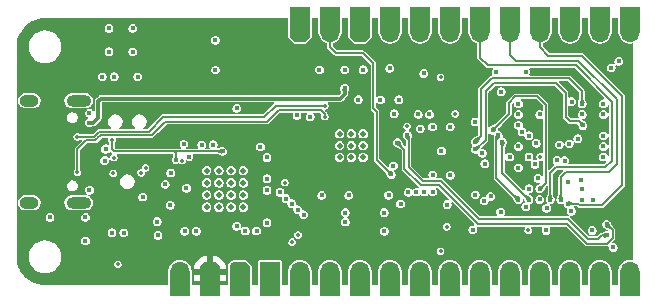
<source format=gbr>
%TF.GenerationSoftware,KiCad,Pcbnew,9.0.7*%
%TF.CreationDate,2026-01-28T15:54:31+01:00*%
%TF.ProjectId,RoyalBlue54L-Feather,526f7961-6c42-46c7-9565-35344c2d4665,rev?*%
%TF.SameCoordinates,Original*%
%TF.FileFunction,Copper,L5,Inr*%
%TF.FilePolarity,Positive*%
%FSLAX46Y46*%
G04 Gerber Fmt 4.6, Leading zero omitted, Abs format (unit mm)*
G04 Created by KiCad (PCBNEW 9.0.7) date 2026-01-28 15:54:31*
%MOMM*%
%LPD*%
G01*
G04 APERTURE LIST*
G04 Aperture macros list*
%AMOutline5P*
0 Free polygon, 5 corners , with rotation*
0 The origin of the aperture is its center*
0 number of corners: always 5*
0 $1 to $10 corner X, Y*
0 $11 Rotation angle, in degrees counterclockwise*
0 create outline with 5 corners*
4,1,5,$1,$2,$3,$4,$5,$6,$7,$8,$9,$10,$1,$2,$11*%
%AMOutline6P*
0 Free polygon, 6 corners , with rotation*
0 The origin of the aperture is its center*
0 number of corners: always 6*
0 $1 to $12 corner X, Y*
0 $13 Rotation angle, in degrees counterclockwise*
0 create outline with 6 corners*
4,1,6,$1,$2,$3,$4,$5,$6,$7,$8,$9,$10,$11,$12,$1,$2,$13*%
%AMOutline7P*
0 Free polygon, 7 corners , with rotation*
0 The origin of the aperture is its center*
0 number of corners: always 7*
0 $1 to $14 corner X, Y*
0 $15 Rotation angle, in degrees counterclockwise*
0 create outline with 7 corners*
4,1,7,$1,$2,$3,$4,$5,$6,$7,$8,$9,$10,$11,$12,$13,$14,$1,$2,$15*%
%AMOutline8P*
0 Free polygon, 8 corners , with rotation*
0 The origin of the aperture is its center*
0 number of corners: always 8*
0 $1 to $16 corner X, Y*
0 $17 Rotation angle, in degrees counterclockwise*
0 create outline with 8 corners*
4,1,8,$1,$2,$3,$4,$5,$6,$7,$8,$9,$10,$11,$12,$13,$14,$15,$16,$1,$2,$17*%
%AMFreePoly0*
4,1,13,-0.850000,0.425000,-0.425000,0.850000,0.425000,0.850000,0.850000,0.425000,0.850000,-0.425000,0.425000,-0.850000,-0.425000,-0.850000,-0.556332,-0.829199,-0.674809,-0.768832,-0.768832,-0.674809,-0.829199,-0.556332,-0.850000,-0.425000,-0.850000,0.425000,-0.850000,0.425000,$1*%
G04 Aperture macros list end*
%TA.AperFunction,HeatsinkPad*%
%ADD10C,0.500000*%
%TD*%
%TA.AperFunction,ComponentPad*%
%ADD11O,2.100000X1.000000*%
%TD*%
%TA.AperFunction,ComponentPad*%
%ADD12O,1.600000X1.000000*%
%TD*%
%TA.AperFunction,ComponentPad*%
%ADD13Outline8P,-0.850000X0.425000X-0.425000X0.850000X0.425000X0.850000X0.850000X0.425000X0.850000X-0.425000X0.425000X-0.850000X-0.425000X-0.850000X-0.850000X-0.425000X90.000000*%
%TD*%
%TA.AperFunction,ComponentPad*%
%ADD14R,1.700000X1.700000*%
%TD*%
%TA.AperFunction,ComponentPad*%
%ADD15O,1.700000X1.700000*%
%TD*%
%TA.AperFunction,ComponentPad*%
%ADD16R,1.700000X2.120000*%
%TD*%
%TA.AperFunction,ComponentPad*%
%ADD17Outline8P,-0.850000X0.425000X-0.425000X0.850000X0.425000X0.850000X0.850000X0.425000X0.850000X-0.425000X0.425000X-0.850000X-0.425000X-0.850000X-0.850000X-0.425000X270.000000*%
%TD*%
%TA.AperFunction,ComponentPad*%
%ADD18FreePoly0,270.000000*%
%TD*%
%TA.AperFunction,ViaPad*%
%ADD19C,0.450000*%
%TD*%
%TA.AperFunction,ViaPad*%
%ADD20C,0.350000*%
%TD*%
%TA.AperFunction,ViaPad*%
%ADD21C,0.400000*%
%TD*%
%TA.AperFunction,Conductor*%
%ADD22C,0.300000*%
%TD*%
%TA.AperFunction,Conductor*%
%ADD23C,0.150000*%
%TD*%
G04 APERTURE END LIST*
D10*
%TO.N,GND*%
%TO.C,U2*%
X146580000Y-105460000D03*
X147580000Y-105460000D03*
X148580000Y-105460000D03*
X146580000Y-104460000D03*
X147580000Y-104460000D03*
X148580000Y-104460000D03*
X146580000Y-103460000D03*
X147580000Y-103460000D03*
X148580000Y-103460000D03*
%TD*%
D11*
%TO.N,GND*%
%TO.C,J3*%
X124490000Y-100660000D03*
D12*
X120310000Y-100660000D03*
D11*
X124490000Y-109300000D03*
D12*
X120310000Y-109300000D03*
%TD*%
D13*
%TO.N,+BATT*%
%TO.C,J2*%
X143230000Y-94820000D03*
X143230000Y-94820000D03*
D14*
X143230000Y-93550000D03*
D15*
%TO.N,/Connectors/ENABLE*%
X145770000Y-94820000D03*
D16*
X145770000Y-93760000D03*
D13*
%TO.N,VSYS*%
X148310000Y-94820000D03*
D16*
X148310000Y-93760000D03*
D15*
%TO.N,/Connectors/DIG.D13*%
X150850000Y-94820000D03*
D16*
X150850000Y-93760000D03*
D15*
%TO.N,/Connectors/DIG.D12*%
X153390000Y-94820000D03*
D16*
X153390000Y-93760000D03*
D15*
%TO.N,/Connectors/DIG.D11*%
X155930000Y-94820000D03*
D16*
X155930000Y-93760000D03*
D15*
%TO.N,/Connectors/DIG.D10*%
X158470000Y-94820000D03*
D16*
X158470000Y-93760000D03*
D15*
%TO.N,/Connectors/DIG.D9*%
X161010000Y-94820000D03*
D16*
X161010000Y-93760000D03*
D15*
%TO.N,/Connectors/DIG.D6*%
X163550000Y-94820000D03*
D16*
X163550000Y-93760000D03*
D15*
%TO.N,/Connectors/DIG.D5*%
X166090000Y-94820000D03*
D16*
X166090000Y-93760000D03*
D15*
%TO.N,/Connectors/I2C.SCL*%
X168630000Y-94820000D03*
D16*
X168630000Y-93760000D03*
D15*
%TO.N,/Connectors/I2C.SDA*%
X171170000Y-94820000D03*
D16*
X171170000Y-93760000D03*
%TD*%
D10*
%TO.N,GND*%
%TO.C,U5*%
X138430000Y-109680000D03*
X138430000Y-108646667D03*
X138430000Y-107613333D03*
X138430000Y-106580000D03*
X137396667Y-109680000D03*
X137396667Y-108646667D03*
X137396667Y-107613333D03*
X137396667Y-106580000D03*
X136363333Y-109680000D03*
X136363333Y-108646667D03*
X136363333Y-107613333D03*
X136363333Y-106580000D03*
X135330000Y-109680000D03*
X135330000Y-108646667D03*
X135330000Y-107613333D03*
X135330000Y-106580000D03*
%TD*%
D15*
%TO.N,/Debugger/SWD_TRG.~{RESET}*%
%TO.C,J1*%
X133070000Y-115140000D03*
D16*
X133070000Y-116200000D03*
D17*
%TO.N,VDD*%
X135610000Y-115140000D03*
D16*
X135610000Y-116200000D03*
D18*
%TO.N,unconnected-(J1-Pin_3-Pad3)*%
X138150000Y-115140000D03*
D16*
X138150000Y-116200000D03*
D14*
%TO.N,GND*%
X140690000Y-115140000D03*
D16*
X140690000Y-116200000D03*
D15*
%TO.N,/Connectors/ANALOG.A0*%
X143230000Y-115140000D03*
D16*
X143230000Y-116200000D03*
D15*
%TO.N,/Connectors/ANALOG.A1*%
X145770000Y-115140000D03*
D16*
X145770000Y-116200000D03*
D15*
%TO.N,/Connectors/ANALOG.A2*%
X148310000Y-115140000D03*
D16*
X148310000Y-116200000D03*
D15*
%TO.N,/Connectors/ANALOG.A3*%
X150850000Y-115140000D03*
D16*
X150850000Y-116200000D03*
D15*
%TO.N,/Connectors/ANALOG.A4*%
X153390000Y-115140000D03*
D16*
X153390000Y-116200000D03*
D15*
%TO.N,/Connectors/ANALOG.A5*%
X155930000Y-115140000D03*
D16*
X155930000Y-116200000D03*
D15*
%TO.N,/Connectors/SPI.SCK*%
X158470000Y-115140000D03*
D16*
X158470000Y-116200000D03*
D15*
%TO.N,/Connectors/SPI.MOSI*%
X161010000Y-115140000D03*
D16*
X161010000Y-116200000D03*
D15*
%TO.N,/Connectors/SPI.MISO*%
X163550000Y-115140000D03*
D16*
X163550000Y-116200000D03*
D15*
%TO.N,/Connectors/UART.RX*%
X166090000Y-115140000D03*
D16*
X166090000Y-116200000D03*
D15*
%TO.N,/Connectors/UART.TX*%
X168630000Y-115140000D03*
D16*
X168630000Y-116200000D03*
D15*
%TO.N,/Connectors/SHPHLD*%
X171170000Y-115140000D03*
D16*
X171170000Y-116200000D03*
%TD*%
D19*
%TO.N,GND*%
X158660000Y-105105000D03*
X164105000Y-109760000D03*
X139550000Y-111690000D03*
X154190000Y-101810000D03*
X144085000Y-102030000D03*
X140440000Y-111010000D03*
X151200000Y-101780000D03*
X168920000Y-103630000D03*
X160260000Y-99910000D03*
X155950000Y-106965000D03*
X125405000Y-108230000D03*
X147060000Y-110930000D03*
D20*
X156370000Y-101770000D03*
D21*
X136070000Y-98060000D03*
D20*
X163560000Y-105410000D03*
D19*
X129490000Y-98633000D03*
X168920000Y-101830000D03*
X155200000Y-104920000D03*
X161720000Y-100930000D03*
X129060000Y-96530000D03*
X158879468Y-106005000D03*
X127060000Y-96530000D03*
X132240000Y-109500000D03*
X163520000Y-101830000D03*
X147060000Y-110130000D03*
X144880000Y-98045000D03*
X129930000Y-108820000D03*
X165950000Y-107510000D03*
X122060000Y-110530000D03*
X140440000Y-108240000D03*
D20*
X141950000Y-107590000D03*
D19*
X148580000Y-98045000D03*
X131140000Y-110900000D03*
X163380000Y-107230000D03*
X129060000Y-94530000D03*
D20*
X143060000Y-112030000D03*
D19*
X127060000Y-94530000D03*
X150360000Y-110130000D03*
X151595000Y-100590000D03*
X145065000Y-108670000D03*
X140440000Y-105460000D03*
X147010000Y-98045000D03*
D20*
X155130000Y-98670000D03*
D19*
X158060000Y-102460000D03*
X139880000Y-104570000D03*
X125060000Y-112530000D03*
X150730000Y-108660000D03*
X160210000Y-110100000D03*
X131820000Y-107740000D03*
D20*
X162560000Y-111630000D03*
D19*
X154450000Y-102875000D03*
X125405000Y-101730000D03*
X167960000Y-111650000D03*
X168920000Y-105430000D03*
X168920000Y-100930000D03*
D20*
X133260000Y-105730000D03*
D19*
X170220000Y-97330000D03*
X132300000Y-106780000D03*
X155950000Y-102875000D03*
D20*
X155660000Y-111330000D03*
D19*
X162350000Y-109650000D03*
X161720000Y-101830000D03*
X151140000Y-106170000D03*
X133480000Y-111710000D03*
X168920000Y-104530000D03*
X125060000Y-110530000D03*
D20*
X127460000Y-105480000D03*
D19*
X169590000Y-97880000D03*
X136060000Y-95530000D03*
D20*
X127810000Y-114520000D03*
X142560000Y-112630000D03*
D19*
X157850000Y-111600000D03*
X150840000Y-97920000D03*
X131210000Y-112060000D03*
X134910000Y-104400000D03*
X153710000Y-98355000D03*
%TO.N,/Debugger/USB.VBUS*%
X125405000Y-102530000D03*
X147010000Y-99595000D03*
%TO.N,/Debugger/nRF52_VDD*%
X153410000Y-103040000D03*
X138590000Y-111690000D03*
X134440000Y-111710000D03*
D20*
X127410000Y-106810000D03*
D19*
X140440000Y-107280000D03*
X153230000Y-101810000D03*
X135870000Y-104400000D03*
X154460000Y-106940000D03*
%TO.N,/Connectors/ANALOG.A3*%
X161720000Y-106330000D03*
%TO.N,/Connectors/SPI.SCK*%
X159364035Y-108769445D03*
%TO.N,/Connectors/ANALOG.A1*%
X162620000Y-105430000D03*
%TO.N,/Connectors/SPI.MISO*%
X160020000Y-103590000D03*
X161720000Y-109030000D03*
%TO.N,/Connectors/UART.RX*%
X167120000Y-100930000D03*
X158075565Y-104124999D03*
%TO.N,/Connectors/ANALOG.A2*%
X160990000Y-105430000D03*
D20*
%TO.N,/Connectors/SHPHLD*%
X152300000Y-102830000D03*
X155130000Y-113420000D03*
D19*
%TO.N,/Connectors/ANALOG.A4*%
X165180000Y-104390000D03*
X166230000Y-100740000D03*
%TO.N,/Connectors/SPI.MOSI*%
X158830000Y-109140000D03*
X162620000Y-108130000D03*
%TO.N,+BATT*%
X137880000Y-101308000D03*
X150045000Y-100590000D03*
%TO.N,/Connectors/ANALOG.A5*%
X166030000Y-104310000D03*
%TO.N,/Connectors/ANALOG.A0*%
X161720000Y-104530000D03*
%TO.N,/Connectors/UART.TX*%
X158056662Y-104774726D03*
X167180000Y-102760000D03*
%TO.N,/Connectors/ENABLE*%
X150962892Y-106910000D03*
%TO.N,/Connectors/DIG.D11*%
X167060000Y-107410000D03*
%TO.N,/Connectors/DIG.D9*%
X165320000Y-109030000D03*
%TO.N,/Connectors/I2C.SDA*%
X167120000Y-101830000D03*
X127490000Y-98633000D03*
%TO.N,/Connectors/I2C.SCL*%
X126490000Y-98633000D03*
X163126446Y-106036446D03*
%TO.N,/Connectors/DIG.D12*%
X165638446Y-105730524D03*
%TO.N,/Connectors/DIG.D6*%
X165920000Y-109370000D03*
%TO.N,/Connectors/DIG.D13*%
X164988554Y-105718554D03*
%TO.N,VDD*%
X160210000Y-109140000D03*
X170210000Y-111130000D03*
X160260000Y-100870000D03*
X151140000Y-105210000D03*
X128490000Y-98633000D03*
X158060000Y-103420000D03*
D20*
X127103416Y-101355058D03*
D19*
X170210000Y-112070000D03*
X162620000Y-102730000D03*
D20*
X128043416Y-101355058D03*
D19*
X162620000Y-101830000D03*
%TO.N,/Connectors/DIG.D10*%
X164420000Y-109030000D03*
D20*
%TO.N,/Debugger/USB.CC2*%
X145330000Y-102010000D03*
X124385000Y-106730000D03*
%TO.N,/Debugger/USB.CC1*%
X145330000Y-101090000D03*
X124360000Y-103730000D03*
D21*
%TO.N,/Debugger/D-*%
X126785000Y-104755000D03*
D19*
%TO.N,VSYS*%
X142980000Y-101900000D03*
X147360000Y-108670000D03*
X148165000Y-100565000D03*
D21*
%TO.N,/Debugger/D+*%
X126685000Y-105730000D03*
D19*
%TO.N,/nPM1300/NPM1300.SCL*%
X169190000Y-112070000D03*
X152301405Y-103573512D03*
%TO.N,Net-(U1-P1.01{slash}XL2)*%
X161720000Y-102730000D03*
X159840000Y-98230000D03*
%TO.N,/nPM1300/NPM1300.SDA*%
X169190000Y-111130000D03*
X151480000Y-104210000D03*
%TO.N,Net-(U1-P1.00{slash}XL1)*%
X162340000Y-98230000D03*
X162620000Y-103630000D03*
%TO.N,/Debugger/SWD_TRG.~{RESET}*%
X158072847Y-108632847D03*
X166754293Y-103874293D03*
X155689293Y-109459293D03*
%TO.N,Net-(D1-A)*%
X163530000Y-109020000D03*
X164062500Y-111650000D03*
%TO.N,Net-(U5-DEC4)*%
X137880000Y-111280000D03*
X133609447Y-108059970D03*
D20*
%TO.N,Net-(J8-SWDIO)*%
X129770000Y-106760000D03*
D21*
X133390000Y-104330000D03*
D19*
%TO.N,/Debugger/SWD_TRG.SWDIO*%
X166190000Y-110010000D03*
X167120000Y-108130000D03*
%TO.N,Net-(J8-~{RESET})*%
X136680000Y-104950000D03*
D21*
X132720000Y-105660000D03*
D20*
X127310000Y-104000000D03*
D21*
%TO.N,Net-(J8-SWCLK)*%
X133840000Y-105400000D03*
D20*
X130160000Y-106350000D03*
D19*
%TO.N,/nPM1300/NPM1300.INT*%
X169750000Y-113080000D03*
X168020000Y-109030000D03*
%TO.N,/nRF54L15/~{CS}_FLASH*%
X162620000Y-109030000D03*
X160360000Y-104150000D03*
%TO.N,Net-(JP1-A)*%
X150370000Y-111705000D03*
%TO.N,Net-(J6-Pin_4)*%
X163220000Y-104260000D03*
X128310000Y-111855000D03*
%TO.N,Net-(J6-Pin_2)*%
X162030553Y-103301016D03*
X127310000Y-111855000D03*
%TO.N,/nRF54L15/D2_FLASH*%
X163520000Y-108130000D03*
X159530046Y-103162861D03*
%TO.N,/Debugger/TRG_SWDCLK_NRF52*%
X143540000Y-110320347D03*
X154460000Y-108380000D03*
%TO.N,/Debugger/UART_TX_NRF52*%
X142040000Y-108950000D03*
X152389916Y-108420654D03*
%TO.N,/Debugger/TRG_SWDIO_NRF52*%
X143040000Y-109900000D03*
X153740000Y-108390000D03*
%TO.N,/Debugger/UART_RX_NRF52*%
X151740000Y-109400000D03*
X141540000Y-108410000D03*
%TO.N,/Debugger/TRG_~{RESET}_NRF52*%
X153073185Y-108396815D03*
X142540000Y-109390000D03*
%TO.N,/Debugger/SWD_TRG.SWDCLK*%
X167120000Y-109030000D03*
%TD*%
D22*
%TO.N,/Debugger/USB.VBUS*%
X126140000Y-100710000D02*
X126370000Y-100480000D01*
X146620000Y-100480000D02*
X147010000Y-100090000D01*
X125435000Y-102530000D02*
X125735000Y-102530000D01*
X147010000Y-100090000D02*
X147010000Y-99595000D01*
X125735000Y-102530000D02*
X126140000Y-102125000D01*
X126140000Y-102125000D02*
X126140000Y-100710000D01*
X126370000Y-100480000D02*
X146620000Y-100480000D01*
D23*
%TO.N,/Connectors/SPI.MISO*%
X160020000Y-103590000D02*
X159860000Y-103750000D01*
X159860000Y-107170000D02*
X161720000Y-109030000D01*
X159860000Y-103750000D02*
X159860000Y-107170000D01*
%TO.N,/Connectors/UART.RX*%
X166010000Y-98760000D02*
X167120000Y-99870000D01*
X158560000Y-99670000D02*
X159470000Y-98760000D01*
X158560000Y-103640564D02*
X158560000Y-99670000D01*
X158075565Y-104124999D02*
X158560000Y-103640564D01*
X159470000Y-98760000D02*
X166010000Y-98760000D01*
X167120000Y-99870000D02*
X167120000Y-100930000D01*
%TO.N,/Connectors/UART.TX*%
X166810000Y-102390000D02*
X166070000Y-102390000D01*
X166070000Y-102390000D02*
X165730000Y-102050000D01*
X158132945Y-104774726D02*
X158056662Y-104774726D01*
X165730000Y-99980000D02*
X164910000Y-99160000D01*
X158950000Y-103957671D02*
X158132945Y-104774726D01*
X167180000Y-102760000D02*
X166810000Y-102390000D01*
X158950000Y-99850000D02*
X158950000Y-103957671D01*
X165730000Y-102050000D02*
X165730000Y-99980000D01*
X164910000Y-99160000D02*
X159640000Y-99160000D01*
X159640000Y-99160000D02*
X158950000Y-99850000D01*
%TO.N,/Connectors/ENABLE*%
X145770000Y-96140000D02*
X145770000Y-94820000D01*
X149720000Y-101600000D02*
X149440000Y-101320000D01*
X148560000Y-96620000D02*
X146250000Y-96620000D01*
X146250000Y-96620000D02*
X145770000Y-96140000D01*
X149440000Y-97500000D02*
X148560000Y-96620000D01*
X150962892Y-106910000D02*
X149720000Y-105667108D01*
X149440000Y-101320000D02*
X149440000Y-97500000D01*
X149720000Y-105667108D02*
X149720000Y-101600000D01*
%TO.N,/Connectors/DIG.D9*%
X165320000Y-109030000D02*
X165320000Y-107130000D01*
X166790000Y-97280000D02*
X161520000Y-97280000D01*
X161010000Y-96770000D02*
X161010000Y-94820000D01*
X165740000Y-106710000D02*
X169380000Y-106710000D01*
X165320000Y-107130000D02*
X165740000Y-106710000D01*
X170060000Y-100550000D02*
X166790000Y-97280000D01*
X169380000Y-106710000D02*
X170060000Y-106030000D01*
X170060000Y-106030000D02*
X170060000Y-100550000D01*
X161520000Y-97280000D02*
X161010000Y-96770000D01*
%TO.N,/Connectors/DIG.D6*%
X165920000Y-109370000D02*
X166752893Y-109370000D01*
X166912893Y-109530000D02*
X168790000Y-109530000D01*
X166752893Y-109370000D02*
X166912893Y-109530000D01*
X168790000Y-109530000D02*
X170500000Y-107820000D01*
X164260000Y-96840000D02*
X163550000Y-96130000D01*
X167070000Y-96840000D02*
X164260000Y-96840000D01*
X170500000Y-100270000D02*
X167070000Y-96840000D01*
X170500000Y-107820000D02*
X170500000Y-105600000D01*
X163550000Y-96130000D02*
X163550000Y-94820000D01*
X170500000Y-105600000D02*
X170500000Y-100270000D01*
%TO.N,/Connectors/DIG.D10*%
X158470000Y-94820000D02*
X158470000Y-97030000D01*
X164420000Y-106760000D02*
X164420000Y-109030000D01*
X166560000Y-97680000D02*
X169610000Y-100730000D01*
X169610000Y-105740000D02*
X169070000Y-106280000D01*
X164900000Y-106280000D02*
X164420000Y-106760000D01*
X158470000Y-97030000D02*
X159120000Y-97680000D01*
X169070000Y-106280000D02*
X164900000Y-106280000D01*
X159120000Y-97680000D02*
X166560000Y-97680000D01*
X169610000Y-100730000D02*
X169610000Y-105740000D01*
%TO.N,/Debugger/USB.CC2*%
X126364678Y-103571000D02*
X130285322Y-103571000D01*
X125904678Y-104031000D02*
X126081000Y-103854678D01*
X145330000Y-101780000D02*
X145330000Y-102010000D01*
X130545678Y-103560000D02*
X130710000Y-103560000D01*
X125655322Y-104031000D02*
X125904678Y-104031000D01*
X130534678Y-103571000D02*
X130545678Y-103560000D01*
X140410000Y-102440000D02*
X141410000Y-101440000D01*
X144990000Y-101440000D02*
X145330000Y-101780000D01*
X130285322Y-103571000D02*
X130534678Y-103571000D01*
X125109000Y-104031000D02*
X125655322Y-104031000D01*
X124385000Y-104755000D02*
X125109000Y-104031000D01*
X131830000Y-102440000D02*
X140410000Y-102440000D01*
X124385000Y-106730000D02*
X124385000Y-104755000D01*
X130710000Y-103560000D02*
X131830000Y-102440000D01*
X141410000Y-101440000D02*
X144990000Y-101440000D01*
X126081000Y-103854678D02*
X126364678Y-103571000D01*
%TO.N,/Debugger/USB.CC1*%
X131630000Y-102050000D02*
X140210000Y-102050000D01*
X130410000Y-103270000D02*
X131630000Y-102050000D01*
X124360000Y-103730000D02*
X125780000Y-103730000D01*
X126240000Y-103270000D02*
X130410000Y-103270000D01*
X125780000Y-103730000D02*
X126240000Y-103270000D01*
X141170000Y-101090000D02*
X145330000Y-101090000D01*
X140210000Y-102050000D02*
X141170000Y-101090000D01*
%TO.N,/nPM1300/NPM1300.SCL*%
X152420000Y-103692107D02*
X152420000Y-106265026D01*
X152420000Y-106265026D02*
X153604974Y-107450000D01*
X152301405Y-103573512D02*
X152420000Y-103692107D01*
X153604974Y-107450000D02*
X155160000Y-107450000D01*
X155160000Y-107450000D02*
X158370000Y-110660000D01*
X168770000Y-112070000D02*
X169190000Y-112070000D01*
X167650000Y-112380000D02*
X168460000Y-112380000D01*
X165930000Y-110660000D02*
X167650000Y-112380000D01*
X158370000Y-110660000D02*
X165930000Y-110660000D01*
X168460000Y-112380000D02*
X168770000Y-112070000D01*
%TO.N,/nPM1300/NPM1300.SDA*%
X169710000Y-112260000D02*
X169200000Y-112770000D01*
X158300000Y-111110000D02*
X154990000Y-107800000D01*
X169710000Y-111650000D02*
X169710000Y-112260000D01*
X152070000Y-104800000D02*
X151480000Y-104210000D01*
X153460000Y-107800000D02*
X152070000Y-106410000D01*
X154990000Y-107800000D02*
X153460000Y-107800000D01*
X167530000Y-112770000D02*
X165870000Y-111110000D01*
X169200000Y-112770000D02*
X167530000Y-112770000D01*
X169190000Y-111130000D02*
X169710000Y-111650000D01*
X165870000Y-111110000D02*
X158300000Y-111110000D01*
X152070000Y-106410000D02*
X152070000Y-104800000D01*
%TO.N,/Debugger/SWD_TRG.~{RESET}*%
X158072847Y-108632847D02*
X158072847Y-108725739D01*
%TO.N,Net-(J8-~{RESET})*%
X136680000Y-104950000D02*
X132850000Y-104950000D01*
X127320000Y-104010000D02*
X127320000Y-104770000D01*
X132850000Y-104950000D02*
X132720000Y-104950000D01*
X132720000Y-105660000D02*
X132720000Y-105080000D01*
X132720000Y-105080000D02*
X132720000Y-104950000D01*
X132720000Y-105080000D02*
X132850000Y-104950000D01*
X132720000Y-104950000D02*
X132590000Y-104950000D01*
X132720000Y-105080000D02*
X132590000Y-104950000D01*
X127310000Y-104000000D02*
X127320000Y-104010000D01*
X127320000Y-104770000D02*
X127500000Y-104950000D01*
X127500000Y-104950000D02*
X132590000Y-104950000D01*
%TO.N,/nRF54L15/~{CS}_FLASH*%
X160360000Y-106770000D02*
X162620000Y-109030000D01*
X160360000Y-104150000D02*
X160360000Y-106770000D01*
%TO.N,/nRF54L15/D2_FLASH*%
X163330000Y-100300000D02*
X164020000Y-100990000D01*
X159530046Y-103162861D02*
X160920000Y-101772907D01*
X160920000Y-100850000D02*
X161470000Y-100300000D01*
X161470000Y-100300000D02*
X163330000Y-100300000D01*
X160920000Y-101772907D02*
X160920000Y-100850000D01*
X164020000Y-107630000D02*
X163520000Y-108130000D01*
X164020000Y-100990000D02*
X164020000Y-107630000D01*
%TD*%
%TA.AperFunction,Conductor*%
%TO.N,VDD*%
G36*
X142211194Y-93695806D02*
G01*
X142229500Y-93740000D01*
X142229500Y-94332661D01*
X142229500Y-95307340D01*
X142742661Y-95820500D01*
X143717340Y-95820500D01*
X144230500Y-95307339D01*
X144230500Y-93740000D01*
X144248806Y-93695806D01*
X144293000Y-93677500D01*
X144707000Y-93677500D01*
X144751194Y-93695806D01*
X144769500Y-93740000D01*
X144769500Y-94918541D01*
X144807948Y-95111833D01*
X144807949Y-95111835D01*
X144883368Y-95293914D01*
X144992861Y-95457782D01*
X145132218Y-95597139D01*
X145296086Y-95706632D01*
X145478165Y-95782051D01*
X145494192Y-95785239D01*
X145533966Y-95811814D01*
X145544500Y-95846538D01*
X145544500Y-96090100D01*
X145544499Y-96090114D01*
X145544499Y-96184857D01*
X145568774Y-96243459D01*
X145578831Y-96267738D01*
X145651054Y-96339960D01*
X145651056Y-96339961D01*
X146055261Y-96744166D01*
X146055274Y-96744181D01*
X146122262Y-96811168D01*
X146122264Y-96811170D01*
X146122265Y-96811170D01*
X146122266Y-96811171D01*
X146131165Y-96814857D01*
X146156595Y-96825390D01*
X146205146Y-96845501D01*
X146302128Y-96845501D01*
X146302136Y-96845500D01*
X148440707Y-96845500D01*
X148484901Y-96863806D01*
X149196194Y-97575099D01*
X149214500Y-97619293D01*
X149214500Y-101270100D01*
X149214499Y-101270114D01*
X149214499Y-101364857D01*
X149226288Y-101393317D01*
X149238774Y-101423460D01*
X149243347Y-101434500D01*
X149248831Y-101447738D01*
X149321054Y-101519960D01*
X149321056Y-101519961D01*
X149476194Y-101675099D01*
X149494500Y-101719293D01*
X149494500Y-105617208D01*
X149494499Y-105617222D01*
X149494499Y-105622253D01*
X149494499Y-105711963D01*
X149508289Y-105745254D01*
X149523985Y-105783148D01*
X149528829Y-105794842D01*
X149528831Y-105794845D01*
X149601054Y-105867068D01*
X149601056Y-105867069D01*
X150451460Y-106717473D01*
X150463878Y-106735184D01*
X150610005Y-107047550D01*
X150611482Y-107050707D01*
X150612338Y-107052536D01*
X150612982Y-107054938D01*
X150615509Y-107059316D01*
X150616648Y-107061750D01*
X150616654Y-107061762D01*
X150629220Y-107088623D01*
X150634458Y-107098821D01*
X150635309Y-107100336D01*
X150641017Y-107106532D01*
X150649176Y-107117629D01*
X150662414Y-107140558D01*
X150662421Y-107140567D01*
X150732324Y-107210470D01*
X150732328Y-107210473D01*
X150732330Y-107210475D01*
X150817954Y-107259910D01*
X150913457Y-107285500D01*
X150913458Y-107285500D01*
X151012326Y-107285500D01*
X151012327Y-107285500D01*
X151107830Y-107259910D01*
X151193454Y-107210475D01*
X151263367Y-107140562D01*
X151312802Y-107054938D01*
X151338392Y-106959435D01*
X151338392Y-106860565D01*
X151312802Y-106765062D01*
X151263367Y-106679438D01*
X151263365Y-106679436D01*
X151263362Y-106679432D01*
X151218657Y-106634727D01*
X151200351Y-106590533D01*
X151218657Y-106546339D01*
X151246675Y-106530163D01*
X151270398Y-106523806D01*
X151284938Y-106519910D01*
X151370562Y-106470475D01*
X151440475Y-106400562D01*
X151489910Y-106314938D01*
X151515500Y-106219435D01*
X151515500Y-106120565D01*
X151489910Y-106025062D01*
X151440475Y-105939438D01*
X151440473Y-105939436D01*
X151440470Y-105939432D01*
X151370567Y-105869529D01*
X151370563Y-105869526D01*
X151370562Y-105869525D01*
X151311629Y-105835500D01*
X151284937Y-105820089D01*
X151284933Y-105820088D01*
X151189441Y-105794501D01*
X151189436Y-105794500D01*
X151189435Y-105794500D01*
X151090565Y-105794500D01*
X151090564Y-105794500D01*
X151090558Y-105794501D01*
X150995066Y-105820088D01*
X150995062Y-105820089D01*
X150909436Y-105869526D01*
X150909432Y-105869529D01*
X150839529Y-105939432D01*
X150839526Y-105939436D01*
X150790089Y-106025062D01*
X150790088Y-106025066D01*
X150764501Y-106120558D01*
X150764500Y-106120566D01*
X150764500Y-106219436D01*
X150767550Y-106230819D01*
X150761305Y-106278245D01*
X150723354Y-106307365D01*
X150675928Y-106301120D01*
X150662985Y-106291188D01*
X149963806Y-105592009D01*
X149945500Y-105547815D01*
X149945500Y-101730566D01*
X150824500Y-101730566D01*
X150824500Y-101829433D01*
X150824501Y-101829441D01*
X150850088Y-101924933D01*
X150850089Y-101924937D01*
X150870658Y-101960563D01*
X150896397Y-102005145D01*
X150899526Y-102010563D01*
X150899529Y-102010567D01*
X150969432Y-102080470D01*
X150969436Y-102080473D01*
X150969438Y-102080475D01*
X151055062Y-102129910D01*
X151150565Y-102155500D01*
X151150566Y-102155500D01*
X151249434Y-102155500D01*
X151249435Y-102155500D01*
X151344938Y-102129910D01*
X151430562Y-102080475D01*
X151500475Y-102010562D01*
X151549910Y-101924938D01*
X151575500Y-101829435D01*
X151575500Y-101760566D01*
X152854500Y-101760566D01*
X152854500Y-101859433D01*
X152854501Y-101859441D01*
X152880088Y-101954933D01*
X152880089Y-101954937D01*
X152891634Y-101974933D01*
X152923702Y-102030477D01*
X152929526Y-102040563D01*
X152929529Y-102040567D01*
X152999432Y-102110470D01*
X152999436Y-102110473D01*
X152999438Y-102110475D01*
X153085062Y-102159910D01*
X153180565Y-102185500D01*
X153180566Y-102185500D01*
X153279434Y-102185500D01*
X153279435Y-102185500D01*
X153374938Y-102159910D01*
X153460562Y-102110475D01*
X153530475Y-102040562D01*
X153579910Y-101954938D01*
X153605500Y-101859435D01*
X153605500Y-101760566D01*
X153814500Y-101760566D01*
X153814500Y-101859433D01*
X153814501Y-101859441D01*
X153840088Y-101954933D01*
X153840089Y-101954937D01*
X153851634Y-101974933D01*
X153883702Y-102030477D01*
X153889526Y-102040563D01*
X153889529Y-102040567D01*
X153959432Y-102110470D01*
X153959436Y-102110473D01*
X153959438Y-102110475D01*
X154045062Y-102159910D01*
X154140565Y-102185500D01*
X154140566Y-102185500D01*
X154239434Y-102185500D01*
X154239435Y-102185500D01*
X154334938Y-102159910D01*
X154420562Y-102110475D01*
X154490475Y-102040562D01*
X154539910Y-101954938D01*
X154565500Y-101859435D01*
X154565500Y-101760565D01*
X154564025Y-101755062D01*
X154559783Y-101739228D01*
X154559783Y-101739227D01*
X154556546Y-101727148D01*
X156044500Y-101727148D01*
X156044500Y-101812851D01*
X156044501Y-101812859D01*
X156066680Y-101895634D01*
X156066681Y-101895637D01*
X156069572Y-101900644D01*
X156107963Y-101967140D01*
X156109536Y-101969863D01*
X156109539Y-101969867D01*
X156170132Y-102030460D01*
X156170136Y-102030463D01*
X156170138Y-102030465D01*
X156230689Y-102065424D01*
X156244362Y-102073318D01*
X156244365Y-102073319D01*
X156271065Y-102080473D01*
X156327147Y-102095500D01*
X156327148Y-102095500D01*
X156412852Y-102095500D01*
X156412853Y-102095500D01*
X156495638Y-102073318D01*
X156569862Y-102030465D01*
X156630465Y-101969862D01*
X156673318Y-101895638D01*
X156695500Y-101812853D01*
X156695500Y-101727147D01*
X156683019Y-101680566D01*
X156673319Y-101644365D01*
X156673318Y-101644362D01*
X156667949Y-101635062D01*
X156630465Y-101570138D01*
X156630463Y-101570136D01*
X156630460Y-101570132D01*
X156569867Y-101509539D01*
X156569863Y-101509536D01*
X156569862Y-101509535D01*
X156518863Y-101480091D01*
X156495637Y-101466681D01*
X156495634Y-101466680D01*
X156412859Y-101444501D01*
X156412854Y-101444500D01*
X156412853Y-101444500D01*
X156327147Y-101444500D01*
X156327146Y-101444500D01*
X156327140Y-101444501D01*
X156244365Y-101466680D01*
X156244362Y-101466681D01*
X156170136Y-101509536D01*
X156170132Y-101509539D01*
X156109539Y-101570132D01*
X156109536Y-101570136D01*
X156066681Y-101644362D01*
X156066680Y-101644365D01*
X156044501Y-101727140D01*
X156044500Y-101727148D01*
X154556546Y-101727148D01*
X154539911Y-101665065D01*
X154539910Y-101665062D01*
X154531378Y-101650284D01*
X154490475Y-101579438D01*
X154490473Y-101579436D01*
X154490470Y-101579432D01*
X154420567Y-101509529D01*
X154420563Y-101509526D01*
X154420562Y-101509525D01*
X154369576Y-101480088D01*
X154334937Y-101460089D01*
X154334933Y-101460088D01*
X154239441Y-101434501D01*
X154239436Y-101434500D01*
X154239435Y-101434500D01*
X154140565Y-101434500D01*
X154140564Y-101434500D01*
X154140558Y-101434501D01*
X154045066Y-101460088D01*
X154045062Y-101460089D01*
X153959436Y-101509526D01*
X153959432Y-101509529D01*
X153889529Y-101579432D01*
X153889526Y-101579436D01*
X153840089Y-101665062D01*
X153840088Y-101665066D01*
X153814501Y-101760558D01*
X153814500Y-101760566D01*
X153605500Y-101760566D01*
X153605500Y-101760565D01*
X153579910Y-101665062D01*
X153530475Y-101579438D01*
X153530473Y-101579436D01*
X153530470Y-101579432D01*
X153460567Y-101509529D01*
X153460563Y-101509526D01*
X153460562Y-101509525D01*
X153409576Y-101480088D01*
X153374937Y-101460089D01*
X153374933Y-101460088D01*
X153279441Y-101434501D01*
X153279436Y-101434500D01*
X153279435Y-101434500D01*
X153180565Y-101434500D01*
X153180564Y-101434500D01*
X153180558Y-101434501D01*
X153085066Y-101460088D01*
X153085062Y-101460089D01*
X152999436Y-101509526D01*
X152999432Y-101509529D01*
X152929529Y-101579432D01*
X152929526Y-101579436D01*
X152880089Y-101665062D01*
X152880088Y-101665066D01*
X152854501Y-101760558D01*
X152854500Y-101760566D01*
X151575500Y-101760566D01*
X151575500Y-101730565D01*
X151549910Y-101635062D01*
X151500475Y-101549438D01*
X151500473Y-101549436D01*
X151500470Y-101549432D01*
X151430567Y-101479529D01*
X151430563Y-101479526D01*
X151430562Y-101479525D01*
X151369897Y-101444500D01*
X151344937Y-101430089D01*
X151344933Y-101430088D01*
X151249441Y-101404501D01*
X151249436Y-101404500D01*
X151249435Y-101404500D01*
X151150565Y-101404500D01*
X151150564Y-101404500D01*
X151150558Y-101404501D01*
X151055066Y-101430088D01*
X151055062Y-101430089D01*
X150969436Y-101479526D01*
X150969432Y-101479529D01*
X150899529Y-101549432D01*
X150899526Y-101549436D01*
X150850089Y-101635062D01*
X150850088Y-101635066D01*
X150824501Y-101730558D01*
X150824500Y-101730566D01*
X149945500Y-101730566D01*
X149945500Y-101652136D01*
X149945501Y-101652127D01*
X149945501Y-101555146D01*
X149945500Y-101555143D01*
X149916385Y-101484854D01*
X149916384Y-101484852D01*
X149911171Y-101472266D01*
X149911170Y-101472265D01*
X149911170Y-101472264D01*
X149883406Y-101444500D01*
X149844181Y-101405274D01*
X149844166Y-101405261D01*
X149683806Y-101244901D01*
X149665500Y-101200707D01*
X149665500Y-100892426D01*
X149683806Y-100848232D01*
X149728000Y-100829926D01*
X149772194Y-100848232D01*
X149814432Y-100890470D01*
X149814436Y-100890473D01*
X149814438Y-100890475D01*
X149900062Y-100939910D01*
X149995565Y-100965500D01*
X149995566Y-100965500D01*
X150094434Y-100965500D01*
X150094435Y-100965500D01*
X150189938Y-100939910D01*
X150275562Y-100890475D01*
X150345475Y-100820562D01*
X150394910Y-100734938D01*
X150420500Y-100639435D01*
X150420500Y-100540566D01*
X151219500Y-100540566D01*
X151219500Y-100639433D01*
X151219501Y-100639441D01*
X151245088Y-100734933D01*
X151245089Y-100734937D01*
X151269794Y-100777727D01*
X151294403Y-100820351D01*
X151294526Y-100820563D01*
X151294529Y-100820567D01*
X151364432Y-100890470D01*
X151364436Y-100890473D01*
X151364438Y-100890475D01*
X151450062Y-100939910D01*
X151545565Y-100965500D01*
X151545566Y-100965500D01*
X151644434Y-100965500D01*
X151644435Y-100965500D01*
X151739938Y-100939910D01*
X151825562Y-100890475D01*
X151895475Y-100820562D01*
X151944910Y-100734938D01*
X151970500Y-100639435D01*
X151970500Y-100540565D01*
X151944910Y-100445062D01*
X151895475Y-100359438D01*
X151895473Y-100359436D01*
X151895470Y-100359432D01*
X151825567Y-100289529D01*
X151825563Y-100289526D01*
X151825562Y-100289525D01*
X151749016Y-100245331D01*
X151739937Y-100240089D01*
X151739933Y-100240088D01*
X151644441Y-100214501D01*
X151644436Y-100214500D01*
X151644435Y-100214500D01*
X151545565Y-100214500D01*
X151545564Y-100214500D01*
X151545558Y-100214501D01*
X151450066Y-100240088D01*
X151450062Y-100240089D01*
X151364436Y-100289526D01*
X151364432Y-100289529D01*
X151294529Y-100359432D01*
X151294526Y-100359436D01*
X151245089Y-100445062D01*
X151245088Y-100445066D01*
X151219501Y-100540558D01*
X151219500Y-100540566D01*
X150420500Y-100540566D01*
X150420500Y-100540565D01*
X150394910Y-100445062D01*
X150345475Y-100359438D01*
X150345473Y-100359436D01*
X150345470Y-100359432D01*
X150275567Y-100289529D01*
X150275563Y-100289526D01*
X150275562Y-100289525D01*
X150199016Y-100245331D01*
X150189937Y-100240089D01*
X150189933Y-100240088D01*
X150094441Y-100214501D01*
X150094436Y-100214500D01*
X150094435Y-100214500D01*
X149995565Y-100214500D01*
X149995564Y-100214500D01*
X149995558Y-100214501D01*
X149900066Y-100240088D01*
X149900062Y-100240089D01*
X149814436Y-100289526D01*
X149814432Y-100289529D01*
X149772194Y-100331768D01*
X149728000Y-100350074D01*
X149683806Y-100331768D01*
X149665500Y-100287574D01*
X149665500Y-98305566D01*
X153334500Y-98305566D01*
X153334500Y-98404433D01*
X153334501Y-98404441D01*
X153360088Y-98499933D01*
X153360089Y-98499937D01*
X153380044Y-98534499D01*
X153399865Y-98568831D01*
X153409526Y-98585563D01*
X153409529Y-98585567D01*
X153479432Y-98655470D01*
X153479436Y-98655473D01*
X153479438Y-98655475D01*
X153565062Y-98704910D01*
X153660565Y-98730500D01*
X153660566Y-98730500D01*
X153759434Y-98730500D01*
X153759435Y-98730500D01*
X153854938Y-98704910D01*
X153940562Y-98655475D01*
X153968889Y-98627148D01*
X154804500Y-98627148D01*
X154804500Y-98712851D01*
X154804501Y-98712859D01*
X154826680Y-98795634D01*
X154826681Y-98795637D01*
X154826682Y-98795638D01*
X154865898Y-98863563D01*
X154869536Y-98869863D01*
X154869539Y-98869867D01*
X154930132Y-98930460D01*
X154930136Y-98930463D01*
X154930138Y-98930465D01*
X155004362Y-98973318D01*
X155004365Y-98973319D01*
X155040160Y-98982910D01*
X155087147Y-98995500D01*
X155087148Y-98995500D01*
X155172852Y-98995500D01*
X155172853Y-98995500D01*
X155255638Y-98973318D01*
X155329862Y-98930465D01*
X155390465Y-98869862D01*
X155433318Y-98795638D01*
X155455500Y-98712853D01*
X155455500Y-98627147D01*
X155437180Y-98558774D01*
X155433319Y-98544365D01*
X155433318Y-98544362D01*
X155417055Y-98516194D01*
X155390465Y-98470138D01*
X155390463Y-98470136D01*
X155390460Y-98470132D01*
X155329867Y-98409539D01*
X155329863Y-98409536D01*
X155329862Y-98409535D01*
X155269938Y-98374938D01*
X155255637Y-98366681D01*
X155255634Y-98366680D01*
X155172859Y-98344501D01*
X155172854Y-98344500D01*
X155172853Y-98344500D01*
X155087147Y-98344500D01*
X155087146Y-98344500D01*
X155087140Y-98344501D01*
X155004365Y-98366680D01*
X155004362Y-98366681D01*
X154930136Y-98409536D01*
X154930132Y-98409539D01*
X154869539Y-98470132D01*
X154869536Y-98470136D01*
X154826681Y-98544362D01*
X154826680Y-98544365D01*
X154804501Y-98627140D01*
X154804500Y-98627148D01*
X153968889Y-98627148D01*
X154010475Y-98585562D01*
X154059910Y-98499938D01*
X154085500Y-98404435D01*
X154085500Y-98305565D01*
X154059910Y-98210062D01*
X154010475Y-98124438D01*
X154010473Y-98124436D01*
X154010470Y-98124432D01*
X153940567Y-98054529D01*
X153940563Y-98054526D01*
X153940562Y-98054525D01*
X153870123Y-98013857D01*
X153854937Y-98005089D01*
X153854933Y-98005088D01*
X153759441Y-97979501D01*
X153759436Y-97979500D01*
X153759435Y-97979500D01*
X153660565Y-97979500D01*
X153660564Y-97979500D01*
X153660558Y-97979501D01*
X153565066Y-98005088D01*
X153565062Y-98005089D01*
X153479436Y-98054526D01*
X153479432Y-98054529D01*
X153409529Y-98124432D01*
X153409526Y-98124436D01*
X153360089Y-98210062D01*
X153360088Y-98210066D01*
X153334501Y-98305558D01*
X153334500Y-98305566D01*
X149665500Y-98305566D01*
X149665500Y-97870566D01*
X150464500Y-97870566D01*
X150464500Y-97969433D01*
X150464501Y-97969441D01*
X150490087Y-98064929D01*
X150490089Y-98064937D01*
X150539526Y-98150563D01*
X150539529Y-98150567D01*
X150609432Y-98220470D01*
X150609436Y-98220473D01*
X150609438Y-98220475D01*
X150695062Y-98269910D01*
X150790565Y-98295500D01*
X150790566Y-98295500D01*
X150889434Y-98295500D01*
X150889435Y-98295500D01*
X150984938Y-98269910D01*
X151070562Y-98220475D01*
X151140475Y-98150562D01*
X151189910Y-98064938D01*
X151189910Y-98064934D01*
X151189913Y-98064929D01*
X151205946Y-98005090D01*
X151215500Y-97969435D01*
X151215500Y-97870565D01*
X151189910Y-97775062D01*
X151140475Y-97689438D01*
X151140473Y-97689436D01*
X151140470Y-97689432D01*
X151070567Y-97619529D01*
X151070563Y-97619526D01*
X151070562Y-97619525D01*
X150993614Y-97575099D01*
X150984937Y-97570089D01*
X150984933Y-97570088D01*
X150889441Y-97544501D01*
X150889436Y-97544500D01*
X150889435Y-97544500D01*
X150790565Y-97544500D01*
X150790564Y-97544500D01*
X150790558Y-97544501D01*
X150695066Y-97570088D01*
X150695062Y-97570089D01*
X150609436Y-97619526D01*
X150609432Y-97619529D01*
X150539529Y-97689432D01*
X150539526Y-97689436D01*
X150490089Y-97775062D01*
X150490088Y-97775066D01*
X150464501Y-97870558D01*
X150464500Y-97870566D01*
X149665500Y-97870566D01*
X149665500Y-97552136D01*
X149665501Y-97552127D01*
X149665501Y-97455145D01*
X149665500Y-97455143D01*
X149635928Y-97383751D01*
X149635928Y-97383750D01*
X149631170Y-97372264D01*
X149564181Y-97305274D01*
X149564166Y-97305261D01*
X148759961Y-96501056D01*
X148759961Y-96501055D01*
X148687738Y-96428831D01*
X148687736Y-96428830D01*
X148663460Y-96418774D01*
X148663459Y-96418773D01*
X148604857Y-96394499D01*
X148604855Y-96394499D01*
X148515145Y-96394499D01*
X148507872Y-96394499D01*
X148507864Y-96394500D01*
X146369293Y-96394500D01*
X146325099Y-96376194D01*
X146013806Y-96064901D01*
X145995500Y-96020707D01*
X145995500Y-95846538D01*
X146013806Y-95802344D01*
X146045808Y-95785239D01*
X146061835Y-95782051D01*
X146243914Y-95706632D01*
X146407782Y-95597139D01*
X146547139Y-95457782D01*
X146656632Y-95293914D01*
X146732051Y-95111835D01*
X146770500Y-94918541D01*
X146770500Y-94721459D01*
X146770500Y-93740000D01*
X146788806Y-93695806D01*
X146833000Y-93677500D01*
X147247000Y-93677500D01*
X147291194Y-93695806D01*
X147309500Y-93740000D01*
X147309500Y-94332661D01*
X147309500Y-95307340D01*
X147822661Y-95820500D01*
X148797340Y-95820500D01*
X149310500Y-95307339D01*
X149310500Y-93740000D01*
X149328806Y-93695806D01*
X149373000Y-93677500D01*
X149787000Y-93677500D01*
X149831194Y-93695806D01*
X149849500Y-93740000D01*
X149849500Y-94918541D01*
X149887948Y-95111833D01*
X149887949Y-95111835D01*
X149963368Y-95293914D01*
X150072861Y-95457782D01*
X150212218Y-95597139D01*
X150376086Y-95706632D01*
X150558165Y-95782051D01*
X150751459Y-95820500D01*
X150948541Y-95820500D01*
X151141835Y-95782051D01*
X151323914Y-95706632D01*
X151487782Y-95597139D01*
X151627139Y-95457782D01*
X151736632Y-95293914D01*
X151812051Y-95111835D01*
X151850500Y-94918541D01*
X151850500Y-94721459D01*
X151850500Y-93740000D01*
X151868806Y-93695806D01*
X151913000Y-93677500D01*
X152327000Y-93677500D01*
X152371194Y-93695806D01*
X152389500Y-93740000D01*
X152389500Y-94918541D01*
X152427948Y-95111833D01*
X152427949Y-95111835D01*
X152503368Y-95293914D01*
X152612861Y-95457782D01*
X152752218Y-95597139D01*
X152916086Y-95706632D01*
X153098165Y-95782051D01*
X153291459Y-95820500D01*
X153488541Y-95820500D01*
X153681835Y-95782051D01*
X153863914Y-95706632D01*
X154027782Y-95597139D01*
X154167139Y-95457782D01*
X154276632Y-95293914D01*
X154352051Y-95111835D01*
X154390500Y-94918541D01*
X154390500Y-94721459D01*
X154390500Y-93740000D01*
X154408806Y-93695806D01*
X154453000Y-93677500D01*
X154867000Y-93677500D01*
X154911194Y-93695806D01*
X154929500Y-93740000D01*
X154929500Y-94918541D01*
X154967948Y-95111833D01*
X154967949Y-95111835D01*
X155043368Y-95293914D01*
X155152861Y-95457782D01*
X155292218Y-95597139D01*
X155456086Y-95706632D01*
X155638165Y-95782051D01*
X155831459Y-95820500D01*
X156028541Y-95820500D01*
X156221835Y-95782051D01*
X156403914Y-95706632D01*
X156567782Y-95597139D01*
X156707139Y-95457782D01*
X156816632Y-95293914D01*
X156892051Y-95111835D01*
X156930500Y-94918541D01*
X156930500Y-94721459D01*
X156930500Y-93740000D01*
X156948806Y-93695806D01*
X156993000Y-93677500D01*
X157407000Y-93677500D01*
X157451194Y-93695806D01*
X157469500Y-93740000D01*
X157469500Y-94918541D01*
X157507948Y-95111833D01*
X157507949Y-95111835D01*
X157583368Y-95293914D01*
X157692861Y-95457782D01*
X157832218Y-95597139D01*
X157996086Y-95706632D01*
X158178165Y-95782051D01*
X158194192Y-95785239D01*
X158233966Y-95811814D01*
X158244500Y-95846538D01*
X158244500Y-96980100D01*
X158244499Y-96980114D01*
X158244499Y-96985145D01*
X158244499Y-97074855D01*
X158254682Y-97099438D01*
X158271770Y-97140692D01*
X158278829Y-97157734D01*
X158278831Y-97157737D01*
X158351054Y-97229960D01*
X158351056Y-97229961D01*
X158925261Y-97804166D01*
X158925274Y-97804181D01*
X158965876Y-97844782D01*
X158992264Y-97871170D01*
X158992266Y-97871171D01*
X158992268Y-97871172D01*
X159013794Y-97880089D01*
X159013799Y-97880090D01*
X159075146Y-97905501D01*
X159172128Y-97905501D01*
X159172136Y-97905500D01*
X159485507Y-97905500D01*
X159529701Y-97923806D01*
X159548007Y-97968000D01*
X159539634Y-97999250D01*
X159539526Y-97999436D01*
X159539525Y-97999438D01*
X159536262Y-98005090D01*
X159490089Y-98085062D01*
X159490088Y-98085066D01*
X159464501Y-98180558D01*
X159464500Y-98180566D01*
X159464500Y-98279433D01*
X159464501Y-98279441D01*
X159490088Y-98374933D01*
X159490089Y-98374937D01*
X159528087Y-98440750D01*
X159534330Y-98488176D01*
X159505210Y-98526127D01*
X159473960Y-98534500D01*
X159425145Y-98534500D01*
X159342265Y-98568829D01*
X159342262Y-98568831D01*
X158368829Y-99542264D01*
X158364072Y-99553750D01*
X158364072Y-99553751D01*
X158334499Y-99625143D01*
X158334499Y-99722127D01*
X158334500Y-99722136D01*
X158334500Y-102076639D01*
X158316194Y-102120833D01*
X158272000Y-102139139D01*
X158240751Y-102130766D01*
X158204940Y-102110091D01*
X158204933Y-102110088D01*
X158109441Y-102084501D01*
X158109436Y-102084500D01*
X158109435Y-102084500D01*
X158010565Y-102084500D01*
X158010564Y-102084500D01*
X158010558Y-102084501D01*
X157915066Y-102110088D01*
X157915062Y-102110089D01*
X157829436Y-102159526D01*
X157829432Y-102159529D01*
X157759529Y-102229432D01*
X157759526Y-102229436D01*
X157710089Y-102315062D01*
X157710088Y-102315066D01*
X157684501Y-102410558D01*
X157684500Y-102410566D01*
X157684500Y-102509433D01*
X157684501Y-102509441D01*
X157710088Y-102604933D01*
X157710089Y-102604937D01*
X157724636Y-102630132D01*
X157759252Y-102690090D01*
X157759526Y-102690563D01*
X157759529Y-102690567D01*
X157829432Y-102760470D01*
X157829436Y-102760473D01*
X157829438Y-102760475D01*
X157915062Y-102809910D01*
X158010565Y-102835500D01*
X158010566Y-102835500D01*
X158109434Y-102835500D01*
X158109435Y-102835500D01*
X158204938Y-102809910D01*
X158240750Y-102789233D01*
X158288176Y-102782989D01*
X158326126Y-102812109D01*
X158334500Y-102843360D01*
X158334500Y-103521271D01*
X158316194Y-103565465D01*
X158268090Y-103613568D01*
X158250379Y-103625985D01*
X157938005Y-103772115D01*
X157934374Y-103773441D01*
X157934408Y-103773522D01*
X157930621Y-103775091D01*
X157928560Y-103776281D01*
X157923803Y-103778761D01*
X157896934Y-103791330D01*
X157886688Y-103796595D01*
X157885185Y-103797440D01*
X157885184Y-103797441D01*
X157878999Y-103803141D01*
X157867898Y-103811304D01*
X157845006Y-103824521D01*
X157844997Y-103824528D01*
X157775094Y-103894431D01*
X157775091Y-103894435D01*
X157725654Y-103980061D01*
X157725653Y-103980065D01*
X157700066Y-104075557D01*
X157700065Y-104075565D01*
X157700065Y-104174432D01*
X157700066Y-104174440D01*
X157725653Y-104269932D01*
X157725654Y-104269936D01*
X157735797Y-104287504D01*
X157775090Y-104355561D01*
X157815745Y-104396216D01*
X157834051Y-104440409D01*
X157815746Y-104484604D01*
X157756188Y-104544162D01*
X157706751Y-104629788D01*
X157706750Y-104629792D01*
X157681163Y-104725284D01*
X157681162Y-104725292D01*
X157681162Y-104824159D01*
X157681163Y-104824167D01*
X157706750Y-104919659D01*
X157706751Y-104919663D01*
X157708701Y-104923040D01*
X157754798Y-105002883D01*
X157756188Y-105005289D01*
X157756191Y-105005293D01*
X157826094Y-105075196D01*
X157826098Y-105075199D01*
X157826100Y-105075201D01*
X157911724Y-105124636D01*
X158007227Y-105150226D01*
X158007228Y-105150226D01*
X158106096Y-105150226D01*
X158106097Y-105150226D01*
X158201600Y-105124636D01*
X158201608Y-105124631D01*
X158203184Y-105123979D01*
X158204053Y-105123978D01*
X158205557Y-105123576D01*
X158205664Y-105123978D01*
X158251020Y-105123976D01*
X158284847Y-105157798D01*
X158287476Y-105165544D01*
X158310088Y-105249933D01*
X158310089Y-105249937D01*
X158327525Y-105280136D01*
X158349746Y-105318625D01*
X158359526Y-105335563D01*
X158359529Y-105335567D01*
X158429432Y-105405470D01*
X158429436Y-105405473D01*
X158429438Y-105405475D01*
X158515062Y-105454910D01*
X158610565Y-105480500D01*
X158610566Y-105480500D01*
X158709434Y-105480500D01*
X158709435Y-105480500D01*
X158804938Y-105454910D01*
X158890562Y-105405475D01*
X158960475Y-105335562D01*
X159009910Y-105249938D01*
X159035500Y-105154435D01*
X159035500Y-105055565D01*
X159009910Y-104960062D01*
X158960475Y-104874438D01*
X158960473Y-104874436D01*
X158960470Y-104874432D01*
X158890567Y-104804529D01*
X158890563Y-104804526D01*
X158890562Y-104804525D01*
X158847750Y-104779807D01*
X158804937Y-104755089D01*
X158804933Y-104755088D01*
X158709441Y-104729501D01*
X158709436Y-104729500D01*
X158709435Y-104729500D01*
X158647963Y-104729500D01*
X158603769Y-104711194D01*
X158585463Y-104667000D01*
X158603769Y-104622806D01*
X158832097Y-104394478D01*
X159068944Y-104157631D01*
X159068947Y-104157629D01*
X159077735Y-104148841D01*
X159077736Y-104148841D01*
X159141170Y-104085407D01*
X159175500Y-104002526D01*
X159175500Y-103490241D01*
X159193806Y-103446047D01*
X159238000Y-103427741D01*
X159282194Y-103446047D01*
X159299478Y-103463331D01*
X159299482Y-103463334D01*
X159299484Y-103463336D01*
X159385108Y-103512771D01*
X159480611Y-103538361D01*
X159480612Y-103538361D01*
X159579346Y-103538361D01*
X159580396Y-103538796D01*
X159581460Y-103538397D01*
X159602346Y-103547888D01*
X159623540Y-103556667D01*
X159623974Y-103557716D01*
X159625010Y-103558187D01*
X159633068Y-103579670D01*
X159641846Y-103600861D01*
X159641810Y-103602939D01*
X159640576Y-103639433D01*
X159639078Y-103683683D01*
X159635253Y-103701350D01*
X159634499Y-103705145D01*
X159634499Y-103802127D01*
X159634500Y-103802136D01*
X159634500Y-103817945D01*
X159634464Y-103820059D01*
X159629999Y-103952000D01*
X159629932Y-103954580D01*
X159629925Y-103954952D01*
X159629925Y-103954954D01*
X159633404Y-103973282D01*
X159634500Y-103984936D01*
X159634500Y-107120100D01*
X159634499Y-107120114D01*
X159634499Y-107125145D01*
X159634499Y-107214855D01*
X159649083Y-107250063D01*
X159661250Y-107279436D01*
X159668829Y-107297734D01*
X159668831Y-107297737D01*
X159741054Y-107369960D01*
X159741056Y-107369961D01*
X161208568Y-108837473D01*
X161220986Y-108855184D01*
X161367113Y-109167550D01*
X161368816Y-109171190D01*
X161369446Y-109172536D01*
X161370090Y-109174938D01*
X161372619Y-109179319D01*
X161377353Y-109189438D01*
X161386328Y-109208623D01*
X161391566Y-109218821D01*
X161392417Y-109220336D01*
X161398125Y-109226532D01*
X161406284Y-109237629D01*
X161419522Y-109260558D01*
X161419529Y-109260567D01*
X161489432Y-109330470D01*
X161489436Y-109330473D01*
X161489438Y-109330475D01*
X161575062Y-109379910D01*
X161670565Y-109405500D01*
X161670566Y-109405500D01*
X161769434Y-109405500D01*
X161769435Y-109405500D01*
X161864938Y-109379910D01*
X161950562Y-109330475D01*
X162020475Y-109260562D01*
X162069910Y-109174938D01*
X162095500Y-109079435D01*
X162095500Y-109079425D01*
X162096034Y-109075376D01*
X162098052Y-109075641D01*
X162099739Y-109071568D01*
X162099243Y-109060500D01*
X162108535Y-109050333D01*
X162113806Y-109037610D01*
X162124041Y-109033370D01*
X162131517Y-109025192D01*
X162145276Y-109024574D01*
X162158000Y-109019304D01*
X162168235Y-109023543D01*
X162179304Y-109023047D01*
X162189470Y-109032339D01*
X162202194Y-109037610D01*
X162214612Y-109055321D01*
X162267114Y-109167552D01*
X162268442Y-109171190D01*
X162268524Y-109171157D01*
X162270089Y-109174934D01*
X162270090Y-109174938D01*
X162270091Y-109174939D01*
X162270093Y-109174944D01*
X162271281Y-109177003D01*
X162273762Y-109181762D01*
X162283697Y-109203000D01*
X162285842Y-109250788D01*
X162253568Y-109286095D01*
X162243263Y-109289853D01*
X162205063Y-109300089D01*
X162205062Y-109300089D01*
X162119436Y-109349526D01*
X162119432Y-109349529D01*
X162049529Y-109419432D01*
X162049526Y-109419436D01*
X162000089Y-109505062D01*
X162000088Y-109505066D01*
X161974501Y-109600558D01*
X161974500Y-109600566D01*
X161974500Y-109699433D01*
X161974501Y-109699441D01*
X162000088Y-109794933D01*
X162000089Y-109794937D01*
X162017437Y-109824984D01*
X162047158Y-109876463D01*
X162049526Y-109880563D01*
X162049529Y-109880567D01*
X162119432Y-109950470D01*
X162119436Y-109950473D01*
X162119438Y-109950475D01*
X162205062Y-109999910D01*
X162300565Y-110025500D01*
X162300566Y-110025500D01*
X162399434Y-110025500D01*
X162399435Y-110025500D01*
X162494938Y-109999910D01*
X162580562Y-109950475D01*
X162650475Y-109880562D01*
X162699910Y-109794938D01*
X162725500Y-109699435D01*
X162725500Y-109600565D01*
X162699910Y-109505062D01*
X162686771Y-109482306D01*
X162680527Y-109434880D01*
X162709647Y-109396930D01*
X162724722Y-109390686D01*
X162764934Y-109379911D01*
X162764932Y-109379911D01*
X162764938Y-109379910D01*
X162850562Y-109330475D01*
X162920475Y-109260562D01*
X162969910Y-109174938D01*
X162995500Y-109079435D01*
X162995500Y-108980565D01*
X162995499Y-108980560D01*
X162995499Y-108980558D01*
X162992822Y-108970566D01*
X163154500Y-108970566D01*
X163154500Y-109069433D01*
X163154501Y-109069441D01*
X163180088Y-109164933D01*
X163180089Y-109164937D01*
X163189111Y-109180563D01*
X163216917Y-109228725D01*
X163229526Y-109250563D01*
X163229529Y-109250567D01*
X163299432Y-109320470D01*
X163299436Y-109320473D01*
X163299438Y-109320475D01*
X163385062Y-109369910D01*
X163480565Y-109395500D01*
X163480566Y-109395500D01*
X163579434Y-109395500D01*
X163579435Y-109395500D01*
X163674938Y-109369910D01*
X163760562Y-109320475D01*
X163830475Y-109250562D01*
X163879910Y-109164938D01*
X163905500Y-109069435D01*
X163905500Y-108970565D01*
X163879910Y-108875062D01*
X163830475Y-108789438D01*
X163830473Y-108789436D01*
X163830470Y-108789432D01*
X163760567Y-108719529D01*
X163760563Y-108719526D01*
X163760562Y-108719525D01*
X163710246Y-108690475D01*
X163674937Y-108670089D01*
X163674933Y-108670088D01*
X163579441Y-108644501D01*
X163579436Y-108644500D01*
X163579435Y-108644500D01*
X163480565Y-108644500D01*
X163480564Y-108644500D01*
X163480558Y-108644501D01*
X163385066Y-108670088D01*
X163385062Y-108670089D01*
X163299436Y-108719526D01*
X163299432Y-108719529D01*
X163229529Y-108789432D01*
X163229526Y-108789436D01*
X163180089Y-108875062D01*
X163180088Y-108875066D01*
X163154501Y-108970558D01*
X163154500Y-108970566D01*
X162992822Y-108970566D01*
X162969911Y-108885066D01*
X162969910Y-108885062D01*
X162968665Y-108882906D01*
X162920475Y-108799438D01*
X162920473Y-108799436D01*
X162920470Y-108799432D01*
X162850567Y-108729529D01*
X162850561Y-108729524D01*
X162821925Y-108712991D01*
X162818934Y-108711264D01*
X162798609Y-108696322D01*
X162769333Y-108682626D01*
X162766998Y-108681278D01*
X162764942Y-108680092D01*
X162764940Y-108680091D01*
X162764938Y-108680090D01*
X162764935Y-108680089D01*
X162761158Y-108678524D01*
X162761191Y-108678442D01*
X162757551Y-108677114D01*
X162651230Y-108627377D01*
X162645318Y-108624611D01*
X162613045Y-108589304D01*
X162615190Y-108541517D01*
X162650498Y-108509243D01*
X162665452Y-108506615D01*
X162665376Y-108506034D01*
X162669426Y-108505500D01*
X162669435Y-108505500D01*
X162764938Y-108479910D01*
X162850562Y-108430475D01*
X162920475Y-108360562D01*
X162969910Y-108274938D01*
X162995500Y-108179435D01*
X162995500Y-108080565D01*
X162969910Y-107985062D01*
X162920475Y-107899438D01*
X162920473Y-107899436D01*
X162920470Y-107899432D01*
X162850567Y-107829529D01*
X162850563Y-107829526D01*
X162850562Y-107829525D01*
X162802188Y-107801596D01*
X162764937Y-107780089D01*
X162764933Y-107780088D01*
X162669441Y-107754501D01*
X162669436Y-107754500D01*
X162669435Y-107754500D01*
X162570565Y-107754500D01*
X162570564Y-107754500D01*
X162570558Y-107754501D01*
X162475066Y-107780088D01*
X162475062Y-107780089D01*
X162389436Y-107829526D01*
X162389432Y-107829529D01*
X162319529Y-107899432D01*
X162319526Y-107899436D01*
X162270089Y-107985062D01*
X162270088Y-107985066D01*
X162244501Y-108080558D01*
X162244500Y-108080566D01*
X162244500Y-108183531D01*
X162242324Y-108183531D01*
X162231755Y-108222942D01*
X162190324Y-108246852D01*
X162144121Y-108234462D01*
X162137984Y-108229079D01*
X160603806Y-106694901D01*
X160585500Y-106650707D01*
X160585500Y-106280566D01*
X161344500Y-106280566D01*
X161344500Y-106379433D01*
X161344501Y-106379441D01*
X161370088Y-106474933D01*
X161370089Y-106474937D01*
X161388416Y-106506680D01*
X161419280Y-106560138D01*
X161419526Y-106560563D01*
X161419529Y-106560567D01*
X161489432Y-106630470D01*
X161489436Y-106630473D01*
X161489438Y-106630475D01*
X161575062Y-106679910D01*
X161670565Y-106705500D01*
X161670566Y-106705500D01*
X161769434Y-106705500D01*
X161769435Y-106705500D01*
X161864938Y-106679910D01*
X161950562Y-106630475D01*
X162020475Y-106560562D01*
X162069910Y-106474938D01*
X162095500Y-106379435D01*
X162095500Y-106280565D01*
X162069910Y-106185062D01*
X162020475Y-106099438D01*
X162020473Y-106099436D01*
X162020470Y-106099432D01*
X161950567Y-106029529D01*
X161950563Y-106029526D01*
X161950562Y-106029525D01*
X161882905Y-105990463D01*
X161864937Y-105980089D01*
X161864933Y-105980088D01*
X161769441Y-105954501D01*
X161769436Y-105954500D01*
X161769435Y-105954500D01*
X161670565Y-105954500D01*
X161670564Y-105954500D01*
X161670558Y-105954501D01*
X161575066Y-105980088D01*
X161575062Y-105980089D01*
X161489436Y-106029526D01*
X161489432Y-106029529D01*
X161419529Y-106099432D01*
X161419526Y-106099436D01*
X161370089Y-106185062D01*
X161370088Y-106185066D01*
X161344501Y-106280558D01*
X161344500Y-106280566D01*
X160585500Y-106280566D01*
X160585500Y-105707426D01*
X160603806Y-105663232D01*
X160648000Y-105644926D01*
X160692194Y-105663232D01*
X160759432Y-105730470D01*
X160759436Y-105730473D01*
X160759438Y-105730475D01*
X160845062Y-105779910D01*
X160940565Y-105805500D01*
X160940566Y-105805500D01*
X161039434Y-105805500D01*
X161039435Y-105805500D01*
X161134938Y-105779910D01*
X161220562Y-105730475D01*
X161290475Y-105660562D01*
X161339910Y-105574938D01*
X161365500Y-105479435D01*
X161365500Y-105380565D01*
X161339910Y-105285062D01*
X161290475Y-105199438D01*
X161290473Y-105199436D01*
X161290470Y-105199432D01*
X161220567Y-105129529D01*
X161220563Y-105129526D01*
X161220562Y-105129525D01*
X161160647Y-105094933D01*
X161134937Y-105080089D01*
X161134933Y-105080088D01*
X161039441Y-105054501D01*
X161039436Y-105054500D01*
X161039435Y-105054500D01*
X160940565Y-105054500D01*
X160940564Y-105054500D01*
X160940558Y-105054501D01*
X160845066Y-105080088D01*
X160845062Y-105080089D01*
X160759436Y-105129526D01*
X160759432Y-105129529D01*
X160692194Y-105196768D01*
X160648000Y-105215074D01*
X160603806Y-105196768D01*
X160585500Y-105152574D01*
X160585500Y-104647767D01*
X160589243Y-104626463D01*
X160593549Y-104614587D01*
X160642142Y-104480566D01*
X161344500Y-104480566D01*
X161344500Y-104579433D01*
X161344501Y-104579441D01*
X161370088Y-104674933D01*
X161370089Y-104674937D01*
X161384834Y-104700475D01*
X161416365Y-104755089D01*
X161419526Y-104760563D01*
X161419529Y-104760567D01*
X161489432Y-104830470D01*
X161489436Y-104830473D01*
X161489438Y-104830475D01*
X161575062Y-104879910D01*
X161670565Y-104905500D01*
X161670566Y-104905500D01*
X161769434Y-104905500D01*
X161769435Y-104905500D01*
X161864938Y-104879910D01*
X161950562Y-104830475D01*
X162020475Y-104760562D01*
X162069910Y-104674938D01*
X162095500Y-104579435D01*
X162095500Y-104480565D01*
X162069910Y-104385062D01*
X162020475Y-104299438D01*
X162020473Y-104299436D01*
X162020470Y-104299432D01*
X161950567Y-104229529D01*
X161950563Y-104229526D01*
X161950562Y-104229525D01*
X161889897Y-104194500D01*
X161864937Y-104180089D01*
X161864933Y-104180088D01*
X161769441Y-104154501D01*
X161769436Y-104154500D01*
X161769435Y-104154500D01*
X161670565Y-104154500D01*
X161670564Y-104154500D01*
X161670558Y-104154501D01*
X161575066Y-104180088D01*
X161575062Y-104180089D01*
X161489436Y-104229526D01*
X161489432Y-104229529D01*
X161419529Y-104299432D01*
X161419526Y-104299436D01*
X161370089Y-104385062D01*
X161370088Y-104385066D01*
X161344501Y-104480558D01*
X161344500Y-104480566D01*
X160642142Y-104480566D01*
X160708664Y-104297095D01*
X160709910Y-104294938D01*
X160711221Y-104290041D01*
X160721909Y-104260566D01*
X160722238Y-104259660D01*
X160722242Y-104259648D01*
X160725734Y-104248789D01*
X160726200Y-104247134D01*
X160726548Y-104238695D01*
X160728624Y-104225094D01*
X160735500Y-104199435D01*
X160735500Y-104100565D01*
X160709910Y-104005062D01*
X160660475Y-103919438D01*
X160660473Y-103919436D01*
X160660470Y-103919432D01*
X160590567Y-103849529D01*
X160590563Y-103849526D01*
X160590562Y-103849525D01*
X160530427Y-103814806D01*
X160504937Y-103800089D01*
X160504933Y-103800088D01*
X160423037Y-103778144D01*
X160385086Y-103749024D01*
X160378843Y-103701598D01*
X160394349Y-103643729D01*
X160395499Y-103639439D01*
X160395500Y-103639433D01*
X160395500Y-103540566D01*
X160395498Y-103540558D01*
X160392705Y-103530136D01*
X160369910Y-103445062D01*
X160320475Y-103359438D01*
X160320473Y-103359436D01*
X160320470Y-103359432D01*
X160250567Y-103289529D01*
X160250563Y-103289526D01*
X160250562Y-103289525D01*
X160182969Y-103250500D01*
X160164937Y-103240089D01*
X160164933Y-103240088D01*
X160069441Y-103214501D01*
X160069436Y-103214500D01*
X160069435Y-103214500D01*
X160021359Y-103214500D01*
X159977165Y-103196194D01*
X159958859Y-103152000D01*
X159964747Y-103125517D01*
X160029057Y-102988044D01*
X160041471Y-102970339D01*
X160331244Y-102680566D01*
X161344500Y-102680566D01*
X161344500Y-102779433D01*
X161344501Y-102779441D01*
X161370087Y-102874929D01*
X161370089Y-102874937D01*
X161387410Y-102904937D01*
X161417198Y-102956532D01*
X161419526Y-102960563D01*
X161419529Y-102960567D01*
X161489432Y-103030470D01*
X161489436Y-103030473D01*
X161489438Y-103030475D01*
X161558684Y-103070454D01*
X161575062Y-103079910D01*
X161575065Y-103079911D01*
X161632241Y-103095231D01*
X161670191Y-103124351D01*
X161676435Y-103171777D01*
X161655054Y-103251574D01*
X161655053Y-103251582D01*
X161655053Y-103350449D01*
X161655054Y-103350457D01*
X161680641Y-103445949D01*
X161680642Y-103445953D01*
X161690677Y-103463334D01*
X161729245Y-103530136D01*
X161730079Y-103531579D01*
X161730082Y-103531583D01*
X161799985Y-103601486D01*
X161799989Y-103601489D01*
X161799991Y-103601491D01*
X161885615Y-103650926D01*
X161981118Y-103676516D01*
X161981119Y-103676516D01*
X162079987Y-103676516D01*
X162079988Y-103676516D01*
X162079996Y-103676514D01*
X162085523Y-103675032D01*
X162172380Y-103651759D01*
X162219804Y-103658002D01*
X162248925Y-103695952D01*
X162270089Y-103774935D01*
X162270089Y-103774937D01*
X162287610Y-103805284D01*
X162319489Y-103860500D01*
X162319526Y-103860563D01*
X162319529Y-103860567D01*
X162389432Y-103930470D01*
X162389436Y-103930473D01*
X162389438Y-103930475D01*
X162475062Y-103979910D01*
X162570565Y-104005500D01*
X162570566Y-104005500D01*
X162669434Y-104005500D01*
X162669435Y-104005500D01*
X162764938Y-103979910D01*
X162838600Y-103937380D01*
X162886026Y-103931137D01*
X162923976Y-103960257D01*
X162930220Y-104007683D01*
X162921316Y-104025741D01*
X162921574Y-104025890D01*
X162919526Y-104029436D01*
X162919525Y-104029438D01*
X162909136Y-104047432D01*
X162870089Y-104115062D01*
X162870088Y-104115066D01*
X162844501Y-104210558D01*
X162844500Y-104210566D01*
X162844500Y-104309433D01*
X162844501Y-104309441D01*
X162870087Y-104404929D01*
X162870089Y-104404937D01*
X162890658Y-104440563D01*
X162916085Y-104484604D01*
X162919526Y-104490563D01*
X162919529Y-104490567D01*
X162989432Y-104560470D01*
X162989436Y-104560473D01*
X162989438Y-104560475D01*
X163075062Y-104609910D01*
X163170565Y-104635500D01*
X163170566Y-104635500D01*
X163269434Y-104635500D01*
X163269435Y-104635500D01*
X163364938Y-104609910D01*
X163450562Y-104560475D01*
X163520475Y-104490562D01*
X163569910Y-104404938D01*
X163569910Y-104404934D01*
X163569913Y-104404929D01*
X163595498Y-104309441D01*
X163595500Y-104309433D01*
X163595500Y-104210566D01*
X163595498Y-104210558D01*
X163582102Y-104160565D01*
X163569910Y-104115062D01*
X163520475Y-104029438D01*
X163520473Y-104029436D01*
X163520470Y-104029432D01*
X163450567Y-103959529D01*
X163450563Y-103959526D01*
X163450562Y-103959525D01*
X163400246Y-103930475D01*
X163364937Y-103910089D01*
X163364933Y-103910088D01*
X163269441Y-103884501D01*
X163269436Y-103884500D01*
X163269435Y-103884500D01*
X163170565Y-103884500D01*
X163170564Y-103884500D01*
X163170558Y-103884501D01*
X163075066Y-103910088D01*
X163075062Y-103910090D01*
X163001399Y-103952619D01*
X162953972Y-103958862D01*
X162916022Y-103929742D01*
X162909779Y-103882315D01*
X162918684Y-103864259D01*
X162918426Y-103864110D01*
X162920473Y-103860563D01*
X162920475Y-103860562D01*
X162969910Y-103774938D01*
X162995500Y-103679435D01*
X162995500Y-103580565D01*
X162969910Y-103485062D01*
X162920475Y-103399438D01*
X162920473Y-103399436D01*
X162920470Y-103399432D01*
X162850567Y-103329529D01*
X162850563Y-103329526D01*
X162850562Y-103329525D01*
X162807750Y-103304807D01*
X162764937Y-103280089D01*
X162764933Y-103280088D01*
X162669441Y-103254501D01*
X162669436Y-103254500D01*
X162669435Y-103254500D01*
X162570565Y-103254500D01*
X162570564Y-103254500D01*
X162570558Y-103254501D01*
X162478173Y-103279256D01*
X162430747Y-103273013D01*
X162401627Y-103235062D01*
X162380464Y-103156081D01*
X162380463Y-103156078D01*
X162371892Y-103141233D01*
X162331028Y-103070454D01*
X162331026Y-103070452D01*
X162331023Y-103070448D01*
X162261120Y-103000545D01*
X162261116Y-103000542D01*
X162261115Y-103000541D01*
X162175491Y-102951106D01*
X162175490Y-102951105D01*
X162175489Y-102951105D01*
X162118310Y-102935784D01*
X162080360Y-102906664D01*
X162074117Y-102859237D01*
X162095499Y-102779439D01*
X162095500Y-102779433D01*
X162095500Y-102680566D01*
X162095498Y-102680558D01*
X162091463Y-102665501D01*
X162069910Y-102585062D01*
X162020475Y-102499438D01*
X162020473Y-102499436D01*
X162020470Y-102499432D01*
X161950567Y-102429529D01*
X161950563Y-102429526D01*
X161950562Y-102429525D01*
X161873550Y-102385062D01*
X161864937Y-102380089D01*
X161864933Y-102380088D01*
X161769441Y-102354501D01*
X161769436Y-102354500D01*
X161769435Y-102354500D01*
X161670565Y-102354500D01*
X161670564Y-102354500D01*
X161670558Y-102354501D01*
X161575066Y-102380088D01*
X161575062Y-102380089D01*
X161489436Y-102429526D01*
X161489432Y-102429529D01*
X161419529Y-102499432D01*
X161419526Y-102499436D01*
X161370089Y-102585062D01*
X161370088Y-102585066D01*
X161344501Y-102680558D01*
X161344500Y-102680566D01*
X160331244Y-102680566D01*
X161038944Y-101972867D01*
X161038947Y-101972865D01*
X161047735Y-101964077D01*
X161047736Y-101964077D01*
X161111170Y-101900643D01*
X161131913Y-101850565D01*
X161145501Y-101817761D01*
X161145501Y-101780566D01*
X161344500Y-101780566D01*
X161344500Y-101879433D01*
X161344501Y-101879441D01*
X161370088Y-101974933D01*
X161370089Y-101974937D01*
X161390658Y-102010563D01*
X161415074Y-102052853D01*
X161419526Y-102060563D01*
X161419529Y-102060567D01*
X161489432Y-102130470D01*
X161489436Y-102130473D01*
X161489438Y-102130475D01*
X161575062Y-102179910D01*
X161670565Y-102205500D01*
X161670566Y-102205500D01*
X161769434Y-102205500D01*
X161769435Y-102205500D01*
X161864938Y-102179910D01*
X161950562Y-102130475D01*
X162020475Y-102060562D01*
X162069910Y-101974938D01*
X162095500Y-101879435D01*
X162095500Y-101780565D01*
X162069910Y-101685062D01*
X162020475Y-101599438D01*
X162020473Y-101599436D01*
X162020470Y-101599432D01*
X161950567Y-101529529D01*
X161950563Y-101529526D01*
X161950562Y-101529525D01*
X161898446Y-101499436D01*
X161864937Y-101480089D01*
X161864933Y-101480088D01*
X161769441Y-101454501D01*
X161769436Y-101454500D01*
X161769435Y-101454500D01*
X161670565Y-101454500D01*
X161670564Y-101454500D01*
X161670558Y-101454501D01*
X161575066Y-101480088D01*
X161575062Y-101480089D01*
X161489436Y-101529526D01*
X161489432Y-101529529D01*
X161419529Y-101599432D01*
X161419526Y-101599436D01*
X161370089Y-101685062D01*
X161370088Y-101685066D01*
X161344501Y-101780558D01*
X161344500Y-101780566D01*
X161145501Y-101780566D01*
X161145501Y-101728052D01*
X161145501Y-101723021D01*
X161145500Y-101723007D01*
X161145500Y-100969293D01*
X161163806Y-100925099D01*
X161237806Y-100851099D01*
X161282000Y-100832793D01*
X161326194Y-100851099D01*
X161344500Y-100895293D01*
X161344500Y-100979433D01*
X161344501Y-100979441D01*
X161370088Y-101074933D01*
X161370089Y-101074937D01*
X161419526Y-101160563D01*
X161419529Y-101160567D01*
X161489432Y-101230470D01*
X161489436Y-101230473D01*
X161489438Y-101230475D01*
X161575062Y-101279910D01*
X161670565Y-101305500D01*
X161670566Y-101305500D01*
X161769434Y-101305500D01*
X161769435Y-101305500D01*
X161864938Y-101279910D01*
X161950562Y-101230475D01*
X162020475Y-101160562D01*
X162069910Y-101074938D01*
X162095500Y-100979435D01*
X162095500Y-100880565D01*
X162069910Y-100785062D01*
X162020475Y-100699438D01*
X162020473Y-100699436D01*
X162020470Y-100699432D01*
X161953232Y-100632194D01*
X161934926Y-100588000D01*
X161953232Y-100543806D01*
X161997426Y-100525500D01*
X163210707Y-100525500D01*
X163254901Y-100543806D01*
X163776194Y-101065099D01*
X163794500Y-101109293D01*
X163794500Y-101446639D01*
X163776194Y-101490833D01*
X163732000Y-101509139D01*
X163700751Y-101500766D01*
X163664940Y-101480091D01*
X163664933Y-101480088D01*
X163569441Y-101454501D01*
X163569436Y-101454500D01*
X163569435Y-101454500D01*
X163470565Y-101454500D01*
X163470564Y-101454500D01*
X163470558Y-101454501D01*
X163375066Y-101480088D01*
X163375062Y-101480089D01*
X163289436Y-101529526D01*
X163289432Y-101529529D01*
X163219529Y-101599432D01*
X163219526Y-101599436D01*
X163170089Y-101685062D01*
X163170088Y-101685066D01*
X163144501Y-101780558D01*
X163144500Y-101780566D01*
X163144500Y-101879433D01*
X163144501Y-101879441D01*
X163170088Y-101974933D01*
X163170089Y-101974937D01*
X163190658Y-102010563D01*
X163215074Y-102052853D01*
X163219526Y-102060563D01*
X163219529Y-102060567D01*
X163289432Y-102130470D01*
X163289436Y-102130473D01*
X163289438Y-102130475D01*
X163375062Y-102179910D01*
X163470565Y-102205500D01*
X163470566Y-102205500D01*
X163569434Y-102205500D01*
X163569435Y-102205500D01*
X163664938Y-102179910D01*
X163700750Y-102159233D01*
X163748176Y-102152989D01*
X163786126Y-102182109D01*
X163794500Y-102213360D01*
X163794500Y-105061280D01*
X163776194Y-105105474D01*
X163732000Y-105123780D01*
X163700751Y-105115407D01*
X163685641Y-105106683D01*
X163685634Y-105106680D01*
X163602859Y-105084501D01*
X163602854Y-105084500D01*
X163602853Y-105084500D01*
X163517147Y-105084500D01*
X163517146Y-105084500D01*
X163517140Y-105084501D01*
X163434365Y-105106680D01*
X163434362Y-105106681D01*
X163360136Y-105149536D01*
X163360132Y-105149539D01*
X163299539Y-105210132D01*
X163299536Y-105210136D01*
X163256681Y-105284362D01*
X163256680Y-105284365D01*
X163234501Y-105367140D01*
X163234500Y-105367148D01*
X163234500Y-105452851D01*
X163234501Y-105452859D01*
X163256680Y-105535634D01*
X163256681Y-105535636D01*
X163256682Y-105535638D01*
X163278934Y-105574180D01*
X163281612Y-105578818D01*
X163287855Y-105626245D01*
X163258735Y-105664195D01*
X163211309Y-105670438D01*
X163175887Y-105660947D01*
X163175882Y-105660946D01*
X163175881Y-105660946D01*
X163077011Y-105660946D01*
X163077009Y-105660946D01*
X163037310Y-105671583D01*
X162989884Y-105665338D01*
X162960764Y-105627387D01*
X162967008Y-105579963D01*
X162969910Y-105574938D01*
X162995500Y-105479435D01*
X162995500Y-105380565D01*
X162969910Y-105285062D01*
X162920475Y-105199438D01*
X162920473Y-105199436D01*
X162920470Y-105199432D01*
X162850567Y-105129529D01*
X162850563Y-105129526D01*
X162850562Y-105129525D01*
X162790647Y-105094933D01*
X162764937Y-105080089D01*
X162764933Y-105080088D01*
X162669441Y-105054501D01*
X162669436Y-105054500D01*
X162669435Y-105054500D01*
X162570565Y-105054500D01*
X162570564Y-105054500D01*
X162570558Y-105054501D01*
X162475066Y-105080088D01*
X162475062Y-105080089D01*
X162389436Y-105129526D01*
X162389432Y-105129529D01*
X162319529Y-105199432D01*
X162319526Y-105199436D01*
X162270089Y-105285062D01*
X162270088Y-105285066D01*
X162244501Y-105380558D01*
X162244500Y-105380566D01*
X162244500Y-105479433D01*
X162244501Y-105479441D01*
X162270088Y-105574933D01*
X162270089Y-105574937D01*
X162287410Y-105604937D01*
X162317490Y-105657038D01*
X162319526Y-105660563D01*
X162319529Y-105660567D01*
X162389432Y-105730470D01*
X162389436Y-105730473D01*
X162389438Y-105730475D01*
X162475062Y-105779910D01*
X162570565Y-105805500D01*
X162570566Y-105805500D01*
X162669434Y-105805500D01*
X162669435Y-105805500D01*
X162669443Y-105805498D01*
X162709133Y-105794863D01*
X162756560Y-105801106D01*
X162785680Y-105839056D01*
X162779438Y-105886480D01*
X162776538Y-105891502D01*
X162776534Y-105891512D01*
X162750947Y-105987004D01*
X162750946Y-105987012D01*
X162750946Y-106085879D01*
X162750947Y-106085887D01*
X162776534Y-106181379D01*
X162776535Y-106181383D01*
X162791205Y-106206791D01*
X162821648Y-106259521D01*
X162825972Y-106267009D01*
X162825975Y-106267013D01*
X162895878Y-106336916D01*
X162895882Y-106336919D01*
X162895884Y-106336921D01*
X162981508Y-106386356D01*
X163077011Y-106411946D01*
X163077012Y-106411946D01*
X163175880Y-106411946D01*
X163175881Y-106411946D01*
X163271384Y-106386356D01*
X163357008Y-106336921D01*
X163426921Y-106267008D01*
X163476356Y-106181384D01*
X163501946Y-106085881D01*
X163501946Y-105987011D01*
X163476356Y-105891508D01*
X163437778Y-105824690D01*
X163431536Y-105777265D01*
X163460656Y-105739314D01*
X163508082Y-105733071D01*
X163508086Y-105733072D01*
X163517142Y-105735499D01*
X163517145Y-105735499D01*
X163517147Y-105735500D01*
X163517148Y-105735500D01*
X163602852Y-105735500D01*
X163602853Y-105735500D01*
X163685638Y-105713318D01*
X163700750Y-105704592D01*
X163748175Y-105698348D01*
X163786126Y-105727468D01*
X163794500Y-105758719D01*
X163794500Y-106963919D01*
X163776194Y-107008113D01*
X163732000Y-107026419D01*
X163687806Y-107008113D01*
X163682414Y-107001965D01*
X163680472Y-106999434D01*
X163610567Y-106929529D01*
X163610563Y-106929526D01*
X163610562Y-106929525D01*
X163543083Y-106890566D01*
X163524937Y-106880089D01*
X163524933Y-106880088D01*
X163429441Y-106854501D01*
X163429436Y-106854500D01*
X163429435Y-106854500D01*
X163330565Y-106854500D01*
X163330564Y-106854500D01*
X163330558Y-106854501D01*
X163235066Y-106880088D01*
X163235062Y-106880089D01*
X163149436Y-106929526D01*
X163149432Y-106929529D01*
X163079529Y-106999432D01*
X163079526Y-106999436D01*
X163030089Y-107085062D01*
X163030088Y-107085066D01*
X163004501Y-107180558D01*
X163004500Y-107180566D01*
X163004500Y-107279433D01*
X163004501Y-107279441D01*
X163030088Y-107374933D01*
X163030089Y-107374937D01*
X163054663Y-107417500D01*
X163078874Y-107459435D01*
X163079526Y-107460563D01*
X163079529Y-107460567D01*
X163149432Y-107530470D01*
X163149436Y-107530473D01*
X163149438Y-107530475D01*
X163235062Y-107579910D01*
X163330565Y-107605500D01*
X163330566Y-107605500D01*
X163429434Y-107605500D01*
X163429435Y-107605500D01*
X163429443Y-107605498D01*
X163468420Y-107595054D01*
X163492950Y-107588481D01*
X163540377Y-107594724D01*
X163569497Y-107632674D01*
X163563254Y-107680101D01*
X163535610Y-107705463D01*
X163382440Y-107777116D01*
X163382439Y-107777115D01*
X163377454Y-107779448D01*
X163375062Y-107780090D01*
X163370687Y-107782615D01*
X163368246Y-107783758D01*
X163368238Y-107783762D01*
X163341369Y-107796331D01*
X163331123Y-107801596D01*
X163329620Y-107802441D01*
X163329619Y-107802442D01*
X163323434Y-107808142D01*
X163312333Y-107816305D01*
X163289441Y-107829522D01*
X163289432Y-107829529D01*
X163219529Y-107899432D01*
X163219526Y-107899436D01*
X163170089Y-107985062D01*
X163170088Y-107985066D01*
X163144501Y-108080558D01*
X163144500Y-108080566D01*
X163144500Y-108179433D01*
X163144501Y-108179441D01*
X163170088Y-108274933D01*
X163170089Y-108274937D01*
X163190384Y-108310088D01*
X163219524Y-108360561D01*
X163219526Y-108360563D01*
X163219529Y-108360567D01*
X163289432Y-108430470D01*
X163289436Y-108430473D01*
X163289438Y-108430475D01*
X163375062Y-108479910D01*
X163470565Y-108505500D01*
X163470566Y-108505500D01*
X163569434Y-108505500D01*
X163569435Y-108505500D01*
X163664938Y-108479910D01*
X163750562Y-108430475D01*
X163820475Y-108360562D01*
X163838737Y-108328930D01*
X163853677Y-108308610D01*
X163867374Y-108279328D01*
X163869910Y-108274938D01*
X163869911Y-108274933D01*
X163871480Y-108271147D01*
X163871562Y-108271181D01*
X163872888Y-108267540D01*
X164019011Y-107955183D01*
X164031423Y-107937480D01*
X164087807Y-107881096D01*
X164132001Y-107862792D01*
X164176195Y-107881098D01*
X164194500Y-107925292D01*
X164194500Y-108532233D01*
X164190757Y-108553537D01*
X164073211Y-108877729D01*
X164071575Y-108881245D01*
X164071656Y-108881279D01*
X164070089Y-108885061D01*
X164069472Y-108887366D01*
X164067860Y-108892490D01*
X164057757Y-108920351D01*
X164054250Y-108931261D01*
X164053789Y-108932901D01*
X164053787Y-108932911D01*
X164053440Y-108941342D01*
X164051364Y-108954940D01*
X164044501Y-108980558D01*
X164044500Y-108980567D01*
X164044500Y-109079433D01*
X164044501Y-109079441D01*
X164070088Y-109174933D01*
X164070089Y-109174937D01*
X164089538Y-109208623D01*
X164118147Y-109258176D01*
X164119526Y-109260563D01*
X164119529Y-109260567D01*
X164136768Y-109277806D01*
X164155074Y-109322000D01*
X164136768Y-109366194D01*
X164092574Y-109384500D01*
X164055565Y-109384500D01*
X164055564Y-109384500D01*
X164055558Y-109384501D01*
X163960066Y-109410088D01*
X163960062Y-109410089D01*
X163874436Y-109459526D01*
X163874432Y-109459529D01*
X163804529Y-109529432D01*
X163804526Y-109529436D01*
X163755089Y-109615062D01*
X163755088Y-109615066D01*
X163729501Y-109710558D01*
X163729500Y-109710566D01*
X163729500Y-109809433D01*
X163729501Y-109809441D01*
X163755088Y-109904933D01*
X163755089Y-109904937D01*
X163804526Y-109990563D01*
X163804529Y-109990567D01*
X163874432Y-110060470D01*
X163874436Y-110060473D01*
X163874438Y-110060475D01*
X163960062Y-110109910D01*
X164055565Y-110135500D01*
X164055566Y-110135500D01*
X164154434Y-110135500D01*
X164154435Y-110135500D01*
X164249938Y-110109910D01*
X164335562Y-110060475D01*
X164405475Y-109990562D01*
X164454910Y-109904938D01*
X164480500Y-109809435D01*
X164480500Y-109710565D01*
X164454910Y-109615062D01*
X164405475Y-109529438D01*
X164405473Y-109529436D01*
X164405470Y-109529432D01*
X164388232Y-109512194D01*
X164369926Y-109468000D01*
X164388232Y-109423806D01*
X164432426Y-109405500D01*
X164469434Y-109405500D01*
X164469435Y-109405500D01*
X164564938Y-109379910D01*
X164650562Y-109330475D01*
X164720475Y-109260562D01*
X164769910Y-109174938D01*
X164795500Y-109079435D01*
X164795500Y-108980565D01*
X164792796Y-108970475D01*
X164786946Y-108948641D01*
X164787283Y-108946076D01*
X164785532Y-108941897D01*
X164784515Y-108935241D01*
X164782242Y-108920351D01*
X164782240Y-108920347D01*
X164782240Y-108920343D01*
X164772138Y-108892484D01*
X164771221Y-108889954D01*
X164769910Y-108885062D01*
X164768665Y-108882906D01*
X164668341Y-108606208D01*
X164649243Y-108553535D01*
X164645500Y-108532231D01*
X164645500Y-106879293D01*
X164663806Y-106835099D01*
X164975099Y-106523806D01*
X165019293Y-106505500D01*
X165474706Y-106505500D01*
X165518900Y-106523806D01*
X165537206Y-106568000D01*
X165518900Y-106612194D01*
X165128829Y-107002264D01*
X165124072Y-107013750D01*
X165124072Y-107013751D01*
X165094499Y-107085143D01*
X165094499Y-107182127D01*
X165094500Y-107182136D01*
X165094500Y-108532233D01*
X165090757Y-108553537D01*
X164973211Y-108877729D01*
X164971334Y-108882906D01*
X164970090Y-108885062D01*
X164968781Y-108889944D01*
X164967862Y-108892480D01*
X164967860Y-108892490D01*
X164957757Y-108920351D01*
X164954250Y-108931261D01*
X164953789Y-108932901D01*
X164953787Y-108932911D01*
X164953440Y-108941342D01*
X164952613Y-108946756D01*
X164952852Y-108947694D01*
X164952338Y-108948558D01*
X164951364Y-108954940D01*
X164944501Y-108980558D01*
X164944500Y-108980567D01*
X164944500Y-109079433D01*
X164944501Y-109079441D01*
X164970088Y-109174933D01*
X164970089Y-109174937D01*
X164989538Y-109208623D01*
X165018147Y-109258176D01*
X165019526Y-109260563D01*
X165019529Y-109260567D01*
X165089432Y-109330470D01*
X165089436Y-109330473D01*
X165089438Y-109330475D01*
X165175062Y-109379910D01*
X165270565Y-109405500D01*
X165270566Y-109405500D01*
X165369434Y-109405500D01*
X165369435Y-109405500D01*
X165427738Y-109389877D01*
X165468895Y-109378850D01*
X165469727Y-109381955D01*
X165507038Y-109380689D01*
X165541991Y-109413347D01*
X165545463Y-109423033D01*
X165570089Y-109514935D01*
X165570089Y-109514937D01*
X165587410Y-109544937D01*
X165618926Y-109599525D01*
X165619526Y-109600563D01*
X165619529Y-109600567D01*
X165689432Y-109670470D01*
X165689436Y-109670473D01*
X165689438Y-109670475D01*
X165757075Y-109709525D01*
X165775062Y-109719910D01*
X165775065Y-109719911D01*
X165809000Y-109729003D01*
X165814834Y-109730567D01*
X165825277Y-109733365D01*
X165863227Y-109762485D01*
X165869471Y-109809911D01*
X165863228Y-109824984D01*
X165840091Y-109865058D01*
X165840088Y-109865066D01*
X165814501Y-109960558D01*
X165814500Y-109960566D01*
X165814500Y-110059433D01*
X165814501Y-110059441D01*
X165840088Y-110154933D01*
X165840089Y-110154937D01*
X165864807Y-110197750D01*
X165883153Y-110229526D01*
X165889526Y-110240563D01*
X165889529Y-110240567D01*
X165959432Y-110310470D01*
X165959436Y-110310473D01*
X165959438Y-110310475D01*
X165972251Y-110317873D01*
X165977392Y-110324572D01*
X165985194Y-110327804D01*
X165991438Y-110342878D01*
X166001371Y-110355823D01*
X166000268Y-110364195D01*
X166003501Y-110371998D01*
X165997257Y-110387071D01*
X165995128Y-110403249D01*
X165988427Y-110408390D01*
X165985196Y-110416192D01*
X165970122Y-110422436D01*
X165957177Y-110432369D01*
X165941002Y-110434499D01*
X165885145Y-110434499D01*
X165885143Y-110434499D01*
X165877865Y-110434500D01*
X165877864Y-110434499D01*
X165877864Y-110434500D01*
X160557426Y-110434500D01*
X160513232Y-110416194D01*
X160494926Y-110372000D01*
X160510076Y-110335424D01*
X160507979Y-110333815D01*
X160510469Y-110330567D01*
X160510475Y-110330562D01*
X160559910Y-110244938D01*
X160585500Y-110149435D01*
X160585500Y-110050565D01*
X160559910Y-109955062D01*
X160510475Y-109869438D01*
X160510473Y-109869436D01*
X160510470Y-109869432D01*
X160440567Y-109799529D01*
X160440563Y-109799526D01*
X160440562Y-109799525D01*
X160381627Y-109765499D01*
X160354937Y-109750089D01*
X160354933Y-109750088D01*
X160259441Y-109724501D01*
X160259436Y-109724500D01*
X160259435Y-109724500D01*
X160160565Y-109724500D01*
X160160564Y-109724500D01*
X160160558Y-109724501D01*
X160065066Y-109750088D01*
X160065062Y-109750089D01*
X159979436Y-109799526D01*
X159979432Y-109799529D01*
X159909529Y-109869432D01*
X159909526Y-109869436D01*
X159860089Y-109955062D01*
X159860088Y-109955066D01*
X159834501Y-110050558D01*
X159834500Y-110050566D01*
X159834500Y-110149433D01*
X159834501Y-110149441D01*
X159860088Y-110244933D01*
X159860089Y-110244937D01*
X159877410Y-110274937D01*
X159902198Y-110317872D01*
X159909526Y-110330563D01*
X159912021Y-110333815D01*
X159909923Y-110335424D01*
X159925074Y-110372000D01*
X159906768Y-110416194D01*
X159862574Y-110434500D01*
X158489293Y-110434500D01*
X158445099Y-110416194D01*
X157119471Y-109090566D01*
X158454500Y-109090566D01*
X158454500Y-109189433D01*
X158454501Y-109189441D01*
X158480088Y-109284933D01*
X158480089Y-109284937D01*
X158491384Y-109304500D01*
X158529149Y-109369911D01*
X158529526Y-109370563D01*
X158529529Y-109370567D01*
X158599432Y-109440470D01*
X158599436Y-109440473D01*
X158599438Y-109440475D01*
X158685062Y-109489910D01*
X158780565Y-109515500D01*
X158780566Y-109515500D01*
X158879434Y-109515500D01*
X158879435Y-109515500D01*
X158974938Y-109489910D01*
X159060562Y-109440475D01*
X159130475Y-109370562D01*
X159179910Y-109284938D01*
X159205500Y-109189435D01*
X159205500Y-109189430D01*
X159205572Y-109188889D01*
X159205712Y-109188646D01*
X159206561Y-109185478D01*
X159207409Y-109185705D01*
X159229484Y-109147459D01*
X159275688Y-109135073D01*
X159283706Y-109136667D01*
X159314600Y-109144945D01*
X159314601Y-109144945D01*
X159413469Y-109144945D01*
X159413470Y-109144945D01*
X159508973Y-109119355D01*
X159594597Y-109069920D01*
X159664510Y-109000007D01*
X159713945Y-108914383D01*
X159739535Y-108818880D01*
X159739535Y-108720010D01*
X159713945Y-108624507D01*
X159664510Y-108538883D01*
X159664508Y-108538881D01*
X159664505Y-108538877D01*
X159594602Y-108468974D01*
X159594598Y-108468971D01*
X159594597Y-108468970D01*
X159543436Y-108439432D01*
X159508972Y-108419534D01*
X159508968Y-108419533D01*
X159413476Y-108393946D01*
X159413471Y-108393945D01*
X159413470Y-108393945D01*
X159314600Y-108393945D01*
X159314599Y-108393945D01*
X159314593Y-108393946D01*
X159219101Y-108419533D01*
X159219097Y-108419534D01*
X159133471Y-108468971D01*
X159133467Y-108468974D01*
X159063564Y-108538877D01*
X159063561Y-108538881D01*
X159014124Y-108624507D01*
X159014123Y-108624511D01*
X158988533Y-108720013D01*
X158988460Y-108720570D01*
X158988318Y-108720814D01*
X158987474Y-108723967D01*
X158986629Y-108723740D01*
X158964538Y-108761994D01*
X158918331Y-108774369D01*
X158910320Y-108772775D01*
X158879441Y-108764501D01*
X158879436Y-108764500D01*
X158879435Y-108764500D01*
X158780565Y-108764500D01*
X158780564Y-108764500D01*
X158780558Y-108764501D01*
X158685066Y-108790088D01*
X158685062Y-108790089D01*
X158599436Y-108839526D01*
X158599432Y-108839529D01*
X158529529Y-108909432D01*
X158529526Y-108909436D01*
X158480089Y-108995062D01*
X158480088Y-108995066D01*
X158454501Y-109090558D01*
X158454500Y-109090566D01*
X157119471Y-109090566D01*
X156612318Y-108583413D01*
X157697347Y-108583413D01*
X157697347Y-108682280D01*
X157697348Y-108682288D01*
X157722935Y-108777780D01*
X157722936Y-108777784D01*
X157736486Y-108801253D01*
X157767623Y-108855184D01*
X157772373Y-108863410D01*
X157772376Y-108863414D01*
X157842279Y-108933317D01*
X157842283Y-108933320D01*
X157842285Y-108933322D01*
X157927909Y-108982757D01*
X158023412Y-109008347D01*
X158023413Y-109008347D01*
X158122281Y-109008347D01*
X158122282Y-109008347D01*
X158217785Y-108982757D01*
X158303409Y-108933322D01*
X158373322Y-108863409D01*
X158422757Y-108777785D01*
X158448347Y-108682282D01*
X158448347Y-108583412D01*
X158422757Y-108487909D01*
X158373322Y-108402285D01*
X158373320Y-108402283D01*
X158373317Y-108402279D01*
X158303414Y-108332376D01*
X158303410Y-108332373D01*
X158303409Y-108332372D01*
X158260597Y-108307654D01*
X158217784Y-108282936D01*
X158217780Y-108282935D01*
X158122288Y-108257348D01*
X158122283Y-108257347D01*
X158122282Y-108257347D01*
X158023412Y-108257347D01*
X158023411Y-108257347D01*
X158023405Y-108257348D01*
X157927913Y-108282935D01*
X157927909Y-108282936D01*
X157842283Y-108332373D01*
X157842279Y-108332376D01*
X157772376Y-108402279D01*
X157772373Y-108402283D01*
X157722936Y-108487909D01*
X157722935Y-108487913D01*
X157697348Y-108583405D01*
X157697347Y-108583413D01*
X156612318Y-108583413D01*
X155359961Y-107331056D01*
X155359961Y-107331055D01*
X155287737Y-107258831D01*
X155287736Y-107258830D01*
X155243423Y-107240475D01*
X155204855Y-107224499D01*
X155115145Y-107224499D01*
X155107872Y-107224499D01*
X155107864Y-107224500D01*
X154837587Y-107224500D01*
X154793393Y-107206194D01*
X154775087Y-107162000D01*
X154783460Y-107130750D01*
X154809910Y-107084938D01*
X154835500Y-106989435D01*
X154835500Y-106915566D01*
X155574500Y-106915566D01*
X155574500Y-107014433D01*
X155574501Y-107014441D01*
X155600088Y-107109933D01*
X155600089Y-107109937D01*
X155614847Y-107135498D01*
X155641768Y-107182127D01*
X155649526Y-107195563D01*
X155649529Y-107195567D01*
X155719432Y-107265470D01*
X155719436Y-107265473D01*
X155719438Y-107265475D01*
X155805062Y-107314910D01*
X155900565Y-107340500D01*
X155900566Y-107340500D01*
X155999434Y-107340500D01*
X155999435Y-107340500D01*
X156094938Y-107314910D01*
X156180562Y-107265475D01*
X156250475Y-107195562D01*
X156299910Y-107109938D01*
X156325500Y-107014435D01*
X156325500Y-106915565D01*
X156299910Y-106820062D01*
X156250475Y-106734438D01*
X156250473Y-106734436D01*
X156250470Y-106734432D01*
X156180567Y-106664529D01*
X156180563Y-106664526D01*
X156180562Y-106664525D01*
X156137261Y-106639525D01*
X156094937Y-106615089D01*
X156094933Y-106615088D01*
X155999441Y-106589501D01*
X155999436Y-106589500D01*
X155999435Y-106589500D01*
X155900565Y-106589500D01*
X155900564Y-106589500D01*
X155900558Y-106589501D01*
X155805066Y-106615088D01*
X155805062Y-106615089D01*
X155719436Y-106664526D01*
X155719432Y-106664529D01*
X155649529Y-106734432D01*
X155649526Y-106734436D01*
X155600089Y-106820062D01*
X155600088Y-106820066D01*
X155574501Y-106915558D01*
X155574500Y-106915566D01*
X154835500Y-106915566D01*
X154835500Y-106890565D01*
X154809910Y-106795062D01*
X154760475Y-106709438D01*
X154760473Y-106709436D01*
X154760470Y-106709432D01*
X154690567Y-106639529D01*
X154690563Y-106639526D01*
X154690562Y-106639525D01*
X154639354Y-106609960D01*
X154604937Y-106590089D01*
X154604933Y-106590088D01*
X154509441Y-106564501D01*
X154509436Y-106564500D01*
X154509435Y-106564500D01*
X154410565Y-106564500D01*
X154410564Y-106564500D01*
X154410558Y-106564501D01*
X154315066Y-106590088D01*
X154315062Y-106590089D01*
X154229436Y-106639526D01*
X154229432Y-106639529D01*
X154159529Y-106709432D01*
X154159526Y-106709436D01*
X154110089Y-106795062D01*
X154110088Y-106795066D01*
X154084501Y-106890558D01*
X154084500Y-106890566D01*
X154084500Y-106989433D01*
X154084501Y-106989441D01*
X154110088Y-107084933D01*
X154110089Y-107084937D01*
X154114445Y-107092481D01*
X154136055Y-107129911D01*
X154136540Y-107130750D01*
X154142783Y-107178176D01*
X154113663Y-107216127D01*
X154082413Y-107224500D01*
X153724268Y-107224500D01*
X153680074Y-107206194D01*
X152663806Y-106189926D01*
X152645500Y-106145732D01*
X152645500Y-105955566D01*
X158503968Y-105955566D01*
X158503968Y-106054433D01*
X158503969Y-106054441D01*
X158529556Y-106149933D01*
X158529557Y-106149937D01*
X158546626Y-106179501D01*
X158572528Y-106224365D01*
X158578994Y-106235563D01*
X158578997Y-106235567D01*
X158648900Y-106305470D01*
X158648904Y-106305473D01*
X158648906Y-106305475D01*
X158734530Y-106354910D01*
X158830033Y-106380500D01*
X158830034Y-106380500D01*
X158928902Y-106380500D01*
X158928903Y-106380500D01*
X159024406Y-106354910D01*
X159110030Y-106305475D01*
X159179943Y-106235562D01*
X159229378Y-106149938D01*
X159254968Y-106054435D01*
X159254968Y-105955565D01*
X159229378Y-105860062D01*
X159179943Y-105774438D01*
X159179941Y-105774436D01*
X159179938Y-105774432D01*
X159110035Y-105704529D01*
X159110031Y-105704526D01*
X159110030Y-105704525D01*
X159052973Y-105671583D01*
X159024405Y-105655089D01*
X159024401Y-105655088D01*
X158928909Y-105629501D01*
X158928904Y-105629500D01*
X158928903Y-105629500D01*
X158830033Y-105629500D01*
X158830032Y-105629500D01*
X158830026Y-105629501D01*
X158734534Y-105655088D01*
X158734530Y-105655089D01*
X158648904Y-105704526D01*
X158648900Y-105704529D01*
X158578997Y-105774432D01*
X158578994Y-105774436D01*
X158529557Y-105860062D01*
X158529556Y-105860066D01*
X158503969Y-105955558D01*
X158503968Y-105955566D01*
X152645500Y-105955566D01*
X152645500Y-104870566D01*
X154824500Y-104870566D01*
X154824500Y-104969433D01*
X154824501Y-104969441D01*
X154850088Y-105064933D01*
X154850089Y-105064937D01*
X154867410Y-105094937D01*
X154898934Y-105149539D01*
X154899526Y-105150563D01*
X154899529Y-105150567D01*
X154969432Y-105220470D01*
X154969436Y-105220473D01*
X154969438Y-105220475D01*
X155055062Y-105269910D01*
X155150565Y-105295500D01*
X155150566Y-105295500D01*
X155249434Y-105295500D01*
X155249435Y-105295500D01*
X155344938Y-105269910D01*
X155430562Y-105220475D01*
X155500475Y-105150562D01*
X155549910Y-105064938D01*
X155575500Y-104969435D01*
X155575500Y-104870565D01*
X155549910Y-104775062D01*
X155500475Y-104689438D01*
X155500473Y-104689436D01*
X155500470Y-104689432D01*
X155430567Y-104619529D01*
X155430563Y-104619526D01*
X155430562Y-104619525D01*
X155375538Y-104587757D01*
X155344937Y-104570089D01*
X155344933Y-104570088D01*
X155249441Y-104544501D01*
X155249436Y-104544500D01*
X155249435Y-104544500D01*
X155150565Y-104544500D01*
X155150564Y-104544500D01*
X155150558Y-104544501D01*
X155055066Y-104570088D01*
X155055062Y-104570089D01*
X154969436Y-104619526D01*
X154969432Y-104619529D01*
X154899529Y-104689432D01*
X154899526Y-104689436D01*
X154850089Y-104775062D01*
X154850088Y-104775066D01*
X154824501Y-104870558D01*
X154824500Y-104870566D01*
X152645500Y-104870566D01*
X152645500Y-104016682D01*
X152647752Y-104000056D01*
X152650879Y-103988725D01*
X152676419Y-103638997D01*
X152676390Y-103638682D01*
X152676407Y-103637783D01*
X152676395Y-103636424D01*
X152676434Y-103636423D01*
X152676662Y-103624785D01*
X152676903Y-103622952D01*
X152676905Y-103622947D01*
X152676905Y-103524077D01*
X152651315Y-103428574D01*
X152601880Y-103342950D01*
X152601878Y-103342948D01*
X152601875Y-103342944D01*
X152531972Y-103273041D01*
X152531968Y-103273038D01*
X152531967Y-103273037D01*
X152451551Y-103226608D01*
X152422432Y-103188659D01*
X152428675Y-103141233D01*
X152451550Y-103118357D01*
X152499862Y-103090465D01*
X152560465Y-103029862D01*
X152583152Y-102990566D01*
X153034500Y-102990566D01*
X153034500Y-103089433D01*
X153034501Y-103089441D01*
X153060088Y-103184933D01*
X153060089Y-103184937D01*
X153077158Y-103214501D01*
X153098566Y-103251581D01*
X153109526Y-103270563D01*
X153109529Y-103270567D01*
X153179432Y-103340470D01*
X153179436Y-103340473D01*
X153179438Y-103340475D01*
X153265062Y-103389910D01*
X153360565Y-103415500D01*
X153360566Y-103415500D01*
X153459434Y-103415500D01*
X153459435Y-103415500D01*
X153554938Y-103389910D01*
X153640562Y-103340475D01*
X153710475Y-103270562D01*
X153759910Y-103184938D01*
X153785500Y-103089435D01*
X153785500Y-102990565D01*
X153759910Y-102895062D01*
X153731411Y-102845701D01*
X153719786Y-102825566D01*
X154074500Y-102825566D01*
X154074500Y-102924433D01*
X154074501Y-102924441D01*
X154100088Y-103019933D01*
X154100089Y-103019937D01*
X154106688Y-103031366D01*
X154149489Y-103105500D01*
X154149526Y-103105563D01*
X154149529Y-103105567D01*
X154219432Y-103175470D01*
X154219436Y-103175473D01*
X154219438Y-103175475D01*
X154305062Y-103224910D01*
X154400565Y-103250500D01*
X154400566Y-103250500D01*
X154499434Y-103250500D01*
X154499435Y-103250500D01*
X154594938Y-103224910D01*
X154680562Y-103175475D01*
X154750475Y-103105562D01*
X154799910Y-103019938D01*
X154825500Y-102924435D01*
X154825500Y-102825566D01*
X155574500Y-102825566D01*
X155574500Y-102924433D01*
X155574501Y-102924441D01*
X155600088Y-103019933D01*
X155600089Y-103019937D01*
X155606688Y-103031366D01*
X155649489Y-103105500D01*
X155649526Y-103105563D01*
X155649529Y-103105567D01*
X155719432Y-103175470D01*
X155719436Y-103175473D01*
X155719438Y-103175475D01*
X155805062Y-103224910D01*
X155900565Y-103250500D01*
X155900566Y-103250500D01*
X155999434Y-103250500D01*
X155999435Y-103250500D01*
X156094938Y-103224910D01*
X156180562Y-103175475D01*
X156250475Y-103105562D01*
X156299910Y-103019938D01*
X156325500Y-102924435D01*
X156325500Y-102825565D01*
X156299910Y-102730062D01*
X156250475Y-102644438D01*
X156250473Y-102644436D01*
X156250470Y-102644432D01*
X156180567Y-102574529D01*
X156180563Y-102574526D01*
X156180562Y-102574525D01*
X156125090Y-102542498D01*
X156094937Y-102525089D01*
X156094933Y-102525088D01*
X155999441Y-102499501D01*
X155999436Y-102499500D01*
X155999435Y-102499500D01*
X155900565Y-102499500D01*
X155900564Y-102499500D01*
X155900558Y-102499501D01*
X155805066Y-102525088D01*
X155805062Y-102525089D01*
X155719436Y-102574526D01*
X155719432Y-102574529D01*
X155649529Y-102644432D01*
X155649526Y-102644436D01*
X155600089Y-102730062D01*
X155600088Y-102730066D01*
X155574501Y-102825558D01*
X155574500Y-102825566D01*
X154825500Y-102825566D01*
X154825500Y-102825565D01*
X154799910Y-102730062D01*
X154750475Y-102644438D01*
X154750473Y-102644436D01*
X154750470Y-102644432D01*
X154680567Y-102574529D01*
X154680563Y-102574526D01*
X154680562Y-102574525D01*
X154625090Y-102542498D01*
X154594937Y-102525089D01*
X154594933Y-102525088D01*
X154499441Y-102499501D01*
X154499436Y-102499500D01*
X154499435Y-102499500D01*
X154400565Y-102499500D01*
X154400564Y-102499500D01*
X154400558Y-102499501D01*
X154305066Y-102525088D01*
X154305062Y-102525089D01*
X154219436Y-102574526D01*
X154219432Y-102574529D01*
X154149529Y-102644432D01*
X154149526Y-102644436D01*
X154100089Y-102730062D01*
X154100088Y-102730066D01*
X154074501Y-102825558D01*
X154074500Y-102825566D01*
X153719786Y-102825566D01*
X153710477Y-102809441D01*
X153710470Y-102809432D01*
X153640567Y-102739529D01*
X153640563Y-102739526D01*
X153640562Y-102739525D01*
X153579658Y-102704362D01*
X153554937Y-102690089D01*
X153554933Y-102690088D01*
X153459441Y-102664501D01*
X153459436Y-102664500D01*
X153459435Y-102664500D01*
X153360565Y-102664500D01*
X153360564Y-102664500D01*
X153360558Y-102664501D01*
X153265066Y-102690088D01*
X153265062Y-102690089D01*
X153179436Y-102739526D01*
X153179432Y-102739529D01*
X153109529Y-102809432D01*
X153109526Y-102809436D01*
X153060089Y-102895062D01*
X153060088Y-102895066D01*
X153034501Y-102990558D01*
X153034500Y-102990566D01*
X152583152Y-102990566D01*
X152603318Y-102955638D01*
X152625500Y-102872853D01*
X152625500Y-102787147D01*
X152606580Y-102716537D01*
X152603319Y-102704365D01*
X152603318Y-102704362D01*
X152595351Y-102690563D01*
X152560465Y-102630138D01*
X152560463Y-102630136D01*
X152560460Y-102630132D01*
X152499867Y-102569539D01*
X152499863Y-102569536D01*
X152499862Y-102569535D01*
X152430412Y-102529438D01*
X152425637Y-102526681D01*
X152425634Y-102526680D01*
X152342859Y-102504501D01*
X152342854Y-102504500D01*
X152342853Y-102504500D01*
X152257147Y-102504500D01*
X152257146Y-102504500D01*
X152257140Y-102504501D01*
X152174365Y-102526680D01*
X152174362Y-102526681D01*
X152100136Y-102569536D01*
X152100132Y-102569539D01*
X152039539Y-102630132D01*
X152039536Y-102630136D01*
X151996681Y-102704362D01*
X151996680Y-102704365D01*
X151974501Y-102787140D01*
X151974500Y-102787148D01*
X151974500Y-102872851D01*
X151974501Y-102872859D01*
X151996680Y-102955634D01*
X151996681Y-102955637D01*
X152011902Y-102982000D01*
X152037417Y-103026194D01*
X152039536Y-103029863D01*
X152039539Y-103029867D01*
X152100132Y-103090460D01*
X152100136Y-103090463D01*
X152100138Y-103090465D01*
X152133820Y-103109911D01*
X152149852Y-103119167D01*
X152178972Y-103157118D01*
X152172729Y-103204544D01*
X152149852Y-103227420D01*
X152070846Y-103273034D01*
X152070837Y-103273041D01*
X152000934Y-103342944D01*
X152000931Y-103342948D01*
X151951494Y-103428574D01*
X151951493Y-103428578D01*
X151925906Y-103524070D01*
X151925905Y-103524078D01*
X151925905Y-103622945D01*
X151925906Y-103622953D01*
X151951493Y-103718445D01*
X151951494Y-103718447D01*
X151951495Y-103718450D01*
X151990938Y-103786768D01*
X151992361Y-103789375D01*
X152000562Y-103805281D01*
X152000567Y-103805289D01*
X152180895Y-104031781D01*
X152194500Y-104070710D01*
X152194500Y-104454707D01*
X152176194Y-104498901D01*
X152132000Y-104517207D01*
X152087806Y-104498901D01*
X151991429Y-104402524D01*
X151979011Y-104384813D01*
X151976202Y-104378809D01*
X151830554Y-104067466D01*
X151829910Y-104065062D01*
X151827377Y-104060675D01*
X151814580Y-104033319D01*
X151813680Y-104031395D01*
X151810852Y-104025890D01*
X151808425Y-104021165D01*
X151807583Y-104019665D01*
X151807581Y-104019661D01*
X151801875Y-104013468D01*
X151793716Y-104002372D01*
X151783649Y-103984936D01*
X151780475Y-103979438D01*
X151710562Y-103909525D01*
X151663433Y-103882315D01*
X151624937Y-103860089D01*
X151624933Y-103860088D01*
X151529441Y-103834501D01*
X151529436Y-103834500D01*
X151529435Y-103834500D01*
X151430565Y-103834500D01*
X151430564Y-103834500D01*
X151430558Y-103834501D01*
X151335066Y-103860088D01*
X151335062Y-103860089D01*
X151249436Y-103909526D01*
X151249432Y-103909529D01*
X151179529Y-103979432D01*
X151179526Y-103979436D01*
X151130089Y-104065062D01*
X151130088Y-104065066D01*
X151104501Y-104160558D01*
X151104500Y-104160566D01*
X151104500Y-104259433D01*
X151104501Y-104259441D01*
X151130088Y-104354933D01*
X151130089Y-104354937D01*
X151142332Y-104376142D01*
X151179202Y-104440003D01*
X151179526Y-104440563D01*
X151179529Y-104440567D01*
X151249432Y-104510470D01*
X151249441Y-104510477D01*
X151253338Y-104512727D01*
X151281067Y-104528736D01*
X151301390Y-104543677D01*
X151330670Y-104557374D01*
X151335062Y-104559910D01*
X151335066Y-104559911D01*
X151338849Y-104561478D01*
X151338814Y-104561560D01*
X151342461Y-104562890D01*
X151487521Y-104630750D01*
X151648793Y-104706194D01*
X151654811Y-104709009D01*
X151672522Y-104721427D01*
X151826194Y-104875099D01*
X151844500Y-104919293D01*
X151844500Y-106360100D01*
X151844499Y-106360114D01*
X151844499Y-106365145D01*
X151844499Y-106454855D01*
X151865477Y-106505498D01*
X151865478Y-106505501D01*
X151878829Y-106537734D01*
X151878831Y-106537737D01*
X151951054Y-106609960D01*
X151951056Y-106609961D01*
X153268829Y-107927734D01*
X153268830Y-107927736D01*
X153270619Y-107929525D01*
X153285941Y-107944848D01*
X153292168Y-107959884D01*
X153304245Y-107989040D01*
X153304244Y-107989041D01*
X153304245Y-107989043D01*
X153297038Y-108006439D01*
X153285939Y-108033234D01*
X153285937Y-108033234D01*
X153285937Y-108033236D01*
X153264490Y-108042118D01*
X153241745Y-108051540D01*
X153241742Y-108051539D01*
X153241742Y-108051540D01*
X153241739Y-108051538D01*
X153222165Y-108047646D01*
X153222080Y-108047965D01*
X153122626Y-108021316D01*
X153122621Y-108021315D01*
X153122620Y-108021315D01*
X153023750Y-108021315D01*
X153023749Y-108021315D01*
X153023743Y-108021316D01*
X152928251Y-108046903D01*
X152928247Y-108046904D01*
X152842621Y-108096341D01*
X152842617Y-108096344D01*
X152772714Y-108166247D01*
X152770219Y-108169500D01*
X152768204Y-108167954D01*
X152736479Y-108192175D01*
X152689069Y-108185814D01*
X152676261Y-108175962D01*
X152620478Y-108120179D01*
X152567384Y-108089525D01*
X152534853Y-108070743D01*
X152534849Y-108070742D01*
X152439357Y-108045155D01*
X152439352Y-108045154D01*
X152439351Y-108045154D01*
X152340481Y-108045154D01*
X152340480Y-108045154D01*
X152340474Y-108045155D01*
X152244982Y-108070742D01*
X152244978Y-108070743D01*
X152159352Y-108120180D01*
X152159348Y-108120183D01*
X152089445Y-108190086D01*
X152089442Y-108190090D01*
X152040005Y-108275716D01*
X152040004Y-108275720D01*
X152014417Y-108371212D01*
X152014416Y-108371220D01*
X152014416Y-108470087D01*
X152014417Y-108470095D01*
X152040004Y-108565587D01*
X152040005Y-108565591D01*
X152056206Y-108593651D01*
X152088465Y-108649526D01*
X152089442Y-108651217D01*
X152089445Y-108651221D01*
X152159348Y-108721124D01*
X152159352Y-108721127D01*
X152159354Y-108721129D01*
X152244978Y-108770564D01*
X152340481Y-108796154D01*
X152340482Y-108796154D01*
X152439350Y-108796154D01*
X152439351Y-108796154D01*
X152534854Y-108770564D01*
X152620478Y-108721129D01*
X152690391Y-108651216D01*
X152690394Y-108651209D01*
X152692882Y-108647969D01*
X152694974Y-108649574D01*
X152726244Y-108625394D01*
X152773693Y-108631459D01*
X152786841Y-108641509D01*
X152842617Y-108697285D01*
X152842621Y-108697288D01*
X152842623Y-108697290D01*
X152928247Y-108746725D01*
X153023750Y-108772315D01*
X153023751Y-108772315D01*
X153122619Y-108772315D01*
X153122620Y-108772315D01*
X153218123Y-108746725D01*
X153303747Y-108697290D01*
X153365805Y-108635231D01*
X153409998Y-108616925D01*
X153454192Y-108635230D01*
X153509432Y-108690470D01*
X153509436Y-108690473D01*
X153509438Y-108690475D01*
X153595062Y-108739910D01*
X153690565Y-108765500D01*
X153690566Y-108765500D01*
X153789434Y-108765500D01*
X153789435Y-108765500D01*
X153884938Y-108739910D01*
X153970562Y-108690475D01*
X154040475Y-108620562D01*
X154048760Y-108606211D01*
X154086707Y-108577091D01*
X154134134Y-108583333D01*
X154157011Y-108606208D01*
X154159524Y-108610561D01*
X154159529Y-108610567D01*
X154229432Y-108680470D01*
X154229436Y-108680473D01*
X154229438Y-108680475D01*
X154315062Y-108729910D01*
X154410565Y-108755500D01*
X154410566Y-108755500D01*
X154509434Y-108755500D01*
X154509435Y-108755500D01*
X154604938Y-108729910D01*
X154690562Y-108680475D01*
X154760475Y-108610562D01*
X154809910Y-108524938D01*
X154835500Y-108429435D01*
X154835500Y-108330565D01*
X154809910Y-108235062D01*
X154760475Y-108149438D01*
X154760473Y-108149436D01*
X154760470Y-108149432D01*
X154743232Y-108132194D01*
X154724926Y-108088000D01*
X154743232Y-108043806D01*
X154787426Y-108025500D01*
X154870707Y-108025500D01*
X154914901Y-108043806D01*
X155869073Y-108997978D01*
X155887379Y-109042172D01*
X155869073Y-109086366D01*
X155824879Y-109104672D01*
X155808703Y-109102542D01*
X155738734Y-109083794D01*
X155738729Y-109083793D01*
X155738728Y-109083793D01*
X155639858Y-109083793D01*
X155639857Y-109083793D01*
X155639851Y-109083794D01*
X155544359Y-109109381D01*
X155544355Y-109109382D01*
X155458729Y-109158819D01*
X155458725Y-109158822D01*
X155388822Y-109228725D01*
X155388819Y-109228729D01*
X155339382Y-109314355D01*
X155339381Y-109314359D01*
X155313794Y-109409851D01*
X155313793Y-109409859D01*
X155313793Y-109508726D01*
X155313794Y-109508734D01*
X155339381Y-109604226D01*
X155339382Y-109604230D01*
X155388819Y-109689856D01*
X155388822Y-109689860D01*
X155458725Y-109759763D01*
X155458729Y-109759766D01*
X155458731Y-109759768D01*
X155544355Y-109809203D01*
X155639858Y-109834793D01*
X155639859Y-109834793D01*
X155738727Y-109834793D01*
X155738728Y-109834793D01*
X155834231Y-109809203D01*
X155919855Y-109759768D01*
X155989768Y-109689855D01*
X156039203Y-109604231D01*
X156064793Y-109508728D01*
X156064793Y-109409858D01*
X156063625Y-109405500D01*
X156051305Y-109359520D01*
X156046043Y-109339882D01*
X156052286Y-109292456D01*
X156090236Y-109263336D01*
X156137663Y-109269579D01*
X156150607Y-109279512D01*
X158002459Y-111131364D01*
X158020765Y-111175558D01*
X158002459Y-111219752D01*
X157958265Y-111238058D01*
X157942089Y-111235928D01*
X157899441Y-111224501D01*
X157899436Y-111224500D01*
X157899435Y-111224500D01*
X157800565Y-111224500D01*
X157800564Y-111224500D01*
X157800558Y-111224501D01*
X157705066Y-111250088D01*
X157705062Y-111250089D01*
X157619436Y-111299526D01*
X157619432Y-111299529D01*
X157549529Y-111369432D01*
X157549526Y-111369436D01*
X157500089Y-111455062D01*
X157500088Y-111455066D01*
X157474501Y-111550558D01*
X157474500Y-111550566D01*
X157474500Y-111649433D01*
X157474501Y-111649441D01*
X157500088Y-111744933D01*
X157500089Y-111744937D01*
X157514293Y-111769539D01*
X157549280Y-111830138D01*
X157549526Y-111830563D01*
X157549529Y-111830567D01*
X157619432Y-111900470D01*
X157619436Y-111900473D01*
X157619438Y-111900475D01*
X157705062Y-111949910D01*
X157800565Y-111975500D01*
X157800566Y-111975500D01*
X157899434Y-111975500D01*
X157899435Y-111975500D01*
X157994938Y-111949910D01*
X158080562Y-111900475D01*
X158150475Y-111830562D01*
X158199910Y-111744938D01*
X158225500Y-111649435D01*
X158225500Y-111550565D01*
X158199910Y-111455062D01*
X158183728Y-111427035D01*
X158177484Y-111379611D01*
X158206604Y-111341660D01*
X158239066Y-111333298D01*
X158250354Y-111333516D01*
X158255145Y-111335501D01*
X158344855Y-111335501D01*
X158344857Y-111335500D01*
X162245921Y-111335500D01*
X162290115Y-111353806D01*
X162308421Y-111398000D01*
X162300048Y-111429250D01*
X162299535Y-111430137D01*
X162299535Y-111430138D01*
X162289794Y-111447010D01*
X162256681Y-111504362D01*
X162256680Y-111504365D01*
X162234501Y-111587140D01*
X162234500Y-111587148D01*
X162234500Y-111672851D01*
X162234501Y-111672859D01*
X162256680Y-111755634D01*
X162256681Y-111755637D01*
X162278108Y-111792750D01*
X162299290Y-111829438D01*
X162299536Y-111829863D01*
X162299539Y-111829867D01*
X162360132Y-111890460D01*
X162360136Y-111890463D01*
X162360138Y-111890465D01*
X162434362Y-111933318D01*
X162434365Y-111933319D01*
X162442755Y-111935567D01*
X162517147Y-111955500D01*
X162517148Y-111955500D01*
X162602852Y-111955500D01*
X162602853Y-111955500D01*
X162685638Y-111933318D01*
X162759862Y-111890465D01*
X162820465Y-111829862D01*
X162863318Y-111755638D01*
X162885500Y-111672853D01*
X162885500Y-111587147D01*
X162863318Y-111504362D01*
X162820465Y-111430138D01*
X162820464Y-111430137D01*
X162819952Y-111429250D01*
X162813709Y-111381824D01*
X162842829Y-111343873D01*
X162874079Y-111335500D01*
X163702234Y-111335500D01*
X163746428Y-111353806D01*
X163764734Y-111398000D01*
X163756360Y-111429250D01*
X163712592Y-111505056D01*
X163712588Y-111505066D01*
X163687001Y-111600558D01*
X163687000Y-111600566D01*
X163687000Y-111699433D01*
X163687001Y-111699441D01*
X163712588Y-111794933D01*
X163712589Y-111794937D01*
X163733158Y-111830563D01*
X163761024Y-111878829D01*
X163762026Y-111880563D01*
X163762029Y-111880567D01*
X163831932Y-111950470D01*
X163831936Y-111950473D01*
X163831938Y-111950475D01*
X163917562Y-111999910D01*
X164013065Y-112025500D01*
X164013066Y-112025500D01*
X164111934Y-112025500D01*
X164111935Y-112025500D01*
X164207438Y-111999910D01*
X164293062Y-111950475D01*
X164362975Y-111880562D01*
X164412410Y-111794938D01*
X164438000Y-111699435D01*
X164438000Y-111600565D01*
X164412410Y-111505062D01*
X164398260Y-111480554D01*
X164368640Y-111429250D01*
X164362396Y-111381824D01*
X164391516Y-111343874D01*
X164422766Y-111335500D01*
X165750707Y-111335500D01*
X165794901Y-111353806D01*
X167335261Y-112894166D01*
X167335274Y-112894181D01*
X167374412Y-112933318D01*
X167402264Y-112961170D01*
X167429905Y-112972619D01*
X167485146Y-112995501D01*
X167582128Y-112995501D01*
X167582136Y-112995500D01*
X169147864Y-112995500D01*
X169147872Y-112995501D01*
X169155145Y-112995501D01*
X169244855Y-112995501D01*
X169288082Y-112977594D01*
X169335917Y-112977594D01*
X169369742Y-113011418D01*
X169374500Y-113035337D01*
X169374500Y-113129433D01*
X169374501Y-113129441D01*
X169400088Y-113224933D01*
X169400089Y-113224937D01*
X169449526Y-113310563D01*
X169449529Y-113310567D01*
X169519432Y-113380470D01*
X169519436Y-113380473D01*
X169519438Y-113380475D01*
X169605062Y-113429910D01*
X169700565Y-113455500D01*
X169700566Y-113455500D01*
X169799434Y-113455500D01*
X169799435Y-113455500D01*
X169894938Y-113429910D01*
X169980562Y-113380475D01*
X170050475Y-113310562D01*
X170099910Y-113224938D01*
X170125500Y-113129435D01*
X170125500Y-113030565D01*
X170099910Y-112935062D01*
X170050475Y-112849438D01*
X170050473Y-112849436D01*
X170050470Y-112849432D01*
X169980567Y-112779529D01*
X169980563Y-112779526D01*
X169980562Y-112779525D01*
X169937750Y-112754807D01*
X169894937Y-112730089D01*
X169894933Y-112730088D01*
X169799441Y-112704501D01*
X169799436Y-112704500D01*
X169799435Y-112704500D01*
X169735292Y-112704500D01*
X169691098Y-112686194D01*
X169672792Y-112642000D01*
X169691098Y-112597806D01*
X169752994Y-112535910D01*
X169828944Y-112459960D01*
X169828947Y-112459958D01*
X169837735Y-112451170D01*
X169837736Y-112451170D01*
X169901170Y-112387736D01*
X169912462Y-112360475D01*
X169935501Y-112304855D01*
X169935501Y-112215145D01*
X169935501Y-112210114D01*
X169935500Y-112210100D01*
X169935500Y-111702136D01*
X169935501Y-111702127D01*
X169935501Y-111605145D01*
X169935500Y-111605143D01*
X169918899Y-111565066D01*
X169904317Y-111529862D01*
X169901170Y-111522264D01*
X169837736Y-111458830D01*
X169837734Y-111458829D01*
X169701429Y-111322524D01*
X169689011Y-111304813D01*
X169680747Y-111287147D01*
X169542885Y-110992449D01*
X169541560Y-110988811D01*
X169541477Y-110988846D01*
X169539911Y-110985066D01*
X169539910Y-110985062D01*
X169538719Y-110982999D01*
X169536234Y-110978232D01*
X169523680Y-110951395D01*
X169522672Y-110949433D01*
X169518425Y-110941165D01*
X169517583Y-110939665D01*
X169517581Y-110939661D01*
X169511875Y-110933468D01*
X169503716Y-110922372D01*
X169500143Y-110916185D01*
X169490475Y-110899438D01*
X169420562Y-110829525D01*
X169343550Y-110785062D01*
X169334937Y-110780089D01*
X169334933Y-110780088D01*
X169239441Y-110754501D01*
X169239436Y-110754500D01*
X169239435Y-110754500D01*
X169140565Y-110754500D01*
X169140564Y-110754500D01*
X169140558Y-110754501D01*
X169045066Y-110780088D01*
X169045062Y-110780089D01*
X168959436Y-110829526D01*
X168959432Y-110829529D01*
X168889529Y-110899432D01*
X168889526Y-110899436D01*
X168840089Y-110985062D01*
X168840088Y-110985066D01*
X168814501Y-111080558D01*
X168814500Y-111080566D01*
X168814500Y-111179433D01*
X168814501Y-111179441D01*
X168840088Y-111274933D01*
X168840089Y-111274937D01*
X168855235Y-111301170D01*
X168889252Y-111360090D01*
X168889526Y-111360563D01*
X168889529Y-111360567D01*
X168959432Y-111430470D01*
X168959436Y-111430473D01*
X168959438Y-111430475D01*
X168991067Y-111448736D01*
X169011390Y-111463677D01*
X169040670Y-111477374D01*
X169045062Y-111479910D01*
X169045066Y-111479911D01*
X169048849Y-111481478D01*
X169048814Y-111481560D01*
X169052461Y-111482890D01*
X169250188Y-111575388D01*
X169282462Y-111610696D01*
X169280317Y-111658483D01*
X169245009Y-111690757D01*
X169223705Y-111694500D01*
X169140565Y-111694500D01*
X169140564Y-111694500D01*
X169140558Y-111694501D01*
X169045066Y-111720088D01*
X169045060Y-111720090D01*
X169019003Y-111735134D01*
X169000030Y-111742289D01*
X168996477Y-111743000D01*
X168845973Y-111805558D01*
X168763799Y-111839713D01*
X168739813Y-111844500D01*
X168725145Y-111844500D01*
X168642265Y-111878829D01*
X168642262Y-111878831D01*
X168606032Y-111915062D01*
X168578830Y-111942264D01*
X168578829Y-111942265D01*
X168481184Y-112039911D01*
X168384901Y-112136194D01*
X168340707Y-112154500D01*
X167769294Y-112154500D01*
X167725100Y-112136194D01*
X167229569Y-111640663D01*
X167189472Y-111600566D01*
X167584500Y-111600566D01*
X167584500Y-111699433D01*
X167584501Y-111699441D01*
X167610088Y-111794933D01*
X167610089Y-111794937D01*
X167630658Y-111830563D01*
X167658524Y-111878829D01*
X167659526Y-111880563D01*
X167659529Y-111880567D01*
X167729432Y-111950470D01*
X167729436Y-111950473D01*
X167729438Y-111950475D01*
X167815062Y-111999910D01*
X167910565Y-112025500D01*
X167910566Y-112025500D01*
X168009434Y-112025500D01*
X168009435Y-112025500D01*
X168104938Y-111999910D01*
X168190562Y-111950475D01*
X168260475Y-111880562D01*
X168309910Y-111794938D01*
X168335500Y-111699435D01*
X168335500Y-111600565D01*
X168309910Y-111505062D01*
X168260475Y-111419438D01*
X168260473Y-111419436D01*
X168260470Y-111419432D01*
X168190567Y-111349529D01*
X168190563Y-111349526D01*
X168190562Y-111349525D01*
X168143795Y-111322524D01*
X168104937Y-111300089D01*
X168104933Y-111300088D01*
X168009441Y-111274501D01*
X168009436Y-111274500D01*
X168009435Y-111274500D01*
X167910565Y-111274500D01*
X167910564Y-111274500D01*
X167910558Y-111274501D01*
X167815066Y-111300088D01*
X167815062Y-111300089D01*
X167729436Y-111349526D01*
X167729432Y-111349529D01*
X167659529Y-111419432D01*
X167659526Y-111419436D01*
X167610089Y-111505062D01*
X167610088Y-111505066D01*
X167584501Y-111600558D01*
X167584500Y-111600566D01*
X167189472Y-111600566D01*
X166129961Y-110541056D01*
X166121170Y-110532265D01*
X166121170Y-110532264D01*
X166078520Y-110489614D01*
X166065577Y-110458365D01*
X166060216Y-110445422D01*
X166064741Y-110434499D01*
X166078522Y-110401227D01*
X166109772Y-110388283D01*
X166122716Y-110382922D01*
X166122717Y-110382922D01*
X166138896Y-110385052D01*
X166140565Y-110385500D01*
X166140566Y-110385500D01*
X166239434Y-110385500D01*
X166239435Y-110385500D01*
X166334938Y-110359910D01*
X166420562Y-110310475D01*
X166490475Y-110240562D01*
X166539910Y-110154938D01*
X166565500Y-110059435D01*
X166565500Y-109960565D01*
X166539910Y-109865062D01*
X166490475Y-109779438D01*
X166490473Y-109779436D01*
X166490470Y-109779432D01*
X166420565Y-109709527D01*
X166418035Y-109707586D01*
X166394116Y-109666160D01*
X166406495Y-109619954D01*
X166447921Y-109596035D01*
X166456081Y-109595500D01*
X166633600Y-109595500D01*
X166677794Y-109613806D01*
X166718154Y-109654166D01*
X166718167Y-109654181D01*
X166753842Y-109689855D01*
X166785157Y-109721170D01*
X166868038Y-109755500D01*
X166957747Y-109755500D01*
X168737864Y-109755500D01*
X168737872Y-109755501D01*
X168745145Y-109755501D01*
X168834854Y-109755501D01*
X168834855Y-109755501D01*
X168896833Y-109729828D01*
X168917736Y-109721170D01*
X168981170Y-109657736D01*
X168981170Y-109657735D01*
X168989958Y-109648947D01*
X168989960Y-109648944D01*
X170618944Y-108019960D01*
X170618947Y-108019958D01*
X170627735Y-108011170D01*
X170627736Y-108011170D01*
X170691170Y-107947736D01*
X170725500Y-107864855D01*
X170725500Y-105555145D01*
X170725500Y-100322136D01*
X170725501Y-100322127D01*
X170725501Y-100225146D01*
X170725500Y-100225144D01*
X170721335Y-100215090D01*
X170707238Y-100181055D01*
X170695928Y-100153751D01*
X170695928Y-100153750D01*
X170691170Y-100142264D01*
X170624181Y-100075274D01*
X170624166Y-100075261D01*
X168379471Y-97830566D01*
X169214500Y-97830566D01*
X169214500Y-97929433D01*
X169214501Y-97929441D01*
X169240088Y-98024933D01*
X169240089Y-98024937D01*
X169257174Y-98054529D01*
X169286974Y-98106144D01*
X169289526Y-98110563D01*
X169289529Y-98110567D01*
X169359432Y-98180470D01*
X169359436Y-98180473D01*
X169359438Y-98180475D01*
X169445062Y-98229910D01*
X169540565Y-98255500D01*
X169540566Y-98255500D01*
X169639434Y-98255500D01*
X169639435Y-98255500D01*
X169734938Y-98229910D01*
X169820562Y-98180475D01*
X169890475Y-98110562D01*
X169939910Y-98024938D01*
X169965500Y-97929435D01*
X169965500Y-97830565D01*
X169939910Y-97735062D01*
X169939907Y-97735057D01*
X169938342Y-97731277D01*
X169940293Y-97730468D01*
X169934958Y-97689847D01*
X169964090Y-97651905D01*
X170011518Y-97645675D01*
X170026568Y-97651912D01*
X170075062Y-97679910D01*
X170170565Y-97705500D01*
X170170566Y-97705500D01*
X170269434Y-97705500D01*
X170269435Y-97705500D01*
X170364938Y-97679910D01*
X170450562Y-97630475D01*
X170520475Y-97560562D01*
X170569910Y-97474938D01*
X170595500Y-97379435D01*
X170595500Y-97280565D01*
X170569910Y-97185062D01*
X170520475Y-97099438D01*
X170520473Y-97099436D01*
X170520470Y-97099432D01*
X170450567Y-97029529D01*
X170450563Y-97029526D01*
X170450562Y-97029525D01*
X170377579Y-96987388D01*
X170364937Y-96980089D01*
X170364933Y-96980088D01*
X170269441Y-96954501D01*
X170269436Y-96954500D01*
X170269435Y-96954500D01*
X170170565Y-96954500D01*
X170170564Y-96954500D01*
X170170558Y-96954501D01*
X170075066Y-96980088D01*
X170075062Y-96980089D01*
X169989436Y-97029526D01*
X169989432Y-97029529D01*
X169919529Y-97099432D01*
X169919526Y-97099436D01*
X169870089Y-97185062D01*
X169870088Y-97185066D01*
X169844501Y-97280558D01*
X169844500Y-97280566D01*
X169844500Y-97379433D01*
X169844501Y-97379441D01*
X169870088Y-97474933D01*
X169871658Y-97478723D01*
X169869708Y-97479530D01*
X169875037Y-97520167D01*
X169845896Y-97558101D01*
X169798466Y-97564320D01*
X169783425Y-97558084D01*
X169734942Y-97530092D01*
X169734933Y-97530088D01*
X169639441Y-97504501D01*
X169639436Y-97504500D01*
X169639435Y-97504500D01*
X169540565Y-97504500D01*
X169540564Y-97504500D01*
X169540558Y-97504501D01*
X169445066Y-97530088D01*
X169445062Y-97530089D01*
X169359436Y-97579526D01*
X169359432Y-97579529D01*
X169289529Y-97649432D01*
X169289526Y-97649436D01*
X169240089Y-97735062D01*
X169240088Y-97735066D01*
X169214501Y-97830558D01*
X169214500Y-97830566D01*
X168379471Y-97830566D01*
X167269961Y-96721056D01*
X167269961Y-96721055D01*
X167197738Y-96648831D01*
X167197736Y-96648830D01*
X167173460Y-96638774D01*
X167173459Y-96638773D01*
X167114857Y-96614499D01*
X167114855Y-96614499D01*
X167025145Y-96614499D01*
X167017872Y-96614499D01*
X167017864Y-96614500D01*
X164379293Y-96614500D01*
X164335099Y-96596194D01*
X163793806Y-96054901D01*
X163775500Y-96010707D01*
X163775500Y-95846538D01*
X163793806Y-95802344D01*
X163825808Y-95785239D01*
X163841835Y-95782051D01*
X164023914Y-95706632D01*
X164187782Y-95597139D01*
X164327139Y-95457782D01*
X164436632Y-95293914D01*
X164512051Y-95111835D01*
X164550500Y-94918541D01*
X164550500Y-94721459D01*
X164550500Y-93740000D01*
X164568806Y-93695806D01*
X164613000Y-93677500D01*
X165027000Y-93677500D01*
X165071194Y-93695806D01*
X165089500Y-93740000D01*
X165089500Y-94918541D01*
X165127948Y-95111833D01*
X165127949Y-95111835D01*
X165203368Y-95293914D01*
X165312861Y-95457782D01*
X165452218Y-95597139D01*
X165616086Y-95706632D01*
X165798165Y-95782051D01*
X165991459Y-95820500D01*
X166188541Y-95820500D01*
X166381835Y-95782051D01*
X166563914Y-95706632D01*
X166727782Y-95597139D01*
X166867139Y-95457782D01*
X166976632Y-95293914D01*
X167052051Y-95111835D01*
X167090500Y-94918541D01*
X167090500Y-94721459D01*
X167090500Y-93740000D01*
X167108806Y-93695806D01*
X167153000Y-93677500D01*
X167567000Y-93677500D01*
X167611194Y-93695806D01*
X167629500Y-93740000D01*
X167629500Y-94918541D01*
X167667948Y-95111833D01*
X167667949Y-95111835D01*
X167743368Y-95293914D01*
X167852861Y-95457782D01*
X167992218Y-95597139D01*
X168156086Y-95706632D01*
X168338165Y-95782051D01*
X168531459Y-95820500D01*
X168728541Y-95820500D01*
X168921835Y-95782051D01*
X169103914Y-95706632D01*
X169267782Y-95597139D01*
X169407139Y-95457782D01*
X169516632Y-95293914D01*
X169592051Y-95111835D01*
X169630500Y-94918541D01*
X169630500Y-94721459D01*
X169630500Y-93740000D01*
X169648806Y-93695806D01*
X169693000Y-93677500D01*
X170107000Y-93677500D01*
X170151194Y-93695806D01*
X170169500Y-93740000D01*
X170169500Y-94918541D01*
X170207948Y-95111833D01*
X170207949Y-95111835D01*
X170283368Y-95293914D01*
X170392861Y-95457782D01*
X170532218Y-95597139D01*
X170696086Y-95706632D01*
X170878165Y-95782051D01*
X171071459Y-95820500D01*
X171268540Y-95820500D01*
X171268541Y-95820500D01*
X171345309Y-95805229D01*
X171392222Y-95814561D01*
X171418799Y-95854334D01*
X171420000Y-95866528D01*
X171420000Y-114093470D01*
X171401694Y-114137664D01*
X171357500Y-114155970D01*
X171345307Y-114154769D01*
X171268541Y-114139500D01*
X171071459Y-114139500D01*
X170878166Y-114177948D01*
X170696084Y-114253369D01*
X170532218Y-114362860D01*
X170392860Y-114502218D01*
X170292339Y-114652660D01*
X170283368Y-114666086D01*
X170280063Y-114674065D01*
X170207948Y-114848166D01*
X170169500Y-115041458D01*
X170169500Y-116220000D01*
X170151194Y-116264194D01*
X170107000Y-116282500D01*
X169693000Y-116282500D01*
X169648806Y-116264194D01*
X169630500Y-116220000D01*
X169630500Y-115041459D01*
X169592051Y-114848165D01*
X169516632Y-114666086D01*
X169407139Y-114502218D01*
X169267782Y-114362861D01*
X169203842Y-114320138D01*
X169136558Y-114275180D01*
X169103914Y-114253368D01*
X168961793Y-114194500D01*
X168921833Y-114177948D01*
X168728541Y-114139500D01*
X168531459Y-114139500D01*
X168338166Y-114177948D01*
X168156084Y-114253369D01*
X167992218Y-114362860D01*
X167852860Y-114502218D01*
X167752339Y-114652660D01*
X167743368Y-114666086D01*
X167740063Y-114674065D01*
X167667948Y-114848166D01*
X167629500Y-115041458D01*
X167629500Y-116220000D01*
X167611194Y-116264194D01*
X167567000Y-116282500D01*
X167153000Y-116282500D01*
X167108806Y-116264194D01*
X167090500Y-116220000D01*
X167090500Y-115041459D01*
X167052051Y-114848165D01*
X166976632Y-114666086D01*
X166867139Y-114502218D01*
X166727782Y-114362861D01*
X166663842Y-114320138D01*
X166596558Y-114275180D01*
X166563914Y-114253368D01*
X166421793Y-114194500D01*
X166381833Y-114177948D01*
X166188541Y-114139500D01*
X165991459Y-114139500D01*
X165798166Y-114177948D01*
X165616084Y-114253369D01*
X165452218Y-114362860D01*
X165312860Y-114502218D01*
X165212339Y-114652660D01*
X165203368Y-114666086D01*
X165200063Y-114674065D01*
X165127948Y-114848166D01*
X165089500Y-115041458D01*
X165089500Y-116220000D01*
X165071194Y-116264194D01*
X165027000Y-116282500D01*
X164613000Y-116282500D01*
X164568806Y-116264194D01*
X164550500Y-116220000D01*
X164550500Y-115041459D01*
X164512051Y-114848165D01*
X164436632Y-114666086D01*
X164327139Y-114502218D01*
X164187782Y-114362861D01*
X164123842Y-114320138D01*
X164056558Y-114275180D01*
X164023914Y-114253368D01*
X163881793Y-114194500D01*
X163841833Y-114177948D01*
X163648541Y-114139500D01*
X163451459Y-114139500D01*
X163258166Y-114177948D01*
X163076084Y-114253369D01*
X162912218Y-114362860D01*
X162772860Y-114502218D01*
X162672339Y-114652660D01*
X162663368Y-114666086D01*
X162660063Y-114674065D01*
X162587948Y-114848166D01*
X162549500Y-115041458D01*
X162549500Y-116220000D01*
X162531194Y-116264194D01*
X162487000Y-116282500D01*
X162073000Y-116282500D01*
X162028806Y-116264194D01*
X162010500Y-116220000D01*
X162010500Y-115041459D01*
X161972051Y-114848165D01*
X161896632Y-114666086D01*
X161787139Y-114502218D01*
X161647782Y-114362861D01*
X161583842Y-114320138D01*
X161516558Y-114275180D01*
X161483914Y-114253368D01*
X161341793Y-114194500D01*
X161301833Y-114177948D01*
X161108541Y-114139500D01*
X160911459Y-114139500D01*
X160718166Y-114177948D01*
X160536084Y-114253369D01*
X160372218Y-114362860D01*
X160232860Y-114502218D01*
X160132339Y-114652660D01*
X160123368Y-114666086D01*
X160120063Y-114674065D01*
X160047948Y-114848166D01*
X160009500Y-115041458D01*
X160009500Y-116220000D01*
X159991194Y-116264194D01*
X159947000Y-116282500D01*
X159533000Y-116282500D01*
X159488806Y-116264194D01*
X159470500Y-116220000D01*
X159470500Y-115041459D01*
X159432051Y-114848165D01*
X159356632Y-114666086D01*
X159247139Y-114502218D01*
X159107782Y-114362861D01*
X159043842Y-114320138D01*
X158976558Y-114275180D01*
X158943914Y-114253368D01*
X158801793Y-114194500D01*
X158761833Y-114177948D01*
X158568541Y-114139500D01*
X158371459Y-114139500D01*
X158178166Y-114177948D01*
X157996084Y-114253369D01*
X157832218Y-114362860D01*
X157692860Y-114502218D01*
X157592339Y-114652660D01*
X157583368Y-114666086D01*
X157580063Y-114674065D01*
X157507948Y-114848166D01*
X157469500Y-115041458D01*
X157469500Y-116220000D01*
X157451194Y-116264194D01*
X157407000Y-116282500D01*
X156993000Y-116282500D01*
X156948806Y-116264194D01*
X156930500Y-116220000D01*
X156930500Y-115041459D01*
X156892051Y-114848165D01*
X156816632Y-114666086D01*
X156707139Y-114502218D01*
X156567782Y-114362861D01*
X156503842Y-114320138D01*
X156436558Y-114275180D01*
X156403914Y-114253368D01*
X156261793Y-114194500D01*
X156221833Y-114177948D01*
X156028541Y-114139500D01*
X155831459Y-114139500D01*
X155638166Y-114177948D01*
X155456084Y-114253369D01*
X155292218Y-114362860D01*
X155152860Y-114502218D01*
X155052339Y-114652660D01*
X155043368Y-114666086D01*
X155040063Y-114674065D01*
X154967948Y-114848166D01*
X154929500Y-115041458D01*
X154929500Y-116220000D01*
X154911194Y-116264194D01*
X154867000Y-116282500D01*
X154453000Y-116282500D01*
X154408806Y-116264194D01*
X154390500Y-116220000D01*
X154390500Y-115041459D01*
X154352051Y-114848165D01*
X154276632Y-114666086D01*
X154167139Y-114502218D01*
X154027782Y-114362861D01*
X153963842Y-114320138D01*
X153896558Y-114275180D01*
X153863914Y-114253368D01*
X153721793Y-114194500D01*
X153681833Y-114177948D01*
X153488541Y-114139500D01*
X153291459Y-114139500D01*
X153098166Y-114177948D01*
X152916084Y-114253369D01*
X152752218Y-114362860D01*
X152612860Y-114502218D01*
X152512339Y-114652660D01*
X152503368Y-114666086D01*
X152500063Y-114674065D01*
X152427948Y-114848166D01*
X152389500Y-115041458D01*
X152389500Y-116220000D01*
X152371194Y-116264194D01*
X152327000Y-116282500D01*
X151913000Y-116282500D01*
X151868806Y-116264194D01*
X151850500Y-116220000D01*
X151850500Y-115041459D01*
X151812051Y-114848165D01*
X151736632Y-114666086D01*
X151627139Y-114502218D01*
X151487782Y-114362861D01*
X151423842Y-114320138D01*
X151356558Y-114275180D01*
X151323914Y-114253368D01*
X151181793Y-114194500D01*
X151141833Y-114177948D01*
X150948541Y-114139500D01*
X150751459Y-114139500D01*
X150558166Y-114177948D01*
X150376084Y-114253369D01*
X150212218Y-114362860D01*
X150072860Y-114502218D01*
X149972339Y-114652660D01*
X149963368Y-114666086D01*
X149960063Y-114674065D01*
X149887948Y-114848166D01*
X149849500Y-115041458D01*
X149849500Y-116220000D01*
X149831194Y-116264194D01*
X149787000Y-116282500D01*
X149373000Y-116282500D01*
X149328806Y-116264194D01*
X149310500Y-116220000D01*
X149310500Y-115041459D01*
X149272051Y-114848165D01*
X149196632Y-114666086D01*
X149087139Y-114502218D01*
X148947782Y-114362861D01*
X148883842Y-114320138D01*
X148816558Y-114275180D01*
X148783914Y-114253368D01*
X148641793Y-114194500D01*
X148601833Y-114177948D01*
X148408541Y-114139500D01*
X148211459Y-114139500D01*
X148018166Y-114177948D01*
X147836084Y-114253369D01*
X147672218Y-114362860D01*
X147532860Y-114502218D01*
X147432339Y-114652660D01*
X147423368Y-114666086D01*
X147420063Y-114674065D01*
X147347948Y-114848166D01*
X147309500Y-115041458D01*
X147309500Y-116220000D01*
X147291194Y-116264194D01*
X147247000Y-116282500D01*
X146833000Y-116282500D01*
X146788806Y-116264194D01*
X146770500Y-116220000D01*
X146770500Y-115041459D01*
X146732051Y-114848165D01*
X146656632Y-114666086D01*
X146547139Y-114502218D01*
X146407782Y-114362861D01*
X146343842Y-114320138D01*
X146276558Y-114275180D01*
X146243914Y-114253368D01*
X146101793Y-114194500D01*
X146061833Y-114177948D01*
X145868541Y-114139500D01*
X145671459Y-114139500D01*
X145478166Y-114177948D01*
X145296084Y-114253369D01*
X145132218Y-114362860D01*
X144992860Y-114502218D01*
X144892339Y-114652660D01*
X144883368Y-114666086D01*
X144880063Y-114674065D01*
X144807948Y-114848166D01*
X144769500Y-115041458D01*
X144769500Y-116220000D01*
X144751194Y-116264194D01*
X144707000Y-116282500D01*
X144293000Y-116282500D01*
X144248806Y-116264194D01*
X144230500Y-116220000D01*
X144230500Y-115041459D01*
X144192051Y-114848165D01*
X144116632Y-114666086D01*
X144007139Y-114502218D01*
X143867782Y-114362861D01*
X143803842Y-114320138D01*
X143736558Y-114275180D01*
X143703914Y-114253368D01*
X143561793Y-114194500D01*
X143521833Y-114177948D01*
X143328541Y-114139500D01*
X143131459Y-114139500D01*
X142938166Y-114177948D01*
X142756084Y-114253369D01*
X142592218Y-114362860D01*
X142452860Y-114502218D01*
X142352339Y-114652660D01*
X142343368Y-114666086D01*
X142340063Y-114674065D01*
X142267948Y-114848166D01*
X142229500Y-115041458D01*
X142229500Y-116220000D01*
X142211194Y-116264194D01*
X142167000Y-116282500D01*
X141753000Y-116282500D01*
X141708806Y-116264194D01*
X141690500Y-116220000D01*
X141690500Y-114275180D01*
X141681767Y-114231278D01*
X141648504Y-114181496D01*
X141598722Y-114148233D01*
X141554820Y-114139500D01*
X139825180Y-114139500D01*
X139803229Y-114143866D01*
X139781277Y-114148233D01*
X139781276Y-114148233D01*
X139731496Y-114181496D01*
X139698233Y-114231276D01*
X139698233Y-114231277D01*
X139689500Y-114275180D01*
X139689500Y-116220000D01*
X139671194Y-116264194D01*
X139627000Y-116282500D01*
X139213000Y-116282500D01*
X139168806Y-116264194D01*
X139150500Y-116220000D01*
X139150500Y-114652660D01*
X138637339Y-114139500D01*
X137687280Y-114139500D01*
X137687273Y-114139500D01*
X137574771Y-114154311D01*
X137574760Y-114154314D01*
X137434770Y-114212300D01*
X137434767Y-114212301D01*
X137434767Y-114212302D01*
X137314549Y-114304549D01*
X137242241Y-114398783D01*
X137222300Y-114424770D01*
X137164314Y-114564760D01*
X137164311Y-114564771D01*
X137149500Y-114677273D01*
X137149500Y-116220000D01*
X137131194Y-116264194D01*
X137087000Y-116282500D01*
X136093474Y-116282500D01*
X136075925Y-116217007D01*
X136010099Y-116102993D01*
X135917007Y-116009901D01*
X135813255Y-115950000D01*
X136960000Y-115950000D01*
X136960000Y-115390000D01*
X136043012Y-115390000D01*
X136075925Y-115332993D01*
X136110000Y-115205826D01*
X136110000Y-115074174D01*
X136075925Y-114947007D01*
X136043012Y-114890000D01*
X136959999Y-114890000D01*
X136959999Y-114674064D01*
X136949450Y-114590075D01*
X136949449Y-114590071D01*
X136894430Y-114457244D01*
X136894427Y-114457239D01*
X136842504Y-114390399D01*
X136842496Y-114390390D01*
X136359608Y-113907502D01*
X136359599Y-113907494D01*
X136292760Y-113855572D01*
X136292756Y-113855569D01*
X136159928Y-113800549D01*
X136159924Y-113800548D01*
X136075935Y-113790000D01*
X135860000Y-113790000D01*
X135860000Y-114706988D01*
X135802993Y-114674075D01*
X135675826Y-114640000D01*
X135544174Y-114640000D01*
X135417007Y-114674075D01*
X135360000Y-114706988D01*
X135360000Y-113790000D01*
X135144064Y-113790000D01*
X135060075Y-113800549D01*
X135060071Y-113800550D01*
X134927244Y-113855569D01*
X134927239Y-113855572D01*
X134860399Y-113907495D01*
X134860390Y-113907503D01*
X134377502Y-114390391D01*
X134377494Y-114390400D01*
X134325572Y-114457239D01*
X134325569Y-114457243D01*
X134270549Y-114590071D01*
X134270548Y-114590075D01*
X134260000Y-114674065D01*
X134260000Y-114890000D01*
X135176988Y-114890000D01*
X135144075Y-114947007D01*
X135110000Y-115074174D01*
X135110000Y-115205826D01*
X135144075Y-115332993D01*
X135176988Y-115390000D01*
X134260000Y-115390000D01*
X134260000Y-115950000D01*
X135406745Y-115950000D01*
X135302993Y-116009901D01*
X135209901Y-116102993D01*
X135144075Y-116217007D01*
X135126526Y-116282500D01*
X134133000Y-116282500D01*
X134088806Y-116264194D01*
X134070500Y-116220000D01*
X134070500Y-115041459D01*
X134032051Y-114848165D01*
X133982662Y-114728928D01*
X133969034Y-114696026D01*
X133969034Y-114696024D01*
X133956635Y-114666092D01*
X133956631Y-114666084D01*
X133847139Y-114502218D01*
X133707781Y-114362860D01*
X133576558Y-114275180D01*
X133543914Y-114253368D01*
X133401793Y-114194500D01*
X133361833Y-114177948D01*
X133168541Y-114139500D01*
X132971459Y-114139500D01*
X132778166Y-114177948D01*
X132596084Y-114253369D01*
X132432218Y-114362860D01*
X132292860Y-114502218D01*
X132192339Y-114652660D01*
X132183368Y-114666086D01*
X132180063Y-114674065D01*
X132107948Y-114848166D01*
X132069500Y-115041458D01*
X132069500Y-116220000D01*
X132051194Y-116264194D01*
X132007000Y-116282500D01*
X121641889Y-116282500D01*
X121638115Y-116282386D01*
X121352976Y-116265138D01*
X121345484Y-116264228D01*
X121066371Y-116213078D01*
X121059043Y-116211272D01*
X120788128Y-116126852D01*
X120781071Y-116124176D01*
X120522299Y-116007713D01*
X120515616Y-116004205D01*
X120272780Y-115857405D01*
X120266569Y-115853118D01*
X120043190Y-115678111D01*
X120037541Y-115673106D01*
X119836893Y-115472458D01*
X119831888Y-115466809D01*
X119656881Y-115243430D01*
X119652594Y-115237219D01*
X119538294Y-115048144D01*
X119505791Y-114994377D01*
X119502289Y-114987707D01*
X119385822Y-114728927D01*
X119383147Y-114721871D01*
X119375093Y-114696026D01*
X119298727Y-114450956D01*
X119296921Y-114443628D01*
X119287893Y-114394362D01*
X119245769Y-114164503D01*
X119244862Y-114157034D01*
X119227614Y-113871883D01*
X119227500Y-113868110D01*
X119227500Y-113761588D01*
X120262500Y-113761588D01*
X120262500Y-113978412D01*
X120291975Y-114164515D01*
X120296419Y-114192570D01*
X120363419Y-114398775D01*
X120363420Y-114398778D01*
X120403352Y-114477148D01*
X120461856Y-114591968D01*
X120589301Y-114767381D01*
X120589304Y-114767384D01*
X120589307Y-114767388D01*
X120742611Y-114920692D01*
X120742614Y-114920694D01*
X120742619Y-114920699D01*
X120918032Y-115048144D01*
X121111223Y-115146580D01*
X121317435Y-115213582D01*
X121531588Y-115247500D01*
X121531590Y-115247500D01*
X121748410Y-115247500D01*
X121748412Y-115247500D01*
X121962565Y-115213582D01*
X122168777Y-115146580D01*
X122361968Y-115048144D01*
X122537381Y-114920699D01*
X122690699Y-114767381D01*
X122818144Y-114591968D01*
X122876648Y-114477148D01*
X127484500Y-114477148D01*
X127484500Y-114562851D01*
X127484501Y-114562859D01*
X127506680Y-114645634D01*
X127506681Y-114645637D01*
X127518491Y-114666092D01*
X127535773Y-114696026D01*
X127549536Y-114719863D01*
X127549539Y-114719867D01*
X127610132Y-114780460D01*
X127610136Y-114780463D01*
X127610138Y-114780465D01*
X127684362Y-114823318D01*
X127684365Y-114823319D01*
X127720470Y-114832993D01*
X127767147Y-114845500D01*
X127767148Y-114845500D01*
X127852852Y-114845500D01*
X127852853Y-114845500D01*
X127935638Y-114823318D01*
X128009862Y-114780465D01*
X128070465Y-114719862D01*
X128113318Y-114645638D01*
X128135500Y-114562853D01*
X128135500Y-114477147D01*
X128114501Y-114398777D01*
X128113319Y-114394365D01*
X128113318Y-114394362D01*
X128095130Y-114362860D01*
X128070465Y-114320138D01*
X128070463Y-114320136D01*
X128070460Y-114320132D01*
X128009867Y-114259539D01*
X128009863Y-114259536D01*
X128009862Y-114259535D01*
X127960919Y-114231278D01*
X127935637Y-114216681D01*
X127935634Y-114216680D01*
X127852859Y-114194501D01*
X127852854Y-114194500D01*
X127852853Y-114194500D01*
X127767147Y-114194500D01*
X127767146Y-114194500D01*
X127767140Y-114194501D01*
X127684365Y-114216680D01*
X127684362Y-114216681D01*
X127610136Y-114259536D01*
X127610132Y-114259539D01*
X127549539Y-114320132D01*
X127549536Y-114320136D01*
X127506681Y-114394362D01*
X127506680Y-114394365D01*
X127484501Y-114477140D01*
X127484500Y-114477148D01*
X122876648Y-114477148D01*
X122916580Y-114398777D01*
X122983582Y-114192565D01*
X123017500Y-113978412D01*
X123017500Y-113761588D01*
X122983582Y-113547435D01*
X122953710Y-113455498D01*
X122933197Y-113392364D01*
X122928253Y-113377148D01*
X154804500Y-113377148D01*
X154804500Y-113462851D01*
X154804501Y-113462859D01*
X154826680Y-113545634D01*
X154826681Y-113545637D01*
X154869536Y-113619863D01*
X154869539Y-113619867D01*
X154930132Y-113680460D01*
X154930136Y-113680463D01*
X154930138Y-113680465D01*
X155004362Y-113723318D01*
X155004365Y-113723319D01*
X155055021Y-113736892D01*
X155087147Y-113745500D01*
X155087148Y-113745500D01*
X155172852Y-113745500D01*
X155172853Y-113745500D01*
X155255638Y-113723318D01*
X155329862Y-113680465D01*
X155390465Y-113619862D01*
X155433318Y-113545638D01*
X155455500Y-113462853D01*
X155455500Y-113377147D01*
X155433318Y-113294362D01*
X155390465Y-113220138D01*
X155390463Y-113220136D01*
X155390460Y-113220132D01*
X155329867Y-113159539D01*
X155329863Y-113159536D01*
X155329862Y-113159535D01*
X155292750Y-113138108D01*
X155255637Y-113116681D01*
X155255634Y-113116680D01*
X155172859Y-113094501D01*
X155172854Y-113094500D01*
X155172853Y-113094500D01*
X155087147Y-113094500D01*
X155087146Y-113094500D01*
X155087140Y-113094501D01*
X155004365Y-113116680D01*
X155004362Y-113116681D01*
X154930136Y-113159536D01*
X154930132Y-113159539D01*
X154869539Y-113220132D01*
X154869536Y-113220136D01*
X154826681Y-113294362D01*
X154826680Y-113294365D01*
X154804501Y-113377140D01*
X154804500Y-113377148D01*
X122928253Y-113377148D01*
X122916580Y-113341224D01*
X122916579Y-113341221D01*
X122900957Y-113310562D01*
X122818144Y-113148032D01*
X122690699Y-112972619D01*
X122690694Y-112972614D01*
X122690692Y-112972611D01*
X122537388Y-112819307D01*
X122537384Y-112819304D01*
X122537381Y-112819301D01*
X122361968Y-112691856D01*
X122328755Y-112674933D01*
X122168778Y-112593420D01*
X122168775Y-112593419D01*
X121992446Y-112536127D01*
X121985554Y-112533887D01*
X121962570Y-112526419D01*
X121962566Y-112526418D01*
X121962565Y-112526418D01*
X121815497Y-112503125D01*
X121748413Y-112492500D01*
X121748412Y-112492500D01*
X121531588Y-112492500D01*
X121531586Y-112492500D01*
X121425174Y-112509354D01*
X121318850Y-112526194D01*
X121317429Y-112526419D01*
X121111224Y-112593419D01*
X121111221Y-112593420D01*
X120918031Y-112691856D01*
X120742611Y-112819307D01*
X120589307Y-112972611D01*
X120589301Y-112972618D01*
X120589301Y-112972619D01*
X120585686Y-112977595D01*
X120461856Y-113148031D01*
X120363420Y-113341221D01*
X120363419Y-113341224D01*
X120296419Y-113547429D01*
X120296418Y-113547434D01*
X120296418Y-113547435D01*
X120262500Y-113761588D01*
X119227500Y-113761588D01*
X119227500Y-112480566D01*
X124684500Y-112480566D01*
X124684500Y-112579433D01*
X124684501Y-112579441D01*
X124710088Y-112674933D01*
X124710089Y-112674937D01*
X124727158Y-112704501D01*
X124756682Y-112755638D01*
X124759526Y-112760563D01*
X124759529Y-112760567D01*
X124829432Y-112830470D01*
X124829436Y-112830473D01*
X124829438Y-112830475D01*
X124915062Y-112879910D01*
X125010565Y-112905500D01*
X125010566Y-112905500D01*
X125109434Y-112905500D01*
X125109435Y-112905500D01*
X125204938Y-112879910D01*
X125290562Y-112830475D01*
X125360475Y-112760562D01*
X125409910Y-112674938D01*
X125433433Y-112587148D01*
X142234500Y-112587148D01*
X142234500Y-112672851D01*
X142234501Y-112672859D01*
X142256680Y-112755634D01*
X142256681Y-112755637D01*
X142299536Y-112829863D01*
X142299539Y-112829867D01*
X142360132Y-112890460D01*
X142360136Y-112890463D01*
X142360138Y-112890465D01*
X142386180Y-112905500D01*
X142434362Y-112933318D01*
X142434365Y-112933319D01*
X142485021Y-112946892D01*
X142517147Y-112955500D01*
X142517148Y-112955500D01*
X142602852Y-112955500D01*
X142602853Y-112955500D01*
X142685638Y-112933318D01*
X142759862Y-112890465D01*
X142820465Y-112829862D01*
X142863318Y-112755638D01*
X142885500Y-112672853D01*
X142885500Y-112587147D01*
X142873156Y-112541079D01*
X142863319Y-112504365D01*
X142863318Y-112504362D01*
X142862604Y-112503125D01*
X142820465Y-112430138D01*
X142820463Y-112430136D01*
X142820460Y-112430132D01*
X142759867Y-112369539D01*
X142759863Y-112369536D01*
X142759862Y-112369535D01*
X142697132Y-112333318D01*
X142685637Y-112326681D01*
X142685634Y-112326680D01*
X142602859Y-112304501D01*
X142602854Y-112304500D01*
X142602853Y-112304500D01*
X142517147Y-112304500D01*
X142517146Y-112304500D01*
X142517140Y-112304501D01*
X142434365Y-112326680D01*
X142434362Y-112326681D01*
X142360136Y-112369536D01*
X142360132Y-112369539D01*
X142299539Y-112430132D01*
X142299536Y-112430136D01*
X142256681Y-112504362D01*
X142256680Y-112504365D01*
X142234501Y-112587140D01*
X142234500Y-112587148D01*
X125433433Y-112587148D01*
X125435500Y-112579435D01*
X125435500Y-112480565D01*
X125409910Y-112385062D01*
X125360475Y-112299438D01*
X125360473Y-112299436D01*
X125360470Y-112299432D01*
X125290567Y-112229529D01*
X125290563Y-112229526D01*
X125290562Y-112229525D01*
X125247750Y-112204807D01*
X125204937Y-112180089D01*
X125204933Y-112180088D01*
X125109441Y-112154501D01*
X125109436Y-112154500D01*
X125109435Y-112154500D01*
X125010565Y-112154500D01*
X125010564Y-112154500D01*
X125010558Y-112154501D01*
X124915066Y-112180088D01*
X124915062Y-112180089D01*
X124829436Y-112229526D01*
X124829432Y-112229529D01*
X124759529Y-112299432D01*
X124759526Y-112299436D01*
X124710089Y-112385062D01*
X124710088Y-112385066D01*
X124684501Y-112480558D01*
X124684500Y-112480566D01*
X119227500Y-112480566D01*
X119227500Y-111805566D01*
X126934500Y-111805566D01*
X126934500Y-111904433D01*
X126934501Y-111904441D01*
X126960088Y-111999933D01*
X126960089Y-111999937D01*
X126966221Y-112010558D01*
X127009489Y-112085500D01*
X127009526Y-112085563D01*
X127009529Y-112085567D01*
X127079432Y-112155470D01*
X127079436Y-112155473D01*
X127079438Y-112155475D01*
X127165062Y-112204910D01*
X127260565Y-112230500D01*
X127260566Y-112230500D01*
X127359434Y-112230500D01*
X127359435Y-112230500D01*
X127454938Y-112204910D01*
X127540562Y-112155475D01*
X127610475Y-112085562D01*
X127659910Y-111999938D01*
X127685500Y-111904435D01*
X127685500Y-111805566D01*
X127934500Y-111805566D01*
X127934500Y-111904433D01*
X127934501Y-111904441D01*
X127960088Y-111999933D01*
X127960089Y-111999937D01*
X127966221Y-112010558D01*
X128009489Y-112085500D01*
X128009526Y-112085563D01*
X128009529Y-112085567D01*
X128079432Y-112155470D01*
X128079436Y-112155473D01*
X128079438Y-112155475D01*
X128165062Y-112204910D01*
X128260565Y-112230500D01*
X128260566Y-112230500D01*
X128359434Y-112230500D01*
X128359435Y-112230500D01*
X128454938Y-112204910D01*
X128540562Y-112155475D01*
X128610475Y-112085562D01*
X128653774Y-112010566D01*
X130834500Y-112010566D01*
X130834500Y-112109433D01*
X130834501Y-112109441D01*
X130860088Y-112204933D01*
X130860089Y-112204937D01*
X130874480Y-112229862D01*
X130909466Y-112290460D01*
X130909526Y-112290563D01*
X130909529Y-112290567D01*
X130979432Y-112360470D01*
X130979436Y-112360473D01*
X130979438Y-112360475D01*
X131065062Y-112409910D01*
X131160565Y-112435500D01*
X131160566Y-112435500D01*
X131259434Y-112435500D01*
X131259435Y-112435500D01*
X131354938Y-112409910D01*
X131440562Y-112360475D01*
X131510475Y-112290562D01*
X131559910Y-112204938D01*
X131585500Y-112109435D01*
X131585500Y-112010565D01*
X131559910Y-111915062D01*
X131510475Y-111829438D01*
X131510473Y-111829436D01*
X131510470Y-111829432D01*
X131440567Y-111759529D01*
X131440563Y-111759526D01*
X131440562Y-111759525D01*
X131355813Y-111710595D01*
X131354939Y-111710090D01*
X131354933Y-111710088D01*
X131259441Y-111684501D01*
X131259436Y-111684500D01*
X131259435Y-111684500D01*
X131160565Y-111684500D01*
X131160564Y-111684500D01*
X131160558Y-111684501D01*
X131065066Y-111710088D01*
X131065062Y-111710089D01*
X130979436Y-111759526D01*
X130979432Y-111759529D01*
X130909529Y-111829432D01*
X130909526Y-111829436D01*
X130860089Y-111915062D01*
X130860088Y-111915066D01*
X130834501Y-112010558D01*
X130834500Y-112010566D01*
X128653774Y-112010566D01*
X128659910Y-111999938D01*
X128685500Y-111904435D01*
X128685500Y-111805565D01*
X128659910Y-111710062D01*
X128631333Y-111660566D01*
X133104500Y-111660566D01*
X133104500Y-111759433D01*
X133104501Y-111759441D01*
X133130088Y-111854933D01*
X133130089Y-111854937D01*
X133154807Y-111897750D01*
X133176641Y-111935567D01*
X133179526Y-111940563D01*
X133179529Y-111940567D01*
X133249432Y-112010470D01*
X133249436Y-112010473D01*
X133249438Y-112010475D01*
X133335062Y-112059910D01*
X133430565Y-112085500D01*
X133430566Y-112085500D01*
X133529434Y-112085500D01*
X133529435Y-112085500D01*
X133624938Y-112059910D01*
X133710562Y-112010475D01*
X133780475Y-111940562D01*
X133829910Y-111854938D01*
X133855500Y-111759435D01*
X133855500Y-111660566D01*
X134064500Y-111660566D01*
X134064500Y-111759433D01*
X134064501Y-111759441D01*
X134090088Y-111854933D01*
X134090089Y-111854937D01*
X134114807Y-111897750D01*
X134136641Y-111935567D01*
X134139526Y-111940563D01*
X134139529Y-111940567D01*
X134209432Y-112010470D01*
X134209436Y-112010473D01*
X134209438Y-112010475D01*
X134295062Y-112059910D01*
X134390565Y-112085500D01*
X134390566Y-112085500D01*
X134489434Y-112085500D01*
X134489435Y-112085500D01*
X134584938Y-112059910D01*
X134670562Y-112010475D01*
X134740475Y-111940562D01*
X134789910Y-111854938D01*
X134815500Y-111759435D01*
X134815500Y-111660565D01*
X134789910Y-111565062D01*
X134740475Y-111479438D01*
X134740473Y-111479436D01*
X134740470Y-111479432D01*
X134670567Y-111409529D01*
X134670563Y-111409526D01*
X134670562Y-111409525D01*
X134627750Y-111384807D01*
X134584937Y-111360089D01*
X134584933Y-111360088D01*
X134489441Y-111334501D01*
X134489436Y-111334500D01*
X134489435Y-111334500D01*
X134390565Y-111334500D01*
X134390564Y-111334500D01*
X134390558Y-111334501D01*
X134295066Y-111360088D01*
X134295062Y-111360089D01*
X134209436Y-111409526D01*
X134209432Y-111409529D01*
X134139529Y-111479432D01*
X134139526Y-111479436D01*
X134090089Y-111565062D01*
X134090088Y-111565066D01*
X134064501Y-111660558D01*
X134064500Y-111660566D01*
X133855500Y-111660566D01*
X133855500Y-111660565D01*
X133829910Y-111565062D01*
X133780475Y-111479438D01*
X133780473Y-111479436D01*
X133780470Y-111479432D01*
X133710567Y-111409529D01*
X133710563Y-111409526D01*
X133710562Y-111409525D01*
X133667750Y-111384807D01*
X133624937Y-111360089D01*
X133624933Y-111360088D01*
X133529441Y-111334501D01*
X133529436Y-111334500D01*
X133529435Y-111334500D01*
X133430565Y-111334500D01*
X133430564Y-111334500D01*
X133430558Y-111334501D01*
X133335066Y-111360088D01*
X133335062Y-111360089D01*
X133249436Y-111409526D01*
X133249432Y-111409529D01*
X133179529Y-111479432D01*
X133179526Y-111479436D01*
X133130089Y-111565062D01*
X133130088Y-111565066D01*
X133104501Y-111660558D01*
X133104500Y-111660566D01*
X128631333Y-111660566D01*
X128610475Y-111624438D01*
X128610473Y-111624436D01*
X128610470Y-111624432D01*
X128540567Y-111554529D01*
X128540563Y-111554526D01*
X128540562Y-111554525D01*
X128484684Y-111522264D01*
X128454937Y-111505089D01*
X128454933Y-111505088D01*
X128359441Y-111479501D01*
X128359436Y-111479500D01*
X128359435Y-111479500D01*
X128260565Y-111479500D01*
X128260564Y-111479500D01*
X128260558Y-111479501D01*
X128165066Y-111505088D01*
X128165062Y-111505089D01*
X128079436Y-111554526D01*
X128079432Y-111554529D01*
X128009529Y-111624432D01*
X128009526Y-111624436D01*
X127960089Y-111710062D01*
X127960088Y-111710066D01*
X127934501Y-111805558D01*
X127934500Y-111805566D01*
X127685500Y-111805566D01*
X127685500Y-111805565D01*
X127659910Y-111710062D01*
X127610475Y-111624438D01*
X127610473Y-111624436D01*
X127610470Y-111624432D01*
X127540567Y-111554529D01*
X127540563Y-111554526D01*
X127540562Y-111554525D01*
X127484684Y-111522264D01*
X127454937Y-111505089D01*
X127454933Y-111505088D01*
X127359441Y-111479501D01*
X127359436Y-111479500D01*
X127359435Y-111479500D01*
X127260565Y-111479500D01*
X127260564Y-111479500D01*
X127260558Y-111479501D01*
X127165066Y-111505088D01*
X127165062Y-111505089D01*
X127079436Y-111554526D01*
X127079432Y-111554529D01*
X127009529Y-111624432D01*
X127009526Y-111624436D01*
X126960089Y-111710062D01*
X126960088Y-111710066D01*
X126934501Y-111805558D01*
X126934500Y-111805566D01*
X119227500Y-111805566D01*
X119227500Y-110480566D01*
X121684500Y-110480566D01*
X121684500Y-110579433D01*
X121684501Y-110579441D01*
X121710088Y-110674933D01*
X121710089Y-110674937D01*
X121759526Y-110760563D01*
X121759529Y-110760567D01*
X121829432Y-110830470D01*
X121829436Y-110830473D01*
X121829438Y-110830475D01*
X121915062Y-110879910D01*
X122010565Y-110905500D01*
X122010566Y-110905500D01*
X122109434Y-110905500D01*
X122109435Y-110905500D01*
X122204938Y-110879910D01*
X122290562Y-110830475D01*
X122360475Y-110760562D01*
X122409910Y-110674938D01*
X122435500Y-110579435D01*
X122435500Y-110480566D01*
X124684500Y-110480566D01*
X124684500Y-110579433D01*
X124684501Y-110579441D01*
X124710088Y-110674933D01*
X124710089Y-110674937D01*
X124759526Y-110760563D01*
X124759529Y-110760567D01*
X124829432Y-110830470D01*
X124829436Y-110830473D01*
X124829438Y-110830475D01*
X124915062Y-110879910D01*
X125010565Y-110905500D01*
X125010566Y-110905500D01*
X125109434Y-110905500D01*
X125109435Y-110905500D01*
X125204938Y-110879910D01*
X125255763Y-110850566D01*
X130764500Y-110850566D01*
X130764500Y-110949433D01*
X130764501Y-110949441D01*
X130790088Y-111044933D01*
X130790089Y-111044937D01*
X130807410Y-111074937D01*
X130839280Y-111130138D01*
X130839526Y-111130563D01*
X130839529Y-111130567D01*
X130909432Y-111200470D01*
X130909436Y-111200473D01*
X130909438Y-111200475D01*
X130995062Y-111249910D01*
X131090565Y-111275500D01*
X131090566Y-111275500D01*
X131189434Y-111275500D01*
X131189435Y-111275500D01*
X131284938Y-111249910D01*
X131318443Y-111230566D01*
X137504500Y-111230566D01*
X137504500Y-111329433D01*
X137504501Y-111329441D01*
X137530088Y-111424933D01*
X137530089Y-111424937D01*
X137552456Y-111463677D01*
X137576365Y-111505089D01*
X137579526Y-111510563D01*
X137579529Y-111510567D01*
X137649432Y-111580470D01*
X137649436Y-111580473D01*
X137649438Y-111580475D01*
X137735062Y-111629910D01*
X137830565Y-111655500D01*
X137830566Y-111655500D01*
X137929434Y-111655500D01*
X137929435Y-111655500D01*
X138024938Y-111629910D01*
X138110562Y-111580475D01*
X138110567Y-111580469D01*
X138113815Y-111577979D01*
X138114813Y-111579280D01*
X138153781Y-111563128D01*
X138197980Y-111581422D01*
X138216297Y-111625612D01*
X138214868Y-111636479D01*
X138215035Y-111636501D01*
X138214500Y-111640566D01*
X138214500Y-111739433D01*
X138214501Y-111739441D01*
X138240088Y-111834933D01*
X138240089Y-111834937D01*
X138289526Y-111920563D01*
X138289529Y-111920567D01*
X138359432Y-111990470D01*
X138359436Y-111990473D01*
X138359438Y-111990475D01*
X138445062Y-112039910D01*
X138540565Y-112065500D01*
X138540566Y-112065500D01*
X138639434Y-112065500D01*
X138639435Y-112065500D01*
X138734938Y-112039910D01*
X138820562Y-111990475D01*
X138890475Y-111920562D01*
X138939910Y-111834938D01*
X138965500Y-111739435D01*
X138965500Y-111640566D01*
X139174500Y-111640566D01*
X139174500Y-111739433D01*
X139174501Y-111739441D01*
X139200088Y-111834933D01*
X139200089Y-111834937D01*
X139249526Y-111920563D01*
X139249529Y-111920567D01*
X139319432Y-111990470D01*
X139319436Y-111990473D01*
X139319438Y-111990475D01*
X139405062Y-112039910D01*
X139500565Y-112065500D01*
X139500566Y-112065500D01*
X139599434Y-112065500D01*
X139599435Y-112065500D01*
X139694938Y-112039910D01*
X139780562Y-111990475D01*
X139783889Y-111987148D01*
X142734500Y-111987148D01*
X142734500Y-112072851D01*
X142734501Y-112072859D01*
X142756680Y-112155634D01*
X142756681Y-112155637D01*
X142756682Y-112155638D01*
X142799340Y-112229525D01*
X142799536Y-112229863D01*
X142799539Y-112229867D01*
X142860132Y-112290460D01*
X142860136Y-112290463D01*
X142860138Y-112290465D01*
X142922868Y-112326682D01*
X142934362Y-112333318D01*
X142934365Y-112333319D01*
X142966909Y-112342039D01*
X143017147Y-112355500D01*
X143017148Y-112355500D01*
X143102852Y-112355500D01*
X143102853Y-112355500D01*
X143185638Y-112333318D01*
X143259862Y-112290465D01*
X143320465Y-112229862D01*
X143363318Y-112155638D01*
X143385500Y-112072853D01*
X143385500Y-111987147D01*
X143363318Y-111904362D01*
X143320465Y-111830138D01*
X143320463Y-111830136D01*
X143320460Y-111830132D01*
X143259867Y-111769539D01*
X143259863Y-111769536D01*
X143259862Y-111769535D01*
X143214603Y-111743405D01*
X143185637Y-111726681D01*
X143185634Y-111726680D01*
X143130245Y-111711839D01*
X143102859Y-111704501D01*
X143102854Y-111704500D01*
X143102853Y-111704500D01*
X143017147Y-111704500D01*
X143017146Y-111704500D01*
X143017140Y-111704501D01*
X142934365Y-111726680D01*
X142934362Y-111726681D01*
X142860136Y-111769536D01*
X142860132Y-111769539D01*
X142799539Y-111830132D01*
X142799536Y-111830136D01*
X142756681Y-111904362D01*
X142756680Y-111904365D01*
X142734501Y-111987140D01*
X142734500Y-111987148D01*
X139783889Y-111987148D01*
X139795539Y-111975498D01*
X139832181Y-111938857D01*
X139850470Y-111920567D01*
X139850475Y-111920562D01*
X139899910Y-111834938D01*
X139925500Y-111739435D01*
X139925500Y-111655566D01*
X149994500Y-111655566D01*
X149994500Y-111754433D01*
X149994501Y-111754441D01*
X150020088Y-111849933D01*
X150020089Y-111849937D01*
X150036770Y-111878829D01*
X150068229Y-111933318D01*
X150069526Y-111935563D01*
X150069529Y-111935567D01*
X150139432Y-112005470D01*
X150139436Y-112005473D01*
X150139438Y-112005475D01*
X150225062Y-112054910D01*
X150320565Y-112080500D01*
X150320566Y-112080500D01*
X150419434Y-112080500D01*
X150419435Y-112080500D01*
X150514938Y-112054910D01*
X150600562Y-112005475D01*
X150670475Y-111935562D01*
X150719910Y-111849938D01*
X150745500Y-111754435D01*
X150745500Y-111655565D01*
X150719910Y-111560062D01*
X150670475Y-111474438D01*
X150670473Y-111474436D01*
X150670470Y-111474432D01*
X150600567Y-111404529D01*
X150600563Y-111404526D01*
X150600562Y-111404525D01*
X150514938Y-111355090D01*
X150514937Y-111355089D01*
X150514936Y-111355089D01*
X150471390Y-111343421D01*
X150471389Y-111343420D01*
X150419441Y-111329501D01*
X150419436Y-111329500D01*
X150419435Y-111329500D01*
X150320565Y-111329500D01*
X150320564Y-111329500D01*
X150320558Y-111329501D01*
X150225066Y-111355088D01*
X150225062Y-111355089D01*
X150139436Y-111404526D01*
X150139432Y-111404529D01*
X150069529Y-111474432D01*
X150069526Y-111474436D01*
X150020089Y-111560062D01*
X150020088Y-111560066D01*
X149994501Y-111655558D01*
X149994500Y-111655566D01*
X139925500Y-111655566D01*
X139925500Y-111640565D01*
X139899910Y-111545062D01*
X139850475Y-111459438D01*
X139850473Y-111459436D01*
X139850470Y-111459432D01*
X139780567Y-111389529D01*
X139780563Y-111389526D01*
X139780562Y-111389525D01*
X139720917Y-111355089D01*
X139694937Y-111340089D01*
X139694933Y-111340088D01*
X139599441Y-111314501D01*
X139599436Y-111314500D01*
X139599435Y-111314500D01*
X139500565Y-111314500D01*
X139500564Y-111314500D01*
X139500558Y-111314501D01*
X139405066Y-111340088D01*
X139405062Y-111340089D01*
X139319436Y-111389526D01*
X139319432Y-111389529D01*
X139249529Y-111459432D01*
X139249526Y-111459436D01*
X139200089Y-111545062D01*
X139200088Y-111545066D01*
X139174501Y-111640558D01*
X139174500Y-111640566D01*
X138965500Y-111640566D01*
X138965500Y-111640565D01*
X138939910Y-111545062D01*
X138890475Y-111459438D01*
X138890473Y-111459436D01*
X138890470Y-111459432D01*
X138820567Y-111389529D01*
X138820563Y-111389526D01*
X138820562Y-111389525D01*
X138760917Y-111355089D01*
X138734937Y-111340089D01*
X138734933Y-111340088D01*
X138639441Y-111314501D01*
X138639436Y-111314500D01*
X138639435Y-111314500D01*
X138540565Y-111314500D01*
X138540564Y-111314500D01*
X138540558Y-111314501D01*
X138445066Y-111340088D01*
X138445062Y-111340089D01*
X138359436Y-111389526D01*
X138356185Y-111392021D01*
X138355191Y-111390726D01*
X138316186Y-111406871D01*
X138271996Y-111388554D01*
X138253702Y-111344355D01*
X138255131Y-111333520D01*
X138254965Y-111333499D01*
X138255500Y-111329433D01*
X138255500Y-111230566D01*
X138255498Y-111230558D01*
X138255474Y-111230470D01*
X138229910Y-111135062D01*
X138180475Y-111049438D01*
X138180473Y-111049436D01*
X138180470Y-111049432D01*
X138110567Y-110979529D01*
X138110563Y-110979526D01*
X138110562Y-110979525D01*
X138077724Y-110960566D01*
X140064500Y-110960566D01*
X140064500Y-111059433D01*
X140064501Y-111059441D01*
X140090088Y-111154933D01*
X140090089Y-111154937D01*
X140093340Y-111160567D01*
X140138079Y-111238058D01*
X140139526Y-111240563D01*
X140139529Y-111240567D01*
X140209432Y-111310470D01*
X140209436Y-111310473D01*
X140209438Y-111310475D01*
X140295062Y-111359910D01*
X140390565Y-111385500D01*
X140390566Y-111385500D01*
X140489434Y-111385500D01*
X140489435Y-111385500D01*
X140584938Y-111359910D01*
X140670562Y-111310475D01*
X140740475Y-111240562D01*
X140789910Y-111154938D01*
X140815500Y-111059435D01*
X140815500Y-110960565D01*
X140789910Y-110865062D01*
X140740475Y-110779438D01*
X140740473Y-110779436D01*
X140740470Y-110779432D01*
X140670567Y-110709529D01*
X140670563Y-110709526D01*
X140670562Y-110709525D01*
X140602548Y-110670257D01*
X140584937Y-110660089D01*
X140584933Y-110660088D01*
X140489441Y-110634501D01*
X140489436Y-110634500D01*
X140489435Y-110634500D01*
X140390565Y-110634500D01*
X140390564Y-110634500D01*
X140390558Y-110634501D01*
X140295066Y-110660088D01*
X140295062Y-110660089D01*
X140209436Y-110709526D01*
X140209432Y-110709529D01*
X140139529Y-110779432D01*
X140139526Y-110779436D01*
X140090089Y-110865062D01*
X140090088Y-110865066D01*
X140064501Y-110960558D01*
X140064500Y-110960566D01*
X138077724Y-110960566D01*
X138058441Y-110949433D01*
X138024937Y-110930089D01*
X138024933Y-110930088D01*
X137929441Y-110904501D01*
X137929436Y-110904500D01*
X137929435Y-110904500D01*
X137830565Y-110904500D01*
X137830564Y-110904500D01*
X137830558Y-110904501D01*
X137735066Y-110930088D01*
X137735062Y-110930089D01*
X137649436Y-110979526D01*
X137649432Y-110979529D01*
X137579529Y-111049432D01*
X137579526Y-111049436D01*
X137530089Y-111135062D01*
X137530088Y-111135066D01*
X137504501Y-111230558D01*
X137504500Y-111230566D01*
X131318443Y-111230566D01*
X131370562Y-111200475D01*
X131370567Y-111200470D01*
X131388763Y-111182275D01*
X131440470Y-111130567D01*
X131440475Y-111130562D01*
X131489910Y-111044938D01*
X131515500Y-110949435D01*
X131515500Y-110850565D01*
X131489910Y-110755062D01*
X131440475Y-110669438D01*
X131440473Y-110669436D01*
X131440470Y-110669432D01*
X131370567Y-110599529D01*
X131370563Y-110599526D01*
X131370562Y-110599525D01*
X131304268Y-110561250D01*
X131284937Y-110550089D01*
X131284933Y-110550088D01*
X131189441Y-110524501D01*
X131189436Y-110524500D01*
X131189435Y-110524500D01*
X131090565Y-110524500D01*
X131090564Y-110524500D01*
X131090558Y-110524501D01*
X130995066Y-110550088D01*
X130995062Y-110550089D01*
X130909436Y-110599526D01*
X130909432Y-110599529D01*
X130839529Y-110669432D01*
X130839526Y-110669436D01*
X130790089Y-110755062D01*
X130790088Y-110755066D01*
X130764501Y-110850558D01*
X130764500Y-110850566D01*
X125255763Y-110850566D01*
X125290562Y-110830475D01*
X125291512Y-110829525D01*
X125318763Y-110802275D01*
X125360470Y-110760567D01*
X125360475Y-110760562D01*
X125409910Y-110674938D01*
X125435500Y-110579435D01*
X125435500Y-110480565D01*
X125409910Y-110385062D01*
X125360475Y-110299438D01*
X125360473Y-110299436D01*
X125360470Y-110299432D01*
X125290567Y-110229529D01*
X125290563Y-110229526D01*
X125290562Y-110229525D01*
X125240246Y-110200475D01*
X125204937Y-110180089D01*
X125204933Y-110180088D01*
X125109441Y-110154501D01*
X125109436Y-110154500D01*
X125109435Y-110154500D01*
X125010565Y-110154500D01*
X125010564Y-110154500D01*
X125010558Y-110154501D01*
X124915066Y-110180088D01*
X124915062Y-110180089D01*
X124829436Y-110229526D01*
X124829432Y-110229529D01*
X124759529Y-110299432D01*
X124759526Y-110299436D01*
X124710089Y-110385062D01*
X124710088Y-110385066D01*
X124684501Y-110480558D01*
X124684500Y-110480566D01*
X122435500Y-110480566D01*
X122435500Y-110480565D01*
X122409910Y-110385062D01*
X122360475Y-110299438D01*
X122360473Y-110299436D01*
X122360470Y-110299432D01*
X122290567Y-110229529D01*
X122290563Y-110229526D01*
X122290562Y-110229525D01*
X122240246Y-110200475D01*
X122204937Y-110180089D01*
X122204933Y-110180088D01*
X122109441Y-110154501D01*
X122109436Y-110154500D01*
X122109435Y-110154500D01*
X122010565Y-110154500D01*
X122010564Y-110154500D01*
X122010558Y-110154501D01*
X121915066Y-110180088D01*
X121915062Y-110180089D01*
X121829436Y-110229526D01*
X121829432Y-110229529D01*
X121759529Y-110299432D01*
X121759526Y-110299436D01*
X121710089Y-110385062D01*
X121710088Y-110385066D01*
X121684501Y-110480558D01*
X121684500Y-110480566D01*
X119227500Y-110480566D01*
X119227500Y-109235929D01*
X119359500Y-109235929D01*
X119359500Y-109364070D01*
X119384498Y-109489742D01*
X119433535Y-109608127D01*
X119433536Y-109608129D01*
X119501982Y-109710566D01*
X119504724Y-109714669D01*
X119595331Y-109805276D01*
X119701873Y-109876465D01*
X119820256Y-109925501D01*
X119945931Y-109950500D01*
X120674069Y-109950500D01*
X120799744Y-109925501D01*
X120918127Y-109876465D01*
X121024669Y-109805276D01*
X121115276Y-109714669D01*
X121186465Y-109608127D01*
X121235501Y-109489744D01*
X121260500Y-109364069D01*
X121260500Y-109235931D01*
X121260500Y-109235929D01*
X123289500Y-109235929D01*
X123289500Y-109364070D01*
X123314498Y-109489742D01*
X123363535Y-109608127D01*
X123363536Y-109608129D01*
X123431982Y-109710566D01*
X123434724Y-109714669D01*
X123525331Y-109805276D01*
X123631873Y-109876465D01*
X123750256Y-109925501D01*
X123875931Y-109950500D01*
X125104069Y-109950500D01*
X125229744Y-109925501D01*
X125348127Y-109876465D01*
X125454669Y-109805276D01*
X125545276Y-109714669D01*
X125616465Y-109608127D01*
X125665501Y-109489744D01*
X125673294Y-109450566D01*
X131864500Y-109450566D01*
X131864500Y-109549433D01*
X131864501Y-109549441D01*
X131890088Y-109644933D01*
X131890089Y-109644937D01*
X131904834Y-109670475D01*
X131939101Y-109729828D01*
X131939526Y-109730563D01*
X131939529Y-109730567D01*
X132009432Y-109800470D01*
X132009436Y-109800473D01*
X132009438Y-109800475D01*
X132095062Y-109849910D01*
X132190565Y-109875500D01*
X132190566Y-109875500D01*
X132289434Y-109875500D01*
X132289435Y-109875500D01*
X132384938Y-109849910D01*
X132470562Y-109800475D01*
X132540475Y-109730562D01*
X132589910Y-109644938D01*
X132594643Y-109627274D01*
X134929500Y-109627274D01*
X134929500Y-109732725D01*
X134929501Y-109732733D01*
X134956791Y-109834583D01*
X134956792Y-109834586D01*
X134965640Y-109849911D01*
X135009282Y-109925501D01*
X135009521Y-109925914D01*
X135009524Y-109925918D01*
X135084081Y-110000475D01*
X135084085Y-110000478D01*
X135084087Y-110000480D01*
X135161082Y-110044933D01*
X135175413Y-110053207D01*
X135175416Y-110053208D01*
X135237745Y-110069908D01*
X135277273Y-110080500D01*
X135277274Y-110080500D01*
X135382726Y-110080500D01*
X135382727Y-110080500D01*
X135484587Y-110053207D01*
X135575913Y-110000480D01*
X135650480Y-109925913D01*
X135703207Y-109834587D01*
X135730500Y-109732727D01*
X135730500Y-109627274D01*
X135962833Y-109627274D01*
X135962833Y-109732725D01*
X135962834Y-109732733D01*
X135990124Y-109834583D01*
X135990125Y-109834586D01*
X135998973Y-109849911D01*
X136042615Y-109925501D01*
X136042854Y-109925914D01*
X136042857Y-109925918D01*
X136117414Y-110000475D01*
X136117418Y-110000478D01*
X136117420Y-110000480D01*
X136194415Y-110044933D01*
X136208746Y-110053207D01*
X136208749Y-110053208D01*
X136271078Y-110069908D01*
X136310606Y-110080500D01*
X136310607Y-110080500D01*
X136416059Y-110080500D01*
X136416060Y-110080500D01*
X136517920Y-110053207D01*
X136609246Y-110000480D01*
X136683813Y-109925913D01*
X136736540Y-109834587D01*
X136763833Y-109732727D01*
X136763833Y-109627274D01*
X136996167Y-109627274D01*
X136996167Y-109732725D01*
X136996168Y-109732733D01*
X137023458Y-109834583D01*
X137023459Y-109834586D01*
X137032307Y-109849911D01*
X137075949Y-109925501D01*
X137076188Y-109925914D01*
X137076191Y-109925918D01*
X137150748Y-110000475D01*
X137150752Y-110000478D01*
X137150754Y-110000480D01*
X137227749Y-110044933D01*
X137242080Y-110053207D01*
X137242083Y-110053208D01*
X137304412Y-110069908D01*
X137343940Y-110080500D01*
X137343941Y-110080500D01*
X137449393Y-110080500D01*
X137449394Y-110080500D01*
X137551254Y-110053207D01*
X137642580Y-110000480D01*
X137717147Y-109925913D01*
X137769874Y-109834587D01*
X137797167Y-109732727D01*
X137797167Y-109627274D01*
X138029500Y-109627274D01*
X138029500Y-109732725D01*
X138029501Y-109732733D01*
X138056791Y-109834583D01*
X138056792Y-109834586D01*
X138065640Y-109849911D01*
X138109282Y-109925501D01*
X138109521Y-109925914D01*
X138109524Y-109925918D01*
X138184081Y-110000475D01*
X138184085Y-110000478D01*
X138184087Y-110000480D01*
X138261082Y-110044933D01*
X138275413Y-110053207D01*
X138275416Y-110053208D01*
X138337745Y-110069908D01*
X138377273Y-110080500D01*
X138377274Y-110080500D01*
X138482726Y-110080500D01*
X138482727Y-110080500D01*
X138584587Y-110053207D01*
X138675913Y-110000480D01*
X138750480Y-109925913D01*
X138803207Y-109834587D01*
X138830500Y-109732727D01*
X138830500Y-109627273D01*
X138808439Y-109544938D01*
X138803208Y-109525416D01*
X138803207Y-109525413D01*
X138797484Y-109515500D01*
X138750480Y-109434087D01*
X138750478Y-109434085D01*
X138750475Y-109434081D01*
X138675918Y-109359524D01*
X138675914Y-109359521D01*
X138675913Y-109359520D01*
X138629437Y-109332687D01*
X138584586Y-109306792D01*
X138584583Y-109306791D01*
X138482733Y-109279501D01*
X138482728Y-109279500D01*
X138482727Y-109279500D01*
X138377273Y-109279500D01*
X138377272Y-109279500D01*
X138377266Y-109279501D01*
X138275416Y-109306791D01*
X138275413Y-109306792D01*
X138184085Y-109359521D01*
X138184081Y-109359524D01*
X138109524Y-109434081D01*
X138109521Y-109434085D01*
X138056792Y-109525413D01*
X138056791Y-109525416D01*
X138029501Y-109627266D01*
X138029500Y-109627274D01*
X137797167Y-109627274D01*
X137797167Y-109627273D01*
X137775106Y-109544938D01*
X137769875Y-109525416D01*
X137769874Y-109525413D01*
X137764151Y-109515500D01*
X137717147Y-109434087D01*
X137717145Y-109434085D01*
X137717142Y-109434081D01*
X137642585Y-109359524D01*
X137642581Y-109359521D01*
X137642580Y-109359520D01*
X137596104Y-109332687D01*
X137551253Y-109306792D01*
X137551250Y-109306791D01*
X137449400Y-109279501D01*
X137449395Y-109279500D01*
X137449394Y-109279500D01*
X137343940Y-109279500D01*
X137343939Y-109279500D01*
X137343933Y-109279501D01*
X137242083Y-109306791D01*
X137242080Y-109306792D01*
X137150752Y-109359521D01*
X137150748Y-109359524D01*
X137076191Y-109434081D01*
X137076188Y-109434085D01*
X137023459Y-109525413D01*
X137023458Y-109525416D01*
X136996168Y-109627266D01*
X136996167Y-109627274D01*
X136763833Y-109627274D01*
X136763833Y-109627273D01*
X136741772Y-109544938D01*
X136736541Y-109525416D01*
X136736540Y-109525413D01*
X136730817Y-109515500D01*
X136683813Y-109434087D01*
X136683811Y-109434085D01*
X136683808Y-109434081D01*
X136609251Y-109359524D01*
X136609247Y-109359521D01*
X136609246Y-109359520D01*
X136562770Y-109332687D01*
X136517919Y-109306792D01*
X136517916Y-109306791D01*
X136416066Y-109279501D01*
X136416061Y-109279500D01*
X136416060Y-109279500D01*
X136310606Y-109279500D01*
X136310605Y-109279500D01*
X136310599Y-109279501D01*
X136208749Y-109306791D01*
X136208746Y-109306792D01*
X136117418Y-109359521D01*
X136117414Y-109359524D01*
X136042857Y-109434081D01*
X136042854Y-109434085D01*
X135990125Y-109525413D01*
X135990124Y-109525416D01*
X135962834Y-109627266D01*
X135962833Y-109627274D01*
X135730500Y-109627274D01*
X135730500Y-109627273D01*
X135708439Y-109544938D01*
X135703208Y-109525416D01*
X135703207Y-109525413D01*
X135697484Y-109515500D01*
X135650480Y-109434087D01*
X135650478Y-109434085D01*
X135650475Y-109434081D01*
X135575918Y-109359524D01*
X135575914Y-109359521D01*
X135575913Y-109359520D01*
X135529437Y-109332687D01*
X135484586Y-109306792D01*
X135484583Y-109306791D01*
X135382733Y-109279501D01*
X135382728Y-109279500D01*
X135382727Y-109279500D01*
X135277273Y-109279500D01*
X135277272Y-109279500D01*
X135277266Y-109279501D01*
X135175416Y-109306791D01*
X135175413Y-109306792D01*
X135084085Y-109359521D01*
X135084081Y-109359524D01*
X135009524Y-109434081D01*
X135009521Y-109434085D01*
X134956792Y-109525413D01*
X134956791Y-109525416D01*
X134929501Y-109627266D01*
X134929500Y-109627274D01*
X132594643Y-109627274D01*
X132596442Y-109620562D01*
X132600076Y-109607000D01*
X132600076Y-109606999D01*
X132615324Y-109550090D01*
X132615500Y-109549435D01*
X132615500Y-109450565D01*
X132589910Y-109355062D01*
X132540475Y-109269438D01*
X132540473Y-109269436D01*
X132540470Y-109269432D01*
X132470567Y-109199529D01*
X132470563Y-109199526D01*
X132470562Y-109199525D01*
X132418446Y-109169436D01*
X132384937Y-109150089D01*
X132384933Y-109150088D01*
X132289441Y-109124501D01*
X132289436Y-109124500D01*
X132289435Y-109124500D01*
X132190565Y-109124500D01*
X132190564Y-109124500D01*
X132190558Y-109124501D01*
X132095066Y-109150088D01*
X132095062Y-109150089D01*
X132009436Y-109199526D01*
X132009432Y-109199529D01*
X131939529Y-109269432D01*
X131939526Y-109269436D01*
X131890089Y-109355062D01*
X131890088Y-109355066D01*
X131864501Y-109450558D01*
X131864500Y-109450566D01*
X125673294Y-109450566D01*
X125676535Y-109434275D01*
X125676535Y-109434274D01*
X125679486Y-109419438D01*
X125690500Y-109364069D01*
X125690500Y-109235931D01*
X125665501Y-109110256D01*
X125616465Y-108991873D01*
X125545276Y-108885331D01*
X125454669Y-108794724D01*
X125447732Y-108790089D01*
X125418514Y-108770566D01*
X129554500Y-108770566D01*
X129554500Y-108869433D01*
X129554501Y-108869441D01*
X129580088Y-108964933D01*
X129580089Y-108964937D01*
X129602790Y-109004256D01*
X129629252Y-109050090D01*
X129629526Y-109050563D01*
X129629529Y-109050567D01*
X129699432Y-109120470D01*
X129699436Y-109120473D01*
X129699438Y-109120475D01*
X129785062Y-109169910D01*
X129880565Y-109195500D01*
X129880566Y-109195500D01*
X129979434Y-109195500D01*
X129979435Y-109195500D01*
X130074938Y-109169910D01*
X130160562Y-109120475D01*
X130230475Y-109050562D01*
X130279910Y-108964938D01*
X130305500Y-108869435D01*
X130305500Y-108770565D01*
X130279910Y-108675062D01*
X130233075Y-108593941D01*
X134929500Y-108593941D01*
X134929500Y-108699392D01*
X134929501Y-108699400D01*
X134956791Y-108801250D01*
X134956792Y-108801253D01*
X134977704Y-108837473D01*
X135009462Y-108892480D01*
X135009521Y-108892581D01*
X135009524Y-108892585D01*
X135084081Y-108967142D01*
X135084085Y-108967145D01*
X135084087Y-108967147D01*
X135167032Y-109015035D01*
X135175413Y-109019874D01*
X135175416Y-109019875D01*
X135225781Y-109033370D01*
X135277273Y-109047167D01*
X135277274Y-109047167D01*
X135382726Y-109047167D01*
X135382727Y-109047167D01*
X135484587Y-109019874D01*
X135575913Y-108967147D01*
X135650480Y-108892580D01*
X135703207Y-108801254D01*
X135730500Y-108699394D01*
X135730500Y-108593941D01*
X135962833Y-108593941D01*
X135962833Y-108699392D01*
X135962834Y-108699400D01*
X135990124Y-108801250D01*
X135990125Y-108801253D01*
X136011037Y-108837473D01*
X136042795Y-108892480D01*
X136042854Y-108892581D01*
X136042857Y-108892585D01*
X136117414Y-108967142D01*
X136117418Y-108967145D01*
X136117420Y-108967147D01*
X136200365Y-109015035D01*
X136208746Y-109019874D01*
X136208749Y-109019875D01*
X136259114Y-109033370D01*
X136310606Y-109047167D01*
X136310607Y-109047167D01*
X136416059Y-109047167D01*
X136416060Y-109047167D01*
X136517920Y-109019874D01*
X136609246Y-108967147D01*
X136683813Y-108892580D01*
X136736540Y-108801254D01*
X136763833Y-108699394D01*
X136763833Y-108593941D01*
X136996167Y-108593941D01*
X136996167Y-108699392D01*
X136996168Y-108699400D01*
X137023458Y-108801250D01*
X137023459Y-108801253D01*
X137044371Y-108837473D01*
X137076129Y-108892480D01*
X137076188Y-108892581D01*
X137076191Y-108892585D01*
X137150748Y-108967142D01*
X137150752Y-108967145D01*
X137150754Y-108967147D01*
X137233699Y-109015035D01*
X137242080Y-109019874D01*
X137242083Y-109019875D01*
X137292448Y-109033370D01*
X137343940Y-109047167D01*
X137343941Y-109047167D01*
X137449393Y-109047167D01*
X137449394Y-109047167D01*
X137551254Y-109019874D01*
X137642580Y-108967147D01*
X137717147Y-108892580D01*
X137769874Y-108801254D01*
X137797167Y-108699394D01*
X137797167Y-108593941D01*
X138029500Y-108593941D01*
X138029500Y-108699392D01*
X138029501Y-108699400D01*
X138056791Y-108801250D01*
X138056792Y-108801253D01*
X138077704Y-108837473D01*
X138109462Y-108892480D01*
X138109521Y-108892581D01*
X138109524Y-108892585D01*
X138184081Y-108967142D01*
X138184085Y-108967145D01*
X138184087Y-108967147D01*
X138267032Y-109015035D01*
X138275413Y-109019874D01*
X138275416Y-109019875D01*
X138325781Y-109033370D01*
X138377273Y-109047167D01*
X138377274Y-109047167D01*
X138482726Y-109047167D01*
X138482727Y-109047167D01*
X138584587Y-109019874D01*
X138675913Y-108967147D01*
X138750480Y-108892580D01*
X138803207Y-108801254D01*
X138830500Y-108699394D01*
X138830500Y-108593940D01*
X138813494Y-108530473D01*
X138803208Y-108492083D01*
X138803207Y-108492080D01*
X138790784Y-108470563D01*
X138750480Y-108400754D01*
X138750478Y-108400752D01*
X138750475Y-108400748D01*
X138675918Y-108326191D01*
X138675914Y-108326188D01*
X138675913Y-108326187D01*
X138621031Y-108294501D01*
X138584586Y-108273459D01*
X138584583Y-108273458D01*
X138485244Y-108246840D01*
X138485239Y-108246840D01*
X138482728Y-108246167D01*
X138482727Y-108246167D01*
X138377273Y-108246167D01*
X138377272Y-108246167D01*
X138377266Y-108246168D01*
X138275416Y-108273458D01*
X138275413Y-108273459D01*
X138184085Y-108326188D01*
X138184081Y-108326191D01*
X138109524Y-108400748D01*
X138109521Y-108400752D01*
X138056792Y-108492080D01*
X138056791Y-108492083D01*
X138029501Y-108593933D01*
X138029500Y-108593941D01*
X137797167Y-108593941D01*
X137797167Y-108593940D01*
X137780161Y-108530473D01*
X137769875Y-108492083D01*
X137769874Y-108492080D01*
X137757451Y-108470563D01*
X137717147Y-108400754D01*
X137717145Y-108400752D01*
X137717142Y-108400748D01*
X137642585Y-108326191D01*
X137642581Y-108326188D01*
X137642580Y-108326187D01*
X137587698Y-108294501D01*
X137551253Y-108273459D01*
X137551250Y-108273458D01*
X137449400Y-108246168D01*
X137449395Y-108246167D01*
X137449394Y-108246167D01*
X137343940Y-108246167D01*
X137343939Y-108246167D01*
X137343933Y-108246168D01*
X137242083Y-108273458D01*
X137242080Y-108273459D01*
X137150752Y-108326188D01*
X137150748Y-108326191D01*
X137076191Y-108400748D01*
X137076188Y-108400752D01*
X137023459Y-108492080D01*
X137023458Y-108492083D01*
X136996168Y-108593933D01*
X136996167Y-108593941D01*
X136763833Y-108593941D01*
X136763833Y-108593940D01*
X136746827Y-108530473D01*
X136736541Y-108492083D01*
X136736540Y-108492080D01*
X136724117Y-108470563D01*
X136683813Y-108400754D01*
X136683811Y-108400752D01*
X136683808Y-108400748D01*
X136609251Y-108326191D01*
X136609247Y-108326188D01*
X136609246Y-108326187D01*
X136554364Y-108294501D01*
X136517919Y-108273459D01*
X136517916Y-108273458D01*
X136416066Y-108246168D01*
X136416061Y-108246167D01*
X136416060Y-108246167D01*
X136310606Y-108246167D01*
X136310605Y-108246167D01*
X136310599Y-108246168D01*
X136208749Y-108273458D01*
X136208746Y-108273459D01*
X136117418Y-108326188D01*
X136117414Y-108326191D01*
X136042857Y-108400748D01*
X136042854Y-108400752D01*
X135990125Y-108492080D01*
X135990124Y-108492083D01*
X135962834Y-108593933D01*
X135962833Y-108593941D01*
X135730500Y-108593941D01*
X135730500Y-108593940D01*
X135713494Y-108530473D01*
X135703208Y-108492083D01*
X135703207Y-108492080D01*
X135690784Y-108470563D01*
X135650480Y-108400754D01*
X135650478Y-108400752D01*
X135650475Y-108400748D01*
X135575918Y-108326191D01*
X135575914Y-108326188D01*
X135575913Y-108326187D01*
X135521031Y-108294501D01*
X135484586Y-108273459D01*
X135484583Y-108273458D01*
X135382733Y-108246168D01*
X135382728Y-108246167D01*
X135382727Y-108246167D01*
X135277273Y-108246167D01*
X135277272Y-108246167D01*
X135277266Y-108246168D01*
X135175416Y-108273458D01*
X135175413Y-108273459D01*
X135084085Y-108326188D01*
X135084081Y-108326191D01*
X135009524Y-108400748D01*
X135009521Y-108400752D01*
X134956792Y-108492080D01*
X134956791Y-108492083D01*
X134929501Y-108593933D01*
X134929500Y-108593941D01*
X130233075Y-108593941D01*
X130230475Y-108589438D01*
X130230473Y-108589436D01*
X130230470Y-108589432D01*
X130160567Y-108519529D01*
X130160563Y-108519526D01*
X130160562Y-108519525D01*
X130113026Y-108492080D01*
X130074937Y-108470089D01*
X130074933Y-108470088D01*
X129979441Y-108444501D01*
X129979436Y-108444500D01*
X129979435Y-108444500D01*
X129880565Y-108444500D01*
X129880564Y-108444500D01*
X129880558Y-108444501D01*
X129785066Y-108470088D01*
X129785062Y-108470089D01*
X129699436Y-108519526D01*
X129699432Y-108519529D01*
X129629529Y-108589432D01*
X129629526Y-108589436D01*
X129580089Y-108675062D01*
X129580088Y-108675066D01*
X129554501Y-108770558D01*
X129554500Y-108770566D01*
X125418514Y-108770566D01*
X125348130Y-108723537D01*
X125348129Y-108723536D01*
X125348127Y-108723535D01*
X125348123Y-108723533D01*
X125347359Y-108723125D01*
X125347171Y-108722896D01*
X125345574Y-108721829D01*
X125345897Y-108721344D01*
X125317006Y-108686153D01*
X125321687Y-108638547D01*
X125358659Y-108608194D01*
X125376812Y-108605500D01*
X125454434Y-108605500D01*
X125454435Y-108605500D01*
X125549938Y-108579910D01*
X125635562Y-108530475D01*
X125705475Y-108460562D01*
X125754910Y-108374938D01*
X125780500Y-108279435D01*
X125780500Y-108180565D01*
X125754910Y-108085062D01*
X125705475Y-107999438D01*
X125705473Y-107999436D01*
X125705470Y-107999432D01*
X125635567Y-107929529D01*
X125635563Y-107929526D01*
X125635562Y-107929525D01*
X125583446Y-107899436D01*
X125549937Y-107880089D01*
X125549933Y-107880088D01*
X125454441Y-107854501D01*
X125454436Y-107854500D01*
X125454435Y-107854500D01*
X125355565Y-107854500D01*
X125355564Y-107854500D01*
X125355558Y-107854501D01*
X125260066Y-107880088D01*
X125260062Y-107880089D01*
X125174436Y-107929526D01*
X125174432Y-107929529D01*
X125104529Y-107999432D01*
X125104526Y-107999436D01*
X125055089Y-108085062D01*
X125055088Y-108085066D01*
X125029501Y-108180558D01*
X125029500Y-108180566D01*
X125029500Y-108279433D01*
X125029501Y-108279441D01*
X125055088Y-108374933D01*
X125055089Y-108374937D01*
X125070879Y-108402285D01*
X125103874Y-108459435D01*
X125104526Y-108460563D01*
X125104529Y-108460567D01*
X125174432Y-108530470D01*
X125174441Y-108530477D01*
X125198102Y-108544138D01*
X125227222Y-108582088D01*
X125220978Y-108629514D01*
X125183028Y-108658634D01*
X125154659Y-108659563D01*
X125104070Y-108649500D01*
X125104069Y-108649500D01*
X123875931Y-108649500D01*
X123875929Y-108649500D01*
X123750257Y-108674498D01*
X123631872Y-108723535D01*
X123631870Y-108723536D01*
X123525331Y-108794723D01*
X123434723Y-108885331D01*
X123363536Y-108991870D01*
X123363535Y-108991872D01*
X123314498Y-109110257D01*
X123289500Y-109235929D01*
X121260500Y-109235929D01*
X121235501Y-109110256D01*
X121186465Y-108991873D01*
X121115276Y-108885331D01*
X121024669Y-108794724D01*
X121017734Y-108790090D01*
X120918129Y-108723536D01*
X120918127Y-108723535D01*
X120799742Y-108674498D01*
X120674070Y-108649500D01*
X120674069Y-108649500D01*
X119945931Y-108649500D01*
X119945929Y-108649500D01*
X119820257Y-108674498D01*
X119701872Y-108723535D01*
X119701870Y-108723536D01*
X119595331Y-108794723D01*
X119504723Y-108885331D01*
X119433536Y-108991870D01*
X119433535Y-108991872D01*
X119384498Y-109110257D01*
X119359500Y-109235929D01*
X119227500Y-109235929D01*
X119227500Y-107810428D01*
X123507500Y-107810428D01*
X123507500Y-107929571D01*
X123507501Y-107929579D01*
X123538335Y-108044655D01*
X123538336Y-108044658D01*
X123564463Y-108089910D01*
X123590668Y-108135299D01*
X123597911Y-108147843D01*
X123597914Y-108147847D01*
X123682152Y-108232085D01*
X123682156Y-108232088D01*
X123682158Y-108232090D01*
X123772936Y-108284501D01*
X123785341Y-108291663D01*
X123785344Y-108291664D01*
X123848588Y-108308610D01*
X123900427Y-108322500D01*
X123900428Y-108322500D01*
X124019572Y-108322500D01*
X124019573Y-108322500D01*
X124134659Y-108291663D01*
X124237842Y-108232090D01*
X124322090Y-108147842D01*
X124381663Y-108044659D01*
X124412500Y-107929573D01*
X124412500Y-107810427D01*
X124397515Y-107754500D01*
X124381664Y-107695344D01*
X124381663Y-107695341D01*
X124378906Y-107690565D01*
X124322090Y-107592158D01*
X124322088Y-107592156D01*
X124322085Y-107592152D01*
X124237847Y-107507914D01*
X124237841Y-107507909D01*
X124227982Y-107502217D01*
X124227981Y-107502217D01*
X124139547Y-107451159D01*
X127987200Y-107451159D01*
X127987200Y-107573840D01*
X128011133Y-107694162D01*
X128058082Y-107807506D01*
X128058083Y-107807508D01*
X128126239Y-107909511D01*
X128126240Y-107909512D01*
X128212988Y-107996260D01*
X128314994Y-108064418D01*
X128428336Y-108111366D01*
X128548660Y-108135300D01*
X128671340Y-108135300D01*
X128791664Y-108111366D01*
X128905006Y-108064418D01*
X129007012Y-107996260D01*
X129093760Y-107909512D01*
X129161918Y-107807506D01*
X129208866Y-107694164D01*
X129209582Y-107690566D01*
X131444500Y-107690566D01*
X131444500Y-107789433D01*
X131444501Y-107789441D01*
X131470088Y-107884933D01*
X131470089Y-107884937D01*
X131484277Y-107909511D01*
X131506346Y-107947736D01*
X131519526Y-107970563D01*
X131519529Y-107970567D01*
X131589432Y-108040470D01*
X131589436Y-108040473D01*
X131589438Y-108040475D01*
X131675062Y-108089910D01*
X131770565Y-108115500D01*
X131770566Y-108115500D01*
X131869434Y-108115500D01*
X131869435Y-108115500D01*
X131964938Y-108089910D01*
X132050562Y-108040475D01*
X132080501Y-108010536D01*
X133233947Y-108010536D01*
X133233947Y-108109403D01*
X133233948Y-108109411D01*
X133259535Y-108204903D01*
X133259536Y-108204907D01*
X133276600Y-108234462D01*
X133308342Y-108289441D01*
X133308973Y-108290533D01*
X133308976Y-108290537D01*
X133378879Y-108360440D01*
X133378883Y-108360443D01*
X133378885Y-108360445D01*
X133464509Y-108409880D01*
X133560012Y-108435470D01*
X133560013Y-108435470D01*
X133658881Y-108435470D01*
X133658882Y-108435470D01*
X133754385Y-108409880D01*
X133840009Y-108360445D01*
X133909922Y-108290532D01*
X133959357Y-108204908D01*
X133963200Y-108190566D01*
X140064500Y-108190566D01*
X140064500Y-108289433D01*
X140064501Y-108289441D01*
X140090088Y-108384933D01*
X140090089Y-108384937D01*
X140114807Y-108427750D01*
X140139255Y-108470095D01*
X140139526Y-108470563D01*
X140139529Y-108470567D01*
X140209432Y-108540470D01*
X140209436Y-108540473D01*
X140209438Y-108540475D01*
X140295062Y-108589910D01*
X140390565Y-108615500D01*
X140390566Y-108615500D01*
X140489434Y-108615500D01*
X140489435Y-108615500D01*
X140584938Y-108589910D01*
X140670562Y-108540475D01*
X140740475Y-108470562D01*
X140789910Y-108384938D01*
X140791788Y-108377928D01*
X140796440Y-108360566D01*
X141164500Y-108360566D01*
X141164500Y-108459433D01*
X141164501Y-108459441D01*
X141190088Y-108554933D01*
X141190089Y-108554937D01*
X141210281Y-108589910D01*
X141234269Y-108631459D01*
X141239526Y-108640563D01*
X141239529Y-108640567D01*
X141309432Y-108710470D01*
X141309436Y-108710473D01*
X141309438Y-108710475D01*
X141395062Y-108759910D01*
X141490565Y-108785500D01*
X141490566Y-108785500D01*
X141589434Y-108785500D01*
X141589435Y-108785500D01*
X141598954Y-108782949D01*
X141646380Y-108789189D01*
X141675503Y-108827137D01*
X141675504Y-108859494D01*
X141664501Y-108900558D01*
X141664500Y-108900566D01*
X141664500Y-108999433D01*
X141664501Y-108999441D01*
X141690088Y-109094933D01*
X141690089Y-109094937D01*
X141707158Y-109124501D01*
X141738807Y-109179319D01*
X141739526Y-109180563D01*
X141739529Y-109180567D01*
X141809432Y-109250470D01*
X141809436Y-109250473D01*
X141809438Y-109250475D01*
X141895062Y-109299910D01*
X141990565Y-109325500D01*
X141990566Y-109325500D01*
X142089433Y-109325500D01*
X142089435Y-109325500D01*
X142089436Y-109325499D01*
X142093498Y-109324965D01*
X142093836Y-109327534D01*
X142133208Y-109332687D01*
X142162358Y-109370615D01*
X142164500Y-109386838D01*
X142164500Y-109439433D01*
X142164501Y-109439441D01*
X142190088Y-109534933D01*
X142190089Y-109534937D01*
X142214807Y-109577750D01*
X142235624Y-109613806D01*
X142239526Y-109620563D01*
X142239529Y-109620567D01*
X142309432Y-109690470D01*
X142309436Y-109690473D01*
X142309438Y-109690475D01*
X142395062Y-109739910D01*
X142490565Y-109765500D01*
X142490566Y-109765500D01*
X142589434Y-109765500D01*
X142589435Y-109765500D01*
X142590289Y-109765271D01*
X142590731Y-109765329D01*
X142593499Y-109764965D01*
X142593596Y-109765706D01*
X142637715Y-109771508D01*
X142666841Y-109809454D01*
X142666844Y-109841812D01*
X142664501Y-109850557D01*
X142664500Y-109850566D01*
X142664500Y-109949433D01*
X142664501Y-109949441D01*
X142690088Y-110044933D01*
X142690089Y-110044937D01*
X142739526Y-110130563D01*
X142739529Y-110130567D01*
X142809432Y-110200470D01*
X142809436Y-110200473D01*
X142809438Y-110200475D01*
X142895062Y-110249910D01*
X142990565Y-110275500D01*
X142990566Y-110275500D01*
X143089435Y-110275500D01*
X143093500Y-110274965D01*
X143093839Y-110277546D01*
X143133168Y-110282664D01*
X143162346Y-110320571D01*
X143164500Y-110336838D01*
X143164500Y-110369780D01*
X143164501Y-110369788D01*
X143190088Y-110465280D01*
X143190089Y-110465284D01*
X143198908Y-110480558D01*
X143239052Y-110550090D01*
X143239526Y-110550910D01*
X143239529Y-110550914D01*
X143309432Y-110620817D01*
X143309436Y-110620820D01*
X143309438Y-110620822D01*
X143395062Y-110670257D01*
X143490565Y-110695847D01*
X143490566Y-110695847D01*
X143589434Y-110695847D01*
X143589435Y-110695847D01*
X143684938Y-110670257D01*
X143770562Y-110620822D01*
X143840475Y-110550909D01*
X143889910Y-110465285D01*
X143915500Y-110369782D01*
X143915500Y-110270912D01*
X143889910Y-110175409D01*
X143840475Y-110089785D01*
X143840470Y-110089779D01*
X143831257Y-110080566D01*
X146684500Y-110080566D01*
X146684500Y-110179433D01*
X146684501Y-110179441D01*
X146710088Y-110274933D01*
X146710089Y-110274937D01*
X146724234Y-110299436D01*
X146759149Y-110359911D01*
X146759526Y-110360563D01*
X146759529Y-110360567D01*
X146829432Y-110430470D01*
X146829441Y-110430477D01*
X146908070Y-110475874D01*
X146937190Y-110513824D01*
X146930946Y-110561250D01*
X146908070Y-110584126D01*
X146829441Y-110629522D01*
X146829432Y-110629529D01*
X146759529Y-110699432D01*
X146759526Y-110699436D01*
X146710089Y-110785062D01*
X146710088Y-110785066D01*
X146684501Y-110880558D01*
X146684500Y-110880566D01*
X146684500Y-110979433D01*
X146684501Y-110979441D01*
X146710088Y-111074933D01*
X146710089Y-111074937D01*
X146713339Y-111080566D01*
X146756277Y-111154937D01*
X146759526Y-111160563D01*
X146759529Y-111160567D01*
X146829432Y-111230470D01*
X146829436Y-111230473D01*
X146829438Y-111230475D01*
X146915062Y-111279910D01*
X147010565Y-111305500D01*
X147010566Y-111305500D01*
X147109434Y-111305500D01*
X147109435Y-111305500D01*
X147177925Y-111287148D01*
X155334500Y-111287148D01*
X155334500Y-111372851D01*
X155334501Y-111372859D01*
X155356680Y-111455634D01*
X155356681Y-111455637D01*
X155367535Y-111474436D01*
X155395148Y-111522264D01*
X155399536Y-111529863D01*
X155399539Y-111529867D01*
X155460132Y-111590460D01*
X155460136Y-111590463D01*
X155460138Y-111590465D01*
X155521015Y-111625612D01*
X155534362Y-111633318D01*
X155534365Y-111633319D01*
X155546159Y-111636479D01*
X155617147Y-111655500D01*
X155617148Y-111655500D01*
X155702852Y-111655500D01*
X155702853Y-111655500D01*
X155785638Y-111633318D01*
X155859862Y-111590465D01*
X155920465Y-111529862D01*
X155963318Y-111455638D01*
X155985500Y-111372853D01*
X155985500Y-111287147D01*
X155972347Y-111238058D01*
X155963319Y-111204365D01*
X155963318Y-111204362D01*
X155938033Y-111160567D01*
X155920465Y-111130138D01*
X155920463Y-111130136D01*
X155920460Y-111130132D01*
X155859867Y-111069539D01*
X155859863Y-111069536D01*
X155859862Y-111069535D01*
X155817250Y-111044933D01*
X155785637Y-111026681D01*
X155785634Y-111026680D01*
X155702859Y-111004501D01*
X155702854Y-111004500D01*
X155702853Y-111004500D01*
X155617147Y-111004500D01*
X155617146Y-111004500D01*
X155617140Y-111004501D01*
X155534365Y-111026680D01*
X155534362Y-111026681D01*
X155460136Y-111069536D01*
X155460132Y-111069539D01*
X155399539Y-111130132D01*
X155399536Y-111130136D01*
X155356681Y-111204362D01*
X155356680Y-111204365D01*
X155334501Y-111287140D01*
X155334500Y-111287148D01*
X147177925Y-111287148D01*
X147204938Y-111279910D01*
X147290562Y-111230475D01*
X147360475Y-111160562D01*
X147409910Y-111074938D01*
X147435500Y-110979435D01*
X147435500Y-110880565D01*
X147409910Y-110785062D01*
X147360475Y-110699438D01*
X147360473Y-110699436D01*
X147360470Y-110699432D01*
X147290567Y-110629529D01*
X147290563Y-110629526D01*
X147290562Y-110629525D01*
X147211927Y-110584125D01*
X147182809Y-110546176D01*
X147189052Y-110498750D01*
X147211927Y-110475874D01*
X147290562Y-110430475D01*
X147360475Y-110360562D01*
X147409910Y-110274938D01*
X147435500Y-110179435D01*
X147435500Y-110080566D01*
X149984500Y-110080566D01*
X149984500Y-110179433D01*
X149984501Y-110179441D01*
X150010088Y-110274933D01*
X150010089Y-110274937D01*
X150024234Y-110299436D01*
X150059149Y-110359911D01*
X150059526Y-110360563D01*
X150059529Y-110360567D01*
X150129432Y-110430470D01*
X150129436Y-110430473D01*
X150129438Y-110430475D01*
X150215062Y-110479910D01*
X150310565Y-110505500D01*
X150310566Y-110505500D01*
X150409434Y-110505500D01*
X150409435Y-110505500D01*
X150504938Y-110479910D01*
X150590562Y-110430475D01*
X150660475Y-110360562D01*
X150709910Y-110274938D01*
X150735500Y-110179435D01*
X150735500Y-110080565D01*
X150709910Y-109985062D01*
X150660475Y-109899438D01*
X150660473Y-109899436D01*
X150660470Y-109899432D01*
X150590567Y-109829529D01*
X150590563Y-109829526D01*
X150590562Y-109829525D01*
X150540246Y-109800475D01*
X150504937Y-109780089D01*
X150504933Y-109780088D01*
X150409441Y-109754501D01*
X150409436Y-109754500D01*
X150409435Y-109754500D01*
X150310565Y-109754500D01*
X150310564Y-109754500D01*
X150310558Y-109754501D01*
X150215066Y-109780088D01*
X150215062Y-109780089D01*
X150129436Y-109829526D01*
X150129432Y-109829529D01*
X150059529Y-109899432D01*
X150059526Y-109899436D01*
X150010089Y-109985062D01*
X150010088Y-109985066D01*
X149984501Y-110080558D01*
X149984500Y-110080566D01*
X147435500Y-110080566D01*
X147435500Y-110080565D01*
X147409910Y-109985062D01*
X147360475Y-109899438D01*
X147360473Y-109899436D01*
X147360470Y-109899432D01*
X147290567Y-109829529D01*
X147290563Y-109829526D01*
X147290562Y-109829525D01*
X147240246Y-109800475D01*
X147204937Y-109780089D01*
X147204933Y-109780088D01*
X147109441Y-109754501D01*
X147109436Y-109754500D01*
X147109435Y-109754500D01*
X147010565Y-109754500D01*
X147010564Y-109754500D01*
X147010558Y-109754501D01*
X146915066Y-109780088D01*
X146915062Y-109780089D01*
X146829436Y-109829526D01*
X146829432Y-109829529D01*
X146759529Y-109899432D01*
X146759526Y-109899436D01*
X146710089Y-109985062D01*
X146710088Y-109985066D01*
X146684501Y-110080558D01*
X146684500Y-110080566D01*
X143831257Y-110080566D01*
X143770567Y-110019876D01*
X143770563Y-110019873D01*
X143770562Y-110019872D01*
X143710276Y-109985066D01*
X143684937Y-109970436D01*
X143684933Y-109970435D01*
X143589441Y-109944848D01*
X143589436Y-109944847D01*
X143589435Y-109944847D01*
X143490565Y-109944847D01*
X143490564Y-109944847D01*
X143486501Y-109945382D01*
X143486168Y-109942854D01*
X143446646Y-109937575D01*
X143417599Y-109899568D01*
X143415500Y-109883508D01*
X143415500Y-109850566D01*
X143415498Y-109850558D01*
X143409862Y-109829526D01*
X143389910Y-109755062D01*
X143340475Y-109669438D01*
X143340473Y-109669436D01*
X143340470Y-109669432D01*
X143270567Y-109599529D01*
X143270563Y-109599526D01*
X143270562Y-109599525D01*
X143205787Y-109562127D01*
X143184937Y-109550089D01*
X143184933Y-109550088D01*
X143089441Y-109524501D01*
X143089436Y-109524500D01*
X143089435Y-109524500D01*
X142990565Y-109524500D01*
X142990564Y-109524500D01*
X142990558Y-109524501D01*
X142989696Y-109524732D01*
X142989249Y-109524673D01*
X142986501Y-109525035D01*
X142986404Y-109524298D01*
X142942271Y-109518483D01*
X142913154Y-109480530D01*
X142911071Y-109461990D01*
X142911337Y-109454969D01*
X142915500Y-109439435D01*
X142915500Y-109350566D01*
X151364500Y-109350566D01*
X151364500Y-109449433D01*
X151364501Y-109449441D01*
X151390088Y-109544933D01*
X151390089Y-109544937D01*
X151400014Y-109562127D01*
X151433754Y-109620567D01*
X151439526Y-109630563D01*
X151439529Y-109630567D01*
X151509432Y-109700470D01*
X151509436Y-109700473D01*
X151509438Y-109700475D01*
X151595062Y-109749910D01*
X151690565Y-109775500D01*
X151690566Y-109775500D01*
X151789434Y-109775500D01*
X151789435Y-109775500D01*
X151884938Y-109749910D01*
X151970562Y-109700475D01*
X152040475Y-109630562D01*
X152089910Y-109544938D01*
X152115500Y-109449435D01*
X152115500Y-109350565D01*
X152089910Y-109255062D01*
X152040475Y-109169438D01*
X152040473Y-109169436D01*
X152040470Y-109169432D01*
X151970567Y-109099529D01*
X151970563Y-109099526D01*
X151970562Y-109099525D01*
X151918441Y-109069433D01*
X151884937Y-109050089D01*
X151884933Y-109050088D01*
X151789441Y-109024501D01*
X151789436Y-109024500D01*
X151789435Y-109024500D01*
X151690565Y-109024500D01*
X151690564Y-109024500D01*
X151690558Y-109024501D01*
X151595066Y-109050088D01*
X151595062Y-109050089D01*
X151509436Y-109099526D01*
X151509432Y-109099529D01*
X151439529Y-109169432D01*
X151439526Y-109169436D01*
X151390089Y-109255062D01*
X151390088Y-109255066D01*
X151364501Y-109350558D01*
X151364500Y-109350566D01*
X142915500Y-109350566D01*
X142915500Y-109340565D01*
X142889910Y-109245062D01*
X142840475Y-109159438D01*
X142840473Y-109159436D01*
X142840470Y-109159432D01*
X142770567Y-109089529D01*
X142770563Y-109089526D01*
X142770562Y-109089525D01*
X142703076Y-109050562D01*
X142684937Y-109040089D01*
X142684933Y-109040088D01*
X142589441Y-109014501D01*
X142589436Y-109014500D01*
X142589435Y-109014500D01*
X142490565Y-109014500D01*
X142490564Y-109014500D01*
X142486501Y-109015035D01*
X142486168Y-109012507D01*
X142446646Y-109007228D01*
X142417599Y-108969221D01*
X142415500Y-108953161D01*
X142415500Y-108900566D01*
X142415498Y-108900558D01*
X142409380Y-108877727D01*
X142389910Y-108805062D01*
X142340475Y-108719438D01*
X142340472Y-108719435D01*
X142340470Y-108719432D01*
X142270567Y-108649529D01*
X142270563Y-108649526D01*
X142270562Y-108649525D01*
X142220404Y-108620566D01*
X144689500Y-108620566D01*
X144689500Y-108719433D01*
X144689501Y-108719441D01*
X144715088Y-108814933D01*
X144715089Y-108814937D01*
X144732584Y-108845239D01*
X144759919Y-108892585D01*
X144764526Y-108900563D01*
X144764529Y-108900567D01*
X144834432Y-108970470D01*
X144834436Y-108970473D01*
X144834438Y-108970475D01*
X144920062Y-109019910D01*
X145015565Y-109045500D01*
X145015566Y-109045500D01*
X145114434Y-109045500D01*
X145114435Y-109045500D01*
X145209938Y-109019910D01*
X145295562Y-108970475D01*
X145365475Y-108900562D01*
X145414910Y-108814938D01*
X145440500Y-108719435D01*
X145440500Y-108620566D01*
X146984500Y-108620566D01*
X146984500Y-108719433D01*
X146984501Y-108719441D01*
X147010088Y-108814933D01*
X147010089Y-108814937D01*
X147027584Y-108845239D01*
X147054919Y-108892585D01*
X147059526Y-108900563D01*
X147059529Y-108900567D01*
X147129432Y-108970470D01*
X147129436Y-108970473D01*
X147129438Y-108970475D01*
X147215062Y-109019910D01*
X147310565Y-109045500D01*
X147310566Y-109045500D01*
X147409434Y-109045500D01*
X147409435Y-109045500D01*
X147504938Y-109019910D01*
X147590562Y-108970475D01*
X147660475Y-108900562D01*
X147709910Y-108814938D01*
X147735500Y-108719435D01*
X147735500Y-108620565D01*
X147735499Y-108620564D01*
X147735499Y-108620558D01*
X147732822Y-108610566D01*
X150354500Y-108610566D01*
X150354500Y-108709433D01*
X150354501Y-108709441D01*
X150380088Y-108804933D01*
X150380089Y-108804937D01*
X150398874Y-108837473D01*
X150424165Y-108881279D01*
X150429526Y-108890563D01*
X150429529Y-108890567D01*
X150499432Y-108960470D01*
X150499436Y-108960473D01*
X150499438Y-108960475D01*
X150585062Y-109009910D01*
X150680565Y-109035500D01*
X150680566Y-109035500D01*
X150779434Y-109035500D01*
X150779435Y-109035500D01*
X150874938Y-109009910D01*
X150960562Y-108960475D01*
X151030475Y-108890562D01*
X151079910Y-108804938D01*
X151105500Y-108709435D01*
X151105500Y-108610565D01*
X151079910Y-108515062D01*
X151030475Y-108429438D01*
X151030472Y-108429435D01*
X151030470Y-108429432D01*
X150960567Y-108359529D01*
X150960563Y-108359526D01*
X150960562Y-108359525D01*
X150896433Y-108322500D01*
X150874937Y-108310089D01*
X150874933Y-108310088D01*
X150779441Y-108284501D01*
X150779436Y-108284500D01*
X150779435Y-108284500D01*
X150680565Y-108284500D01*
X150680564Y-108284500D01*
X150680558Y-108284501D01*
X150585066Y-108310088D01*
X150585062Y-108310089D01*
X150499436Y-108359526D01*
X150499432Y-108359529D01*
X150429529Y-108429432D01*
X150429526Y-108429436D01*
X150380089Y-108515062D01*
X150380088Y-108515066D01*
X150354501Y-108610558D01*
X150354500Y-108610566D01*
X147732822Y-108610566D01*
X147709911Y-108525066D01*
X147709910Y-108525062D01*
X147709836Y-108524933D01*
X147660475Y-108439438D01*
X147660473Y-108439436D01*
X147660470Y-108439432D01*
X147590567Y-108369529D01*
X147590563Y-108369526D01*
X147590562Y-108369525D01*
X147526211Y-108332372D01*
X147504937Y-108320089D01*
X147504933Y-108320088D01*
X147409441Y-108294501D01*
X147409436Y-108294500D01*
X147409435Y-108294500D01*
X147310565Y-108294500D01*
X147310564Y-108294500D01*
X147310558Y-108294501D01*
X147215066Y-108320088D01*
X147215062Y-108320089D01*
X147129436Y-108369526D01*
X147129432Y-108369529D01*
X147059529Y-108439432D01*
X147059526Y-108439436D01*
X147010089Y-108525062D01*
X147010088Y-108525066D01*
X146984501Y-108620558D01*
X146984500Y-108620566D01*
X145440500Y-108620566D01*
X145440500Y-108620565D01*
X145414910Y-108525062D01*
X145365475Y-108439438D01*
X145365473Y-108439436D01*
X145365470Y-108439432D01*
X145295567Y-108369529D01*
X145295563Y-108369526D01*
X145295562Y-108369525D01*
X145231211Y-108332372D01*
X145209937Y-108320089D01*
X145209933Y-108320088D01*
X145114441Y-108294501D01*
X145114436Y-108294500D01*
X145114435Y-108294500D01*
X145015565Y-108294500D01*
X145015564Y-108294500D01*
X145015558Y-108294501D01*
X144920066Y-108320088D01*
X144920062Y-108320089D01*
X144834436Y-108369526D01*
X144834432Y-108369529D01*
X144764529Y-108439432D01*
X144764526Y-108439436D01*
X144715089Y-108525062D01*
X144715088Y-108525066D01*
X144689501Y-108620558D01*
X144689500Y-108620566D01*
X142220404Y-108620566D01*
X142211629Y-108615500D01*
X142184937Y-108600089D01*
X142184933Y-108600088D01*
X142089441Y-108574501D01*
X142089436Y-108574500D01*
X142089435Y-108574500D01*
X141990565Y-108574500D01*
X141990563Y-108574500D01*
X141981040Y-108577052D01*
X141933614Y-108570807D01*
X141904494Y-108532856D01*
X141904494Y-108500506D01*
X141915500Y-108459435D01*
X141915500Y-108360565D01*
X141889910Y-108265062D01*
X141840475Y-108179438D01*
X141840472Y-108179435D01*
X141840470Y-108179432D01*
X141770567Y-108109529D01*
X141770563Y-108109526D01*
X141770562Y-108109525D01*
X141720390Y-108080558D01*
X141684937Y-108060089D01*
X141684933Y-108060088D01*
X141589441Y-108034501D01*
X141589436Y-108034500D01*
X141589435Y-108034500D01*
X141490565Y-108034500D01*
X141490564Y-108034500D01*
X141490558Y-108034501D01*
X141395066Y-108060088D01*
X141395062Y-108060089D01*
X141309436Y-108109526D01*
X141309432Y-108109529D01*
X141239529Y-108179432D01*
X141239526Y-108179436D01*
X141190089Y-108265062D01*
X141190088Y-108265066D01*
X141164501Y-108360558D01*
X141164500Y-108360566D01*
X140796440Y-108360566D01*
X140801873Y-108340293D01*
X140801873Y-108340292D01*
X140815499Y-108289439D01*
X140815500Y-108289433D01*
X140815500Y-108190566D01*
X140815498Y-108190558D01*
X140812820Y-108180565D01*
X140789910Y-108095062D01*
X140740475Y-108009438D01*
X140740473Y-108009436D01*
X140740470Y-108009432D01*
X140670567Y-107939529D01*
X140670563Y-107939526D01*
X140670562Y-107939525D01*
X140618576Y-107909511D01*
X140584937Y-107890089D01*
X140584933Y-107890088D01*
X140489441Y-107864501D01*
X140489436Y-107864500D01*
X140489435Y-107864500D01*
X140390565Y-107864500D01*
X140390564Y-107864500D01*
X140390558Y-107864501D01*
X140295066Y-107890088D01*
X140295062Y-107890089D01*
X140209436Y-107939526D01*
X140209432Y-107939529D01*
X140139529Y-108009432D01*
X140139526Y-108009436D01*
X140090089Y-108095062D01*
X140090088Y-108095066D01*
X140064501Y-108190558D01*
X140064500Y-108190566D01*
X133963200Y-108190566D01*
X133984947Y-108109405D01*
X133984947Y-108010535D01*
X133959357Y-107915032D01*
X133909922Y-107829408D01*
X133909920Y-107829406D01*
X133909917Y-107829402D01*
X133840014Y-107759499D01*
X133840010Y-107759496D01*
X133840009Y-107759495D01*
X133797197Y-107734777D01*
X133754384Y-107710059D01*
X133754380Y-107710058D01*
X133658888Y-107684471D01*
X133658883Y-107684470D01*
X133658882Y-107684470D01*
X133560012Y-107684470D01*
X133560011Y-107684470D01*
X133560005Y-107684471D01*
X133464513Y-107710058D01*
X133464509Y-107710059D01*
X133378883Y-107759496D01*
X133378879Y-107759499D01*
X133308976Y-107829402D01*
X133308973Y-107829406D01*
X133259536Y-107915032D01*
X133259535Y-107915036D01*
X133233948Y-108010528D01*
X133233947Y-108010536D01*
X132080501Y-108010536D01*
X132120475Y-107970562D01*
X132169910Y-107884938D01*
X132195500Y-107789435D01*
X132195500Y-107690565D01*
X132169910Y-107595062D01*
X132169907Y-107595057D01*
X132169906Y-107595054D01*
X132165694Y-107587759D01*
X132165693Y-107587758D01*
X132150017Y-107560607D01*
X134929500Y-107560607D01*
X134929500Y-107666058D01*
X134929501Y-107666066D01*
X134956791Y-107767916D01*
X134956792Y-107767919D01*
X134969218Y-107789441D01*
X135006780Y-107854501D01*
X135009521Y-107859247D01*
X135009524Y-107859251D01*
X135084081Y-107933808D01*
X135084085Y-107933811D01*
X135084087Y-107933813D01*
X135147740Y-107970563D01*
X135175413Y-107986540D01*
X135175416Y-107986541D01*
X135237745Y-108003241D01*
X135277273Y-108013833D01*
X135277274Y-108013833D01*
X135382726Y-108013833D01*
X135382727Y-108013833D01*
X135484587Y-107986540D01*
X135575913Y-107933813D01*
X135650480Y-107859246D01*
X135703207Y-107767920D01*
X135730500Y-107666060D01*
X135730500Y-107560607D01*
X135962833Y-107560607D01*
X135962833Y-107666058D01*
X135962834Y-107666066D01*
X135990124Y-107767916D01*
X135990125Y-107767919D01*
X136002551Y-107789441D01*
X136040113Y-107854501D01*
X136042854Y-107859247D01*
X136042857Y-107859251D01*
X136117414Y-107933808D01*
X136117418Y-107933811D01*
X136117420Y-107933813D01*
X136181073Y-107970563D01*
X136208746Y-107986540D01*
X136208749Y-107986541D01*
X136271078Y-108003241D01*
X136310606Y-108013833D01*
X136310607Y-108013833D01*
X136416059Y-108013833D01*
X136416060Y-108013833D01*
X136517920Y-107986540D01*
X136609246Y-107933813D01*
X136683813Y-107859246D01*
X136736540Y-107767920D01*
X136763833Y-107666060D01*
X136763833Y-107560607D01*
X136996167Y-107560607D01*
X136996167Y-107666058D01*
X136996168Y-107666066D01*
X137023458Y-107767916D01*
X137023459Y-107767919D01*
X137035885Y-107789441D01*
X137073447Y-107854501D01*
X137076188Y-107859247D01*
X137076191Y-107859251D01*
X137150748Y-107933808D01*
X137150752Y-107933811D01*
X137150754Y-107933813D01*
X137214407Y-107970563D01*
X137242080Y-107986540D01*
X137242083Y-107986541D01*
X137304412Y-108003241D01*
X137343940Y-108013833D01*
X137343941Y-108013833D01*
X137449393Y-108013833D01*
X137449394Y-108013833D01*
X137551254Y-107986540D01*
X137642580Y-107933813D01*
X137717147Y-107859246D01*
X137769874Y-107767920D01*
X137797167Y-107666060D01*
X137797167Y-107560607D01*
X138029500Y-107560607D01*
X138029500Y-107666058D01*
X138029501Y-107666066D01*
X138056791Y-107767916D01*
X138056792Y-107767919D01*
X138069218Y-107789441D01*
X138106780Y-107854501D01*
X138109521Y-107859247D01*
X138109524Y-107859251D01*
X138184081Y-107933808D01*
X138184085Y-107933811D01*
X138184087Y-107933813D01*
X138247740Y-107970563D01*
X138275413Y-107986540D01*
X138275416Y-107986541D01*
X138337745Y-108003241D01*
X138377273Y-108013833D01*
X138377274Y-108013833D01*
X138482726Y-108013833D01*
X138482727Y-108013833D01*
X138584587Y-107986540D01*
X138675913Y-107933813D01*
X138750480Y-107859246D01*
X138803207Y-107767920D01*
X138830500Y-107666060D01*
X138830500Y-107560606D01*
X138803695Y-107460566D01*
X138803208Y-107458749D01*
X138803207Y-107458746D01*
X138779394Y-107417501D01*
X138750480Y-107367420D01*
X138750478Y-107367418D01*
X138750475Y-107367414D01*
X138675915Y-107292854D01*
X138665224Y-107286682D01*
X138601800Y-107250064D01*
X138584586Y-107240125D01*
X138584583Y-107240124D01*
X138548911Y-107230566D01*
X140064500Y-107230566D01*
X140064500Y-107329433D01*
X140064501Y-107329441D01*
X140090088Y-107424933D01*
X140090089Y-107424937D01*
X140110658Y-107460563D01*
X140137996Y-107507914D01*
X140139526Y-107510563D01*
X140139529Y-107510567D01*
X140209432Y-107580470D01*
X140209436Y-107580473D01*
X140209438Y-107580475D01*
X140295062Y-107629910D01*
X140390565Y-107655500D01*
X140390566Y-107655500D01*
X140489434Y-107655500D01*
X140489435Y-107655500D01*
X140584938Y-107629910D01*
X140670562Y-107580475D01*
X140703889Y-107547148D01*
X141624500Y-107547148D01*
X141624500Y-107632851D01*
X141624501Y-107632859D01*
X141646680Y-107715634D01*
X141646681Y-107715637D01*
X141652044Y-107724926D01*
X141689288Y-107789435D01*
X141689536Y-107789863D01*
X141689539Y-107789867D01*
X141750132Y-107850460D01*
X141750136Y-107850463D01*
X141750138Y-107850465D01*
X141818769Y-107890089D01*
X141824362Y-107893318D01*
X141824365Y-107893319D01*
X141847202Y-107899438D01*
X141907147Y-107915500D01*
X141907148Y-107915500D01*
X141992852Y-107915500D01*
X141992853Y-107915500D01*
X142075638Y-107893318D01*
X142149862Y-107850465D01*
X142210465Y-107789862D01*
X142253318Y-107715638D01*
X142275500Y-107632853D01*
X142275500Y-107547147D01*
X142266892Y-107515021D01*
X142253319Y-107464365D01*
X142253318Y-107464362D01*
X142244065Y-107448335D01*
X142210465Y-107390138D01*
X142210463Y-107390136D01*
X142210460Y-107390132D01*
X142149867Y-107329539D01*
X142149863Y-107329536D01*
X142149862Y-107329535D01*
X142094786Y-107297737D01*
X142075637Y-107286681D01*
X142075634Y-107286680D01*
X141992859Y-107264501D01*
X141992854Y-107264500D01*
X141992853Y-107264500D01*
X141907147Y-107264500D01*
X141907146Y-107264500D01*
X141907140Y-107264501D01*
X141824365Y-107286680D01*
X141824362Y-107286681D01*
X141750136Y-107329536D01*
X141750132Y-107329539D01*
X141689539Y-107390132D01*
X141689536Y-107390136D01*
X141646681Y-107464362D01*
X141646680Y-107464365D01*
X141624501Y-107547140D01*
X141624500Y-107547148D01*
X140703889Y-107547148D01*
X140740475Y-107510562D01*
X140789910Y-107424938D01*
X140815500Y-107329435D01*
X140815500Y-107230565D01*
X140789910Y-107135062D01*
X140740475Y-107049438D01*
X140740473Y-107049436D01*
X140740470Y-107049432D01*
X140670567Y-106979529D01*
X140670563Y-1069795
... [116274 chars truncated]
</source>
